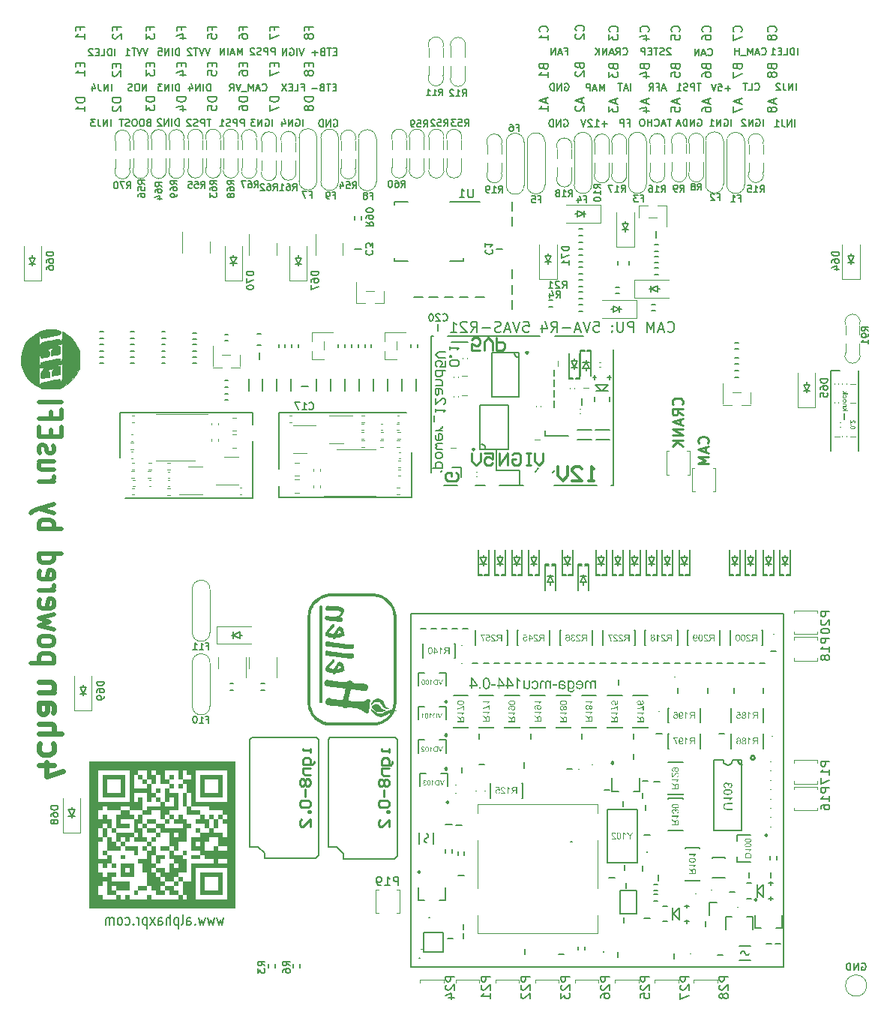
<source format=gbo>
G75*
G70*
%OFA0B0*%
%FSLAX25Y25*%
%IPPOS*%
%LPD*%
%AMOC8*
5,1,8,0,0,1.08239X$1,22.5*
%
%ADD10C,0.02362*%
%ADD121C,0.00394*%
%ADD122C,0.01000*%
%ADD200C,0.00300*%
%ADD58C,0.00787*%
%ADD61C,0.01181*%
%ADD62C,0.00800*%
%ADD65C,0.00472*%
%ADD70C,0.00984*%
%ADD71C,0.00669*%
%ADD72C,0.00591*%
%ADD73C,0.00500*%
%ADD74C,0.00390*%
%ADD78C,0.01969*%
%ADD79C,0.00512*%
%ADD80C,0.00010*%
X0000000Y0000000D02*
%LPD*%
G01*
D71*
X0331933Y0388581D02*
X0331933Y0391731D01*
X0328783Y0391581D02*
X0329083Y0391731D01*
X0329083Y0391731D02*
X0329533Y0391731D01*
X0329533Y0391731D02*
X0329983Y0391581D01*
X0329983Y0391581D02*
X0330283Y0391281D01*
X0330283Y0391281D02*
X0330433Y0390981D01*
X0330433Y0390981D02*
X0330583Y0390381D01*
X0330583Y0390381D02*
X0330583Y0389931D01*
X0330583Y0389931D02*
X0330433Y0389331D01*
X0330433Y0389331D02*
X0330283Y0389031D01*
X0330283Y0389031D02*
X0329983Y0388731D01*
X0329983Y0388731D02*
X0329533Y0388581D01*
X0329533Y0388581D02*
X0329233Y0388581D01*
X0329233Y0388581D02*
X0328783Y0388731D01*
X0328783Y0388731D02*
X0328633Y0388881D01*
X0328633Y0388881D02*
X0328633Y0389931D01*
X0328633Y0389931D02*
X0329233Y0389931D01*
X0327284Y0388581D02*
X0327284Y0391731D01*
X0327284Y0391731D02*
X0325484Y0388581D01*
X0325484Y0388581D02*
X0325484Y0391731D01*
X0324134Y0391431D02*
X0323984Y0391581D01*
X0323984Y0391581D02*
X0323684Y0391731D01*
X0323684Y0391731D02*
X0322934Y0391731D01*
X0322934Y0391731D02*
X0322634Y0391581D01*
X0322634Y0391581D02*
X0322484Y0391431D01*
X0322484Y0391431D02*
X0322334Y0391131D01*
X0322334Y0391131D02*
X0322334Y0390831D01*
X0322334Y0390831D02*
X0322484Y0390381D01*
X0322484Y0390381D02*
X0324284Y0388581D01*
X0324284Y0388581D02*
X0322334Y0388581D01*
D70*
X0307247Y0247750D02*
X0307472Y0247975D01*
X0307472Y0247975D02*
X0307697Y0248650D01*
X0307697Y0248650D02*
X0307697Y0249100D01*
X0307697Y0249100D02*
X0307472Y0249775D01*
X0307472Y0249775D02*
X0307022Y0250225D01*
X0307022Y0250225D02*
X0306573Y0250450D01*
X0306573Y0250450D02*
X0305673Y0250675D01*
X0305673Y0250675D02*
X0304998Y0250675D01*
X0304998Y0250675D02*
X0304098Y0250450D01*
X0304098Y0250450D02*
X0303648Y0250225D01*
X0303648Y0250225D02*
X0303198Y0249775D01*
X0303198Y0249775D02*
X0302973Y0249100D01*
X0302973Y0249100D02*
X0302973Y0248650D01*
X0302973Y0248650D02*
X0303198Y0247975D01*
X0303198Y0247975D02*
X0303423Y0247750D01*
X0306348Y0245951D02*
X0306348Y0243701D01*
X0307697Y0246400D02*
X0302973Y0244826D01*
X0302973Y0244826D02*
X0307697Y0243251D01*
X0307697Y0241676D02*
X0302973Y0241676D01*
X0302973Y0241676D02*
X0306348Y0240101D01*
X0306348Y0240101D02*
X0302973Y0238526D01*
X0302973Y0238526D02*
X0307697Y0238526D01*
D71*
X0269608Y0420446D02*
X0269758Y0420296D01*
X0269758Y0420296D02*
X0270208Y0420146D01*
X0270208Y0420146D02*
X0270508Y0420146D01*
X0270508Y0420146D02*
X0270958Y0420296D01*
X0270958Y0420296D02*
X0271258Y0420596D01*
X0271258Y0420596D02*
X0271408Y0420896D01*
X0271408Y0420896D02*
X0271558Y0421496D01*
X0271558Y0421496D02*
X0271558Y0421946D01*
X0271558Y0421946D02*
X0271408Y0422546D01*
X0271408Y0422546D02*
X0271258Y0422846D01*
X0271258Y0422846D02*
X0270958Y0423146D01*
X0270958Y0423146D02*
X0270508Y0423296D01*
X0270508Y0423296D02*
X0270208Y0423296D01*
X0270208Y0423296D02*
X0269758Y0423146D01*
X0269758Y0423146D02*
X0269608Y0422996D01*
X0266459Y0420146D02*
X0267509Y0421646D01*
X0268258Y0420146D02*
X0268258Y0423296D01*
X0268258Y0423296D02*
X0267059Y0423296D01*
X0267059Y0423296D02*
X0266759Y0423146D01*
X0266759Y0423146D02*
X0266609Y0422996D01*
X0266609Y0422996D02*
X0266459Y0422696D01*
X0266459Y0422696D02*
X0266459Y0422246D01*
X0266459Y0422246D02*
X0266609Y0421946D01*
X0266609Y0421946D02*
X0266759Y0421796D01*
X0266759Y0421796D02*
X0267059Y0421646D01*
X0267059Y0421646D02*
X0268258Y0421646D01*
X0265259Y0421046D02*
X0263759Y0421046D01*
X0265559Y0420146D02*
X0264509Y0423296D01*
X0264509Y0423296D02*
X0263459Y0420146D01*
X0262409Y0420146D02*
X0262409Y0423296D01*
X0262409Y0423296D02*
X0260609Y0420146D01*
X0260609Y0420146D02*
X0260609Y0423296D01*
X0259110Y0420146D02*
X0259110Y0423296D01*
X0257310Y0420146D02*
X0258660Y0421946D01*
X0257310Y0423296D02*
X0259110Y0421496D01*
D58*
X0289483Y0297485D02*
X0289708Y0297260D01*
X0289708Y0297260D02*
X0290382Y0297035D01*
X0290382Y0297035D02*
X0290832Y0297035D01*
X0290832Y0297035D02*
X0291507Y0297260D01*
X0291507Y0297260D02*
X0291957Y0297710D01*
X0291957Y0297710D02*
X0292182Y0298160D01*
X0292182Y0298160D02*
X0292407Y0299060D01*
X0292407Y0299060D02*
X0292407Y0299735D01*
X0292407Y0299735D02*
X0292182Y0300634D01*
X0292182Y0300634D02*
X0291957Y0301084D01*
X0291957Y0301084D02*
X0291507Y0301534D01*
X0291507Y0301534D02*
X0290832Y0301759D01*
X0290832Y0301759D02*
X0290382Y0301759D01*
X0290382Y0301759D02*
X0289708Y0301534D01*
X0289708Y0301534D02*
X0289483Y0301309D01*
X0287683Y0298385D02*
X0285433Y0298385D01*
X0288133Y0297035D02*
X0286558Y0301759D01*
X0286558Y0301759D02*
X0284983Y0297035D01*
X0283408Y0297035D02*
X0283408Y0301759D01*
X0283408Y0301759D02*
X0281834Y0298385D01*
X0281834Y0298385D02*
X0280259Y0301759D01*
X0280259Y0301759D02*
X0280259Y0297035D01*
X0274409Y0297035D02*
X0274409Y0301759D01*
X0274409Y0301759D02*
X0272610Y0301759D01*
X0272610Y0301759D02*
X0272160Y0301534D01*
X0272160Y0301534D02*
X0271935Y0301309D01*
X0271935Y0301309D02*
X0271710Y0300859D01*
X0271710Y0300859D02*
X0271710Y0300184D01*
X0271710Y0300184D02*
X0271935Y0299735D01*
X0271935Y0299735D02*
X0272160Y0299510D01*
X0272160Y0299510D02*
X0272610Y0299285D01*
X0272610Y0299285D02*
X0274409Y0299285D01*
X0269685Y0301759D02*
X0269685Y0297935D01*
X0269685Y0297935D02*
X0269460Y0297485D01*
X0269460Y0297485D02*
X0269235Y0297260D01*
X0269235Y0297260D02*
X0268785Y0297035D01*
X0268785Y0297035D02*
X0267885Y0297035D01*
X0267885Y0297035D02*
X0267435Y0297260D01*
X0267435Y0297260D02*
X0267210Y0297485D01*
X0267210Y0297485D02*
X0266985Y0297935D01*
X0266985Y0297935D02*
X0266985Y0301759D01*
X0264736Y0297485D02*
X0264511Y0297260D01*
X0264511Y0297260D02*
X0264736Y0297035D01*
X0264736Y0297035D02*
X0264961Y0297260D01*
X0264961Y0297260D02*
X0264736Y0297485D01*
X0264736Y0297485D02*
X0264736Y0297035D01*
X0264736Y0299960D02*
X0264511Y0299735D01*
X0264511Y0299735D02*
X0264736Y0299510D01*
X0264736Y0299510D02*
X0264961Y0299735D01*
X0264961Y0299735D02*
X0264736Y0299960D01*
X0264736Y0299960D02*
X0264736Y0299510D01*
X0256637Y0301759D02*
X0258886Y0301759D01*
X0258886Y0301759D02*
X0259111Y0299510D01*
X0259111Y0299510D02*
X0258886Y0299735D01*
X0258886Y0299735D02*
X0258436Y0299960D01*
X0258436Y0299960D02*
X0257312Y0299960D01*
X0257312Y0299960D02*
X0256862Y0299735D01*
X0256862Y0299735D02*
X0256637Y0299510D01*
X0256637Y0299510D02*
X0256412Y0299060D01*
X0256412Y0299060D02*
X0256412Y0297935D01*
X0256412Y0297935D02*
X0256637Y0297485D01*
X0256637Y0297485D02*
X0256862Y0297260D01*
X0256862Y0297260D02*
X0257312Y0297035D01*
X0257312Y0297035D02*
X0258436Y0297035D01*
X0258436Y0297035D02*
X0258886Y0297260D01*
X0258886Y0297260D02*
X0259111Y0297485D01*
X0255062Y0301759D02*
X0253487Y0297035D01*
X0253487Y0297035D02*
X0251912Y0301759D01*
X0250562Y0298385D02*
X0248313Y0298385D01*
X0251012Y0297035D02*
X0249438Y0301759D01*
X0249438Y0301759D02*
X0247863Y0297035D01*
X0246288Y0298835D02*
X0242688Y0298835D01*
X0237739Y0297035D02*
X0239314Y0299285D01*
X0240439Y0297035D02*
X0240439Y0301759D01*
X0240439Y0301759D02*
X0238639Y0301759D01*
X0238639Y0301759D02*
X0238189Y0301534D01*
X0238189Y0301534D02*
X0237964Y0301309D01*
X0237964Y0301309D02*
X0237739Y0300859D01*
X0237739Y0300859D02*
X0237739Y0300184D01*
X0237739Y0300184D02*
X0237964Y0299735D01*
X0237964Y0299735D02*
X0238189Y0299510D01*
X0238189Y0299510D02*
X0238639Y0299285D01*
X0238639Y0299285D02*
X0240439Y0299285D01*
X0233690Y0300184D02*
X0233690Y0297035D01*
X0234814Y0301984D02*
X0235939Y0298610D01*
X0235939Y0298610D02*
X0233015Y0298610D01*
X0225366Y0301759D02*
X0227615Y0301759D01*
X0227615Y0301759D02*
X0227840Y0299510D01*
X0227840Y0299510D02*
X0227615Y0299735D01*
X0227615Y0299735D02*
X0227165Y0299960D01*
X0227165Y0299960D02*
X0226040Y0299960D01*
X0226040Y0299960D02*
X0225591Y0299735D01*
X0225591Y0299735D02*
X0225366Y0299510D01*
X0225366Y0299510D02*
X0225141Y0299060D01*
X0225141Y0299060D02*
X0225141Y0297935D01*
X0225141Y0297935D02*
X0225366Y0297485D01*
X0225366Y0297485D02*
X0225591Y0297260D01*
X0225591Y0297260D02*
X0226040Y0297035D01*
X0226040Y0297035D02*
X0227165Y0297035D01*
X0227165Y0297035D02*
X0227615Y0297260D01*
X0227615Y0297260D02*
X0227840Y0297485D01*
X0223791Y0301759D02*
X0222216Y0297035D01*
X0222216Y0297035D02*
X0220641Y0301759D01*
X0219291Y0298385D02*
X0217042Y0298385D01*
X0219741Y0297035D02*
X0218166Y0301759D01*
X0218166Y0301759D02*
X0216592Y0297035D01*
X0215242Y0297260D02*
X0214567Y0297035D01*
X0214567Y0297035D02*
X0213442Y0297035D01*
X0213442Y0297035D02*
X0212992Y0297260D01*
X0212992Y0297260D02*
X0212767Y0297485D01*
X0212767Y0297485D02*
X0212542Y0297935D01*
X0212542Y0297935D02*
X0212542Y0298385D01*
X0212542Y0298385D02*
X0212767Y0298835D01*
X0212767Y0298835D02*
X0212992Y0299060D01*
X0212992Y0299060D02*
X0213442Y0299285D01*
X0213442Y0299285D02*
X0214342Y0299510D01*
X0214342Y0299510D02*
X0214792Y0299735D01*
X0214792Y0299735D02*
X0215017Y0299960D01*
X0215017Y0299960D02*
X0215242Y0300409D01*
X0215242Y0300409D02*
X0215242Y0300859D01*
X0215242Y0300859D02*
X0215017Y0301309D01*
X0215017Y0301309D02*
X0214792Y0301534D01*
X0214792Y0301534D02*
X0214342Y0301759D01*
X0214342Y0301759D02*
X0213217Y0301759D01*
X0213217Y0301759D02*
X0212542Y0301534D01*
X0210517Y0298835D02*
X0206918Y0298835D01*
X0201969Y0297035D02*
X0203543Y0299285D01*
X0204668Y0297035D02*
X0204668Y0301759D01*
X0204668Y0301759D02*
X0202868Y0301759D01*
X0202868Y0301759D02*
X0202418Y0301534D01*
X0202418Y0301534D02*
X0202193Y0301309D01*
X0202193Y0301309D02*
X0201969Y0300859D01*
X0201969Y0300859D02*
X0201969Y0300184D01*
X0201969Y0300184D02*
X0202193Y0299735D01*
X0202193Y0299735D02*
X0202418Y0299510D01*
X0202418Y0299510D02*
X0202868Y0299285D01*
X0202868Y0299285D02*
X0204668Y0299285D01*
X0200169Y0301309D02*
X0199944Y0301534D01*
X0199944Y0301534D02*
X0199494Y0301759D01*
X0199494Y0301759D02*
X0198369Y0301759D01*
X0198369Y0301759D02*
X0197919Y0301534D01*
X0197919Y0301534D02*
X0197694Y0301309D01*
X0197694Y0301309D02*
X0197469Y0300859D01*
X0197469Y0300859D02*
X0197469Y0300409D01*
X0197469Y0300409D02*
X0197694Y0299735D01*
X0197694Y0299735D02*
X0200394Y0297035D01*
X0200394Y0297035D02*
X0197469Y0297035D01*
X0192970Y0297035D02*
X0195669Y0297035D01*
X0194319Y0297035D02*
X0194319Y0301759D01*
X0194319Y0301759D02*
X0194769Y0301084D01*
X0194769Y0301084D02*
X0195219Y0300634D01*
X0195219Y0300634D02*
X0195669Y0300409D01*
D72*
X0114493Y0416703D02*
X0114493Y0415391D01*
X0116555Y0414828D02*
X0116555Y0416703D01*
X0116555Y0416703D02*
X0112618Y0416703D01*
X0112618Y0416703D02*
X0112618Y0414828D01*
X0112618Y0413516D02*
X0112618Y0410891D01*
X0112618Y0410891D02*
X0116555Y0412578D01*
D71*
X0100272Y0420196D02*
X0100272Y0423346D01*
X0100272Y0423346D02*
X0099222Y0421096D01*
X0099222Y0421096D02*
X0098172Y0423346D01*
X0098172Y0423346D02*
X0098172Y0420196D01*
X0096822Y0421096D02*
X0095322Y0421096D01*
X0097122Y0420196D02*
X0096072Y0423346D01*
X0096072Y0423346D02*
X0095022Y0420196D01*
X0093973Y0420196D02*
X0093973Y0423346D01*
X0092473Y0420196D02*
X0092473Y0423346D01*
X0092473Y0423346D02*
X0090673Y0420196D01*
X0090673Y0420196D02*
X0090673Y0423346D01*
D72*
X0028272Y0431439D02*
X0028272Y0432751D01*
X0030335Y0432751D02*
X0026398Y0432751D01*
X0026398Y0432751D02*
X0026398Y0430876D01*
X0030335Y0427314D02*
X0030335Y0429564D01*
X0030335Y0428439D02*
X0026398Y0428439D01*
X0026398Y0428439D02*
X0026960Y0428814D01*
X0026960Y0428814D02*
X0027335Y0429189D01*
X0027335Y0429189D02*
X0027522Y0429564D01*
D71*
X0142210Y0421649D02*
X0141160Y0421649D01*
X0140711Y0420000D02*
X0142210Y0420000D01*
X0142210Y0420000D02*
X0142210Y0423149D01*
X0142210Y0423149D02*
X0140711Y0423149D01*
X0139811Y0423149D02*
X0138011Y0423149D01*
X0138911Y0420000D02*
X0138911Y0423149D01*
X0135911Y0421649D02*
X0135461Y0421499D01*
X0135461Y0421499D02*
X0135311Y0421349D01*
X0135311Y0421349D02*
X0135161Y0421049D01*
X0135161Y0421049D02*
X0135161Y0420600D01*
X0135161Y0420600D02*
X0135311Y0420300D01*
X0135311Y0420300D02*
X0135461Y0420150D01*
X0135461Y0420150D02*
X0135761Y0420000D01*
X0135761Y0420000D02*
X0136961Y0420000D01*
X0136961Y0420000D02*
X0136961Y0423149D01*
X0136961Y0423149D02*
X0135911Y0423149D01*
X0135911Y0423149D02*
X0135611Y0422999D01*
X0135611Y0422999D02*
X0135461Y0422849D01*
X0135461Y0422849D02*
X0135311Y0422549D01*
X0135311Y0422549D02*
X0135311Y0422249D01*
X0135311Y0422249D02*
X0135461Y0421949D01*
X0135461Y0421949D02*
X0135611Y0421799D01*
X0135611Y0421799D02*
X0135911Y0421649D01*
X0135911Y0421649D02*
X0136961Y0421649D01*
X0133811Y0421199D02*
X0131412Y0421199D01*
X0132612Y0420000D02*
X0132612Y0422399D01*
X0347269Y0420283D02*
X0347269Y0423433D01*
X0345769Y0420283D02*
X0345769Y0423433D01*
X0345769Y0423433D02*
X0345019Y0423433D01*
X0345019Y0423433D02*
X0344569Y0423283D01*
X0344569Y0423283D02*
X0344269Y0422983D01*
X0344269Y0422983D02*
X0344119Y0422683D01*
X0344119Y0422683D02*
X0343969Y0422083D01*
X0343969Y0422083D02*
X0343969Y0421633D01*
X0343969Y0421633D02*
X0344119Y0421033D01*
X0344119Y0421033D02*
X0344269Y0420733D01*
X0344269Y0420733D02*
X0344569Y0420433D01*
X0344569Y0420433D02*
X0345019Y0420283D01*
X0345019Y0420283D02*
X0345769Y0420283D01*
X0341119Y0420283D02*
X0342619Y0420283D01*
X0342619Y0420283D02*
X0342619Y0423433D01*
X0340070Y0421933D02*
X0339020Y0421933D01*
X0338570Y0420283D02*
X0340070Y0420283D01*
X0340070Y0420283D02*
X0340070Y0423433D01*
X0340070Y0423433D02*
X0338570Y0423433D01*
X0335570Y0420283D02*
X0337370Y0420283D01*
X0336470Y0420283D02*
X0336470Y0423433D01*
X0336470Y0423433D02*
X0336770Y0422983D01*
X0336770Y0422983D02*
X0337070Y0422683D01*
X0337070Y0422683D02*
X0337370Y0422533D01*
D58*
X0092088Y0036791D02*
X0091339Y0033641D01*
X0091339Y0033641D02*
X0090589Y0035891D01*
X0090589Y0035891D02*
X0089839Y0033641D01*
X0089839Y0033641D02*
X0089089Y0036791D01*
X0087964Y0036791D02*
X0087214Y0033641D01*
X0087214Y0033641D02*
X0086464Y0035891D01*
X0086464Y0035891D02*
X0085714Y0033641D01*
X0085714Y0033641D02*
X0084964Y0036791D01*
X0083840Y0036791D02*
X0083090Y0033641D01*
X0083090Y0033641D02*
X0082340Y0035891D01*
X0082340Y0035891D02*
X0081590Y0033641D01*
X0081590Y0033641D02*
X0080840Y0036791D01*
X0079340Y0034091D02*
X0079153Y0033866D01*
X0079153Y0033866D02*
X0079340Y0033641D01*
X0079340Y0033641D02*
X0079528Y0033866D01*
X0079528Y0033866D02*
X0079340Y0034091D01*
X0079340Y0034091D02*
X0079340Y0033641D01*
X0075778Y0033641D02*
X0075778Y0036116D01*
X0075778Y0036116D02*
X0075966Y0036566D01*
X0075966Y0036566D02*
X0076340Y0036791D01*
X0076340Y0036791D02*
X0077090Y0036791D01*
X0077090Y0036791D02*
X0077465Y0036566D01*
X0075778Y0033866D02*
X0076153Y0033641D01*
X0076153Y0033641D02*
X0077090Y0033641D01*
X0077090Y0033641D02*
X0077465Y0033866D01*
X0077465Y0033866D02*
X0077653Y0034316D01*
X0077653Y0034316D02*
X0077653Y0034766D01*
X0077653Y0034766D02*
X0077465Y0035216D01*
X0077465Y0035216D02*
X0077090Y0035441D01*
X0077090Y0035441D02*
X0076153Y0035441D01*
X0076153Y0035441D02*
X0075778Y0035666D01*
X0073341Y0033641D02*
X0073716Y0033866D01*
X0073716Y0033866D02*
X0073903Y0034316D01*
X0073903Y0034316D02*
X0073903Y0038366D01*
X0071841Y0036791D02*
X0071841Y0032066D01*
X0071841Y0036566D02*
X0071466Y0036791D01*
X0071466Y0036791D02*
X0070716Y0036791D01*
X0070716Y0036791D02*
X0070341Y0036566D01*
X0070341Y0036566D02*
X0070154Y0036341D01*
X0070154Y0036341D02*
X0069966Y0035891D01*
X0069966Y0035891D02*
X0069966Y0034541D01*
X0069966Y0034541D02*
X0070154Y0034091D01*
X0070154Y0034091D02*
X0070341Y0033866D01*
X0070341Y0033866D02*
X0070716Y0033641D01*
X0070716Y0033641D02*
X0071466Y0033641D01*
X0071466Y0033641D02*
X0071841Y0033866D01*
X0068279Y0033641D02*
X0068279Y0038366D01*
X0066592Y0033641D02*
X0066592Y0036116D01*
X0066592Y0036116D02*
X0066779Y0036566D01*
X0066779Y0036566D02*
X0067154Y0036791D01*
X0067154Y0036791D02*
X0067717Y0036791D01*
X0067717Y0036791D02*
X0068091Y0036566D01*
X0068091Y0036566D02*
X0068279Y0036341D01*
X0063030Y0033641D02*
X0063030Y0036116D01*
X0063030Y0036116D02*
X0063217Y0036566D01*
X0063217Y0036566D02*
X0063592Y0036791D01*
X0063592Y0036791D02*
X0064342Y0036791D01*
X0064342Y0036791D02*
X0064717Y0036566D01*
X0063030Y0033866D02*
X0063405Y0033641D01*
X0063405Y0033641D02*
X0064342Y0033641D01*
X0064342Y0033641D02*
X0064717Y0033866D01*
X0064717Y0033866D02*
X0064904Y0034316D01*
X0064904Y0034316D02*
X0064904Y0034766D01*
X0064904Y0034766D02*
X0064717Y0035216D01*
X0064717Y0035216D02*
X0064342Y0035441D01*
X0064342Y0035441D02*
X0063405Y0035441D01*
X0063405Y0035441D02*
X0063030Y0035666D01*
X0061530Y0033641D02*
X0059468Y0036791D01*
X0061530Y0036791D02*
X0059468Y0033641D01*
X0057968Y0036791D02*
X0057968Y0032066D01*
X0057968Y0036566D02*
X0057593Y0036791D01*
X0057593Y0036791D02*
X0056843Y0036791D01*
X0056843Y0036791D02*
X0056468Y0036566D01*
X0056468Y0036566D02*
X0056280Y0036341D01*
X0056280Y0036341D02*
X0056093Y0035891D01*
X0056093Y0035891D02*
X0056093Y0034541D01*
X0056093Y0034541D02*
X0056280Y0034091D01*
X0056280Y0034091D02*
X0056468Y0033866D01*
X0056468Y0033866D02*
X0056843Y0033641D01*
X0056843Y0033641D02*
X0057593Y0033641D01*
X0057593Y0033641D02*
X0057968Y0033866D01*
X0054406Y0033641D02*
X0054406Y0036791D01*
X0054406Y0035891D02*
X0054218Y0036341D01*
X0054218Y0036341D02*
X0054031Y0036566D01*
X0054031Y0036566D02*
X0053656Y0036791D01*
X0053656Y0036791D02*
X0053281Y0036791D01*
X0051968Y0034091D02*
X0051781Y0033866D01*
X0051781Y0033866D02*
X0051968Y0033641D01*
X0051968Y0033641D02*
X0052156Y0033866D01*
X0052156Y0033866D02*
X0051968Y0034091D01*
X0051968Y0034091D02*
X0051968Y0033641D01*
X0048406Y0033866D02*
X0048781Y0033641D01*
X0048781Y0033641D02*
X0049531Y0033641D01*
X0049531Y0033641D02*
X0049906Y0033866D01*
X0049906Y0033866D02*
X0050094Y0034091D01*
X0050094Y0034091D02*
X0050281Y0034541D01*
X0050281Y0034541D02*
X0050281Y0035891D01*
X0050281Y0035891D02*
X0050094Y0036341D01*
X0050094Y0036341D02*
X0049906Y0036566D01*
X0049906Y0036566D02*
X0049531Y0036791D01*
X0049531Y0036791D02*
X0048781Y0036791D01*
X0048781Y0036791D02*
X0048406Y0036566D01*
X0046157Y0033641D02*
X0046532Y0033866D01*
X0046532Y0033866D02*
X0046719Y0034091D01*
X0046719Y0034091D02*
X0046907Y0034541D01*
X0046907Y0034541D02*
X0046907Y0035891D01*
X0046907Y0035891D02*
X0046719Y0036341D01*
X0046719Y0036341D02*
X0046532Y0036566D01*
X0046532Y0036566D02*
X0046157Y0036791D01*
X0046157Y0036791D02*
X0045594Y0036791D01*
X0045594Y0036791D02*
X0045219Y0036566D01*
X0045219Y0036566D02*
X0045032Y0036341D01*
X0045032Y0036341D02*
X0044844Y0035891D01*
X0044844Y0035891D02*
X0044844Y0034541D01*
X0044844Y0034541D02*
X0045032Y0034091D01*
X0045032Y0034091D02*
X0045219Y0033866D01*
X0045219Y0033866D02*
X0045594Y0033641D01*
X0045594Y0033641D02*
X0046157Y0033641D01*
X0043157Y0033641D02*
X0043157Y0036791D01*
X0043157Y0036341D02*
X0042970Y0036566D01*
X0042970Y0036566D02*
X0042595Y0036791D01*
X0042595Y0036791D02*
X0042032Y0036791D01*
X0042032Y0036791D02*
X0041657Y0036566D01*
X0041657Y0036566D02*
X0041470Y0036116D01*
X0041470Y0036116D02*
X0041470Y0033641D01*
X0041470Y0036116D02*
X0041282Y0036566D01*
X0041282Y0036566D02*
X0040907Y0036791D01*
X0040907Y0036791D02*
X0040345Y0036791D01*
X0040345Y0036791D02*
X0039970Y0036566D01*
X0039970Y0036566D02*
X0039783Y0036116D01*
X0039783Y0036116D02*
X0039783Y0033641D01*
D72*
X0100713Y0431439D02*
X0100713Y0432751D01*
X0102775Y0432751D02*
X0098838Y0432751D01*
X0098838Y0432751D02*
X0098838Y0430876D01*
X0098838Y0427689D02*
X0098838Y0428439D01*
X0098838Y0428439D02*
X0099026Y0428814D01*
X0099026Y0428814D02*
X0099213Y0429001D01*
X0099213Y0429001D02*
X0099776Y0429376D01*
X0099776Y0429376D02*
X0100526Y0429564D01*
X0100526Y0429564D02*
X0102026Y0429564D01*
X0102026Y0429564D02*
X0102401Y0429376D01*
X0102401Y0429376D02*
X0102588Y0429189D01*
X0102588Y0429189D02*
X0102775Y0428814D01*
X0102775Y0428814D02*
X0102775Y0428064D01*
X0102775Y0428064D02*
X0102588Y0427689D01*
X0102588Y0427689D02*
X0102401Y0427501D01*
X0102401Y0427501D02*
X0102026Y0427314D01*
X0102026Y0427314D02*
X0101088Y0427314D01*
X0101088Y0427314D02*
X0100713Y0427501D01*
X0100713Y0427501D02*
X0100526Y0427689D01*
X0100526Y0427689D02*
X0100338Y0428064D01*
X0100338Y0428064D02*
X0100338Y0428814D01*
X0100338Y0428814D02*
X0100526Y0429189D01*
X0100526Y0429189D02*
X0100713Y0429376D01*
X0100713Y0429376D02*
X0101088Y0429564D01*
X0131909Y0401536D02*
X0127972Y0401536D01*
X0127972Y0401536D02*
X0127972Y0400599D01*
X0127972Y0400599D02*
X0128160Y0400036D01*
X0128160Y0400036D02*
X0128535Y0399661D01*
X0128535Y0399661D02*
X0128910Y0399474D01*
X0128910Y0399474D02*
X0129660Y0399286D01*
X0129660Y0399286D02*
X0130222Y0399286D01*
X0130222Y0399286D02*
X0130972Y0399474D01*
X0130972Y0399474D02*
X0131347Y0399661D01*
X0131347Y0399661D02*
X0131722Y0400036D01*
X0131722Y0400036D02*
X0131909Y0400599D01*
X0131909Y0400599D02*
X0131909Y0401536D01*
X0129660Y0397037D02*
X0129472Y0397412D01*
X0129472Y0397412D02*
X0129285Y0397599D01*
X0129285Y0397599D02*
X0128910Y0397786D01*
X0128910Y0397786D02*
X0128722Y0397786D01*
X0128722Y0397786D02*
X0128347Y0397599D01*
X0128347Y0397599D02*
X0128160Y0397412D01*
X0128160Y0397412D02*
X0127972Y0397037D01*
X0127972Y0397037D02*
X0127972Y0396287D01*
X0127972Y0396287D02*
X0128160Y0395912D01*
X0128160Y0395912D02*
X0128347Y0395724D01*
X0128347Y0395724D02*
X0128722Y0395537D01*
X0128722Y0395537D02*
X0128910Y0395537D01*
X0128910Y0395537D02*
X0129285Y0395724D01*
X0129285Y0395724D02*
X0129472Y0395912D01*
X0129472Y0395912D02*
X0129660Y0396287D01*
X0129660Y0396287D02*
X0129660Y0397037D01*
X0129660Y0397037D02*
X0129847Y0397412D01*
X0129847Y0397412D02*
X0130035Y0397599D01*
X0130035Y0397599D02*
X0130410Y0397786D01*
X0130410Y0397786D02*
X0131159Y0397786D01*
X0131159Y0397786D02*
X0131534Y0397599D01*
X0131534Y0397599D02*
X0131722Y0397412D01*
X0131722Y0397412D02*
X0131909Y0397037D01*
X0131909Y0397037D02*
X0131909Y0396287D01*
X0131909Y0396287D02*
X0131722Y0395912D01*
X0131722Y0395912D02*
X0131534Y0395724D01*
X0131534Y0395724D02*
X0131159Y0395537D01*
X0131159Y0395537D02*
X0130410Y0395537D01*
X0130410Y0395537D02*
X0130035Y0395724D01*
X0130035Y0395724D02*
X0129847Y0395912D01*
X0129847Y0395912D02*
X0129660Y0396287D01*
D71*
X0058446Y0423149D02*
X0057396Y0420000D01*
X0057396Y0420000D02*
X0056346Y0423149D01*
X0055746Y0423149D02*
X0054696Y0420000D01*
X0054696Y0420000D02*
X0053646Y0423149D01*
X0053046Y0423149D02*
X0051247Y0423149D01*
X0052147Y0420000D02*
X0052147Y0423149D01*
X0048547Y0420000D02*
X0050347Y0420000D01*
X0049447Y0420000D02*
X0049447Y0423149D01*
X0049447Y0423149D02*
X0049747Y0422699D01*
X0049747Y0422699D02*
X0050047Y0422399D01*
X0050047Y0422399D02*
X0050347Y0422249D01*
X0072244Y0388700D02*
X0072244Y0391850D01*
X0072244Y0391850D02*
X0071494Y0391850D01*
X0071494Y0391850D02*
X0071044Y0391700D01*
X0071044Y0391700D02*
X0070744Y0391400D01*
X0070744Y0391400D02*
X0070594Y0391100D01*
X0070594Y0391100D02*
X0070444Y0390500D01*
X0070444Y0390500D02*
X0070444Y0390050D01*
X0070444Y0390050D02*
X0070594Y0389450D01*
X0070594Y0389450D02*
X0070744Y0389150D01*
X0070744Y0389150D02*
X0071044Y0388850D01*
X0071044Y0388850D02*
X0071494Y0388700D01*
X0071494Y0388700D02*
X0072244Y0388700D01*
X0069094Y0388700D02*
X0069094Y0391850D01*
X0067595Y0388700D02*
X0067595Y0391850D01*
X0067595Y0391850D02*
X0065795Y0388700D01*
X0065795Y0388700D02*
X0065795Y0391850D01*
X0064445Y0391550D02*
X0064295Y0391700D01*
X0064295Y0391700D02*
X0063995Y0391850D01*
X0063995Y0391850D02*
X0063245Y0391850D01*
X0063245Y0391850D02*
X0062945Y0391700D01*
X0062945Y0391700D02*
X0062795Y0391550D01*
X0062795Y0391550D02*
X0062645Y0391250D01*
X0062645Y0391250D02*
X0062645Y0390950D01*
X0062645Y0390950D02*
X0062795Y0390500D01*
X0062795Y0390500D02*
X0064595Y0388700D01*
X0064595Y0388700D02*
X0062645Y0388700D01*
D72*
X0028272Y0416703D02*
X0028272Y0415391D01*
X0030335Y0414828D02*
X0030335Y0416703D01*
X0030335Y0416703D02*
X0026398Y0416703D01*
X0026398Y0416703D02*
X0026398Y0414828D01*
X0030335Y0411079D02*
X0030335Y0413328D01*
X0030335Y0412203D02*
X0026398Y0412203D01*
X0026398Y0412203D02*
X0026960Y0412578D01*
X0026960Y0412578D02*
X0027335Y0412953D01*
X0027335Y0412953D02*
X0027522Y0413328D01*
X0046476Y0401142D02*
X0042539Y0401142D01*
X0042539Y0401142D02*
X0042539Y0400205D01*
X0042539Y0400205D02*
X0042727Y0399642D01*
X0042727Y0399642D02*
X0043102Y0399268D01*
X0043102Y0399268D02*
X0043477Y0399080D01*
X0043477Y0399080D02*
X0044227Y0398893D01*
X0044227Y0398893D02*
X0044789Y0398893D01*
X0044789Y0398893D02*
X0045539Y0399080D01*
X0045539Y0399080D02*
X0045914Y0399268D01*
X0045914Y0399268D02*
X0046289Y0399642D01*
X0046289Y0399642D02*
X0046476Y0400205D01*
X0046476Y0400205D02*
X0046476Y0401142D01*
X0042914Y0397393D02*
X0042727Y0397205D01*
X0042727Y0397205D02*
X0042539Y0396830D01*
X0042539Y0396830D02*
X0042539Y0395893D01*
X0042539Y0395893D02*
X0042727Y0395518D01*
X0042727Y0395518D02*
X0042914Y0395331D01*
X0042914Y0395331D02*
X0043289Y0395143D01*
X0043289Y0395143D02*
X0043664Y0395143D01*
X0043664Y0395143D02*
X0044227Y0395331D01*
X0044227Y0395331D02*
X0046476Y0397580D01*
X0046476Y0397580D02*
X0046476Y0395143D01*
D71*
X0043766Y0419803D02*
X0043766Y0422952D01*
X0042267Y0419803D02*
X0042267Y0422952D01*
X0042267Y0422952D02*
X0041517Y0422952D01*
X0041517Y0422952D02*
X0041067Y0422802D01*
X0041067Y0422802D02*
X0040767Y0422502D01*
X0040767Y0422502D02*
X0040617Y0422202D01*
X0040617Y0422202D02*
X0040467Y0421603D01*
X0040467Y0421603D02*
X0040467Y0421153D01*
X0040467Y0421153D02*
X0040617Y0420553D01*
X0040617Y0420553D02*
X0040767Y0420253D01*
X0040767Y0420253D02*
X0041067Y0419953D01*
X0041067Y0419953D02*
X0041517Y0419803D01*
X0041517Y0419803D02*
X0042267Y0419803D01*
X0037617Y0419803D02*
X0039117Y0419803D01*
X0039117Y0419803D02*
X0039117Y0422952D01*
X0036567Y0421453D02*
X0035517Y0421453D01*
X0035067Y0419803D02*
X0036567Y0419803D01*
X0036567Y0419803D02*
X0036567Y0422952D01*
X0036567Y0422952D02*
X0035067Y0422952D01*
X0033868Y0422652D02*
X0033718Y0422802D01*
X0033718Y0422802D02*
X0033418Y0422952D01*
X0033418Y0422952D02*
X0032668Y0422952D01*
X0032668Y0422952D02*
X0032368Y0422802D01*
X0032368Y0422802D02*
X0032218Y0422652D01*
X0032218Y0422652D02*
X0032068Y0422352D01*
X0032068Y0422352D02*
X0032068Y0422052D01*
X0032068Y0422052D02*
X0032218Y0421603D01*
X0032218Y0421603D02*
X0034018Y0419803D01*
X0034018Y0419803D02*
X0032068Y0419803D01*
D72*
X0114493Y0431439D02*
X0114493Y0432751D01*
X0116555Y0432751D02*
X0112618Y0432751D01*
X0112618Y0432751D02*
X0112618Y0430876D01*
X0112618Y0429751D02*
X0112618Y0427127D01*
X0112618Y0427127D02*
X0116555Y0428814D01*
D71*
X0127859Y0423149D02*
X0126809Y0420000D01*
X0126809Y0420000D02*
X0125759Y0423149D01*
X0124709Y0420000D02*
X0124709Y0423149D01*
X0121560Y0422999D02*
X0121860Y0423149D01*
X0121860Y0423149D02*
X0122310Y0423149D01*
X0122310Y0423149D02*
X0122760Y0422999D01*
X0122760Y0422999D02*
X0123060Y0422699D01*
X0123060Y0422699D02*
X0123210Y0422399D01*
X0123210Y0422399D02*
X0123360Y0421799D01*
X0123360Y0421799D02*
X0123360Y0421349D01*
X0123360Y0421349D02*
X0123210Y0420750D01*
X0123210Y0420750D02*
X0123060Y0420450D01*
X0123060Y0420450D02*
X0122760Y0420150D01*
X0122760Y0420150D02*
X0122310Y0420000D01*
X0122310Y0420000D02*
X0122010Y0420000D01*
X0122010Y0420000D02*
X0121560Y0420150D01*
X0121560Y0420150D02*
X0121410Y0420300D01*
X0121410Y0420300D02*
X0121410Y0421349D01*
X0121410Y0421349D02*
X0122010Y0421349D01*
X0120060Y0420000D02*
X0120060Y0423149D01*
X0120060Y0423149D02*
X0118260Y0420000D01*
X0118260Y0420000D02*
X0118260Y0423149D01*
D72*
X0073154Y0416703D02*
X0073154Y0415391D01*
X0075216Y0414828D02*
X0075216Y0416703D01*
X0075216Y0416703D02*
X0071279Y0416703D01*
X0071279Y0416703D02*
X0071279Y0414828D01*
X0072592Y0411454D02*
X0075216Y0411454D01*
X0071092Y0412391D02*
X0073904Y0413328D01*
X0073904Y0413328D02*
X0073904Y0410891D01*
X0100713Y0416703D02*
X0100713Y0415391D01*
X0102775Y0414828D02*
X0102775Y0416703D01*
X0102775Y0416703D02*
X0098838Y0416703D01*
X0098838Y0416703D02*
X0098838Y0414828D01*
X0098838Y0411454D02*
X0098838Y0412203D01*
X0098838Y0412203D02*
X0099026Y0412578D01*
X0099026Y0412578D02*
X0099213Y0412766D01*
X0099213Y0412766D02*
X0099776Y0413141D01*
X0099776Y0413141D02*
X0100526Y0413328D01*
X0100526Y0413328D02*
X0102026Y0413328D01*
X0102026Y0413328D02*
X0102401Y0413141D01*
X0102401Y0413141D02*
X0102588Y0412953D01*
X0102588Y0412953D02*
X0102775Y0412578D01*
X0102775Y0412578D02*
X0102775Y0411828D01*
X0102775Y0411828D02*
X0102588Y0411454D01*
X0102588Y0411454D02*
X0102401Y0411266D01*
X0102401Y0411266D02*
X0102026Y0411079D01*
X0102026Y0411079D02*
X0101088Y0411079D01*
X0101088Y0411079D02*
X0100713Y0411266D01*
X0100713Y0411266D02*
X0100526Y0411454D01*
X0100526Y0411454D02*
X0100338Y0411828D01*
X0100338Y0411828D02*
X0100338Y0412578D01*
X0100338Y0412578D02*
X0100526Y0412953D01*
X0100526Y0412953D02*
X0100713Y0413141D01*
X0100713Y0413141D02*
X0101088Y0413328D01*
D71*
X0142013Y0405901D02*
X0140964Y0405901D01*
X0140514Y0404252D02*
X0142013Y0404252D01*
X0142013Y0404252D02*
X0142013Y0407401D01*
X0142013Y0407401D02*
X0140514Y0407401D01*
X0139614Y0407401D02*
X0137814Y0407401D01*
X0138714Y0404252D02*
X0138714Y0407401D01*
X0135714Y0405901D02*
X0135264Y0405751D01*
X0135264Y0405751D02*
X0135114Y0405601D01*
X0135114Y0405601D02*
X0134964Y0405301D01*
X0134964Y0405301D02*
X0134964Y0404852D01*
X0134964Y0404852D02*
X0135114Y0404552D01*
X0135114Y0404552D02*
X0135264Y0404402D01*
X0135264Y0404402D02*
X0135564Y0404252D01*
X0135564Y0404252D02*
X0136764Y0404252D01*
X0136764Y0404252D02*
X0136764Y0407401D01*
X0136764Y0407401D02*
X0135714Y0407401D01*
X0135714Y0407401D02*
X0135414Y0407251D01*
X0135414Y0407251D02*
X0135264Y0407101D01*
X0135264Y0407101D02*
X0135114Y0406801D01*
X0135114Y0406801D02*
X0135114Y0406501D01*
X0135114Y0406501D02*
X0135264Y0406201D01*
X0135264Y0406201D02*
X0135414Y0406051D01*
X0135414Y0406051D02*
X0135714Y0405901D01*
X0135714Y0405901D02*
X0136764Y0405901D01*
X0133615Y0405451D02*
X0131215Y0405451D01*
D72*
X0116555Y0401536D02*
X0112618Y0401536D01*
X0112618Y0401536D02*
X0112618Y0400599D01*
X0112618Y0400599D02*
X0112805Y0400036D01*
X0112805Y0400036D02*
X0113180Y0399661D01*
X0113180Y0399661D02*
X0113555Y0399474D01*
X0113555Y0399474D02*
X0114305Y0399286D01*
X0114305Y0399286D02*
X0114868Y0399286D01*
X0114868Y0399286D02*
X0115618Y0399474D01*
X0115618Y0399474D02*
X0115993Y0399661D01*
X0115993Y0399661D02*
X0116368Y0400036D01*
X0116368Y0400036D02*
X0116555Y0400599D01*
X0116555Y0400599D02*
X0116555Y0401536D01*
X0112618Y0397974D02*
X0112618Y0395349D01*
X0112618Y0395349D02*
X0116555Y0397037D01*
D10*
X0016656Y0104462D02*
X0009831Y0104462D01*
X0020555Y0102025D02*
X0013244Y0099588D01*
X0013244Y0099588D02*
X0013244Y0105924D01*
X0010319Y0114211D02*
X0009831Y0113236D01*
X0009831Y0113236D02*
X0009831Y0111286D01*
X0009831Y0111286D02*
X0010319Y0110311D01*
X0010319Y0110311D02*
X0010806Y0109824D01*
X0010806Y0109824D02*
X0011781Y0109336D01*
X0011781Y0109336D02*
X0014706Y0109336D01*
X0014706Y0109336D02*
X0015681Y0109824D01*
X0015681Y0109824D02*
X0016168Y0110311D01*
X0016168Y0110311D02*
X0016656Y0111286D01*
X0016656Y0111286D02*
X0016656Y0113236D01*
X0016656Y0113236D02*
X0016168Y0114211D01*
X0009831Y0118598D02*
X0020068Y0118598D01*
X0009831Y0122985D02*
X0015193Y0122985D01*
X0015193Y0122985D02*
X0016168Y0122497D01*
X0016168Y0122497D02*
X0016656Y0121522D01*
X0016656Y0121522D02*
X0016656Y0120060D01*
X0016656Y0120060D02*
X0016168Y0119085D01*
X0016168Y0119085D02*
X0015681Y0118598D01*
X0009831Y0132246D02*
X0015193Y0132246D01*
X0015193Y0132246D02*
X0016168Y0131759D01*
X0016168Y0131759D02*
X0016656Y0130784D01*
X0016656Y0130784D02*
X0016656Y0128834D01*
X0016656Y0128834D02*
X0016168Y0127859D01*
X0010319Y0132246D02*
X0009831Y0131271D01*
X0009831Y0131271D02*
X0009831Y0128834D01*
X0009831Y0128834D02*
X0010319Y0127859D01*
X0010319Y0127859D02*
X0011294Y0127372D01*
X0011294Y0127372D02*
X0012269Y0127372D01*
X0012269Y0127372D02*
X0013244Y0127859D01*
X0013244Y0127859D02*
X0013731Y0128834D01*
X0013731Y0128834D02*
X0013731Y0131271D01*
X0013731Y0131271D02*
X0014218Y0132246D01*
X0016656Y0137120D02*
X0009831Y0137120D01*
X0015681Y0137120D02*
X0016168Y0137608D01*
X0016168Y0137608D02*
X0016656Y0138583D01*
X0016656Y0138583D02*
X0016656Y0140045D01*
X0016656Y0140045D02*
X0016168Y0141020D01*
X0016168Y0141020D02*
X0015193Y0141507D01*
X0015193Y0141507D02*
X0009831Y0141507D01*
D71*
X0126781Y0405901D02*
X0127831Y0405901D01*
X0127831Y0404252D02*
X0127831Y0407401D01*
X0127831Y0407401D02*
X0126331Y0407401D01*
X0123631Y0404252D02*
X0125131Y0404252D01*
X0125131Y0404252D02*
X0125131Y0407401D01*
X0122582Y0405901D02*
X0121532Y0405901D01*
X0121082Y0404252D02*
X0122582Y0404252D01*
X0122582Y0404252D02*
X0122582Y0407401D01*
X0122582Y0407401D02*
X0121082Y0407401D01*
X0120032Y0407401D02*
X0117932Y0404252D01*
X0117932Y0407401D02*
X0120032Y0404252D01*
X0109252Y0404552D02*
X0109402Y0404402D01*
X0109402Y0404402D02*
X0109852Y0404252D01*
X0109852Y0404252D02*
X0110152Y0404252D01*
X0110152Y0404252D02*
X0110602Y0404402D01*
X0110602Y0404402D02*
X0110902Y0404702D01*
X0110902Y0404702D02*
X0111052Y0405002D01*
X0111052Y0405002D02*
X0111202Y0405601D01*
X0111202Y0405601D02*
X0111202Y0406051D01*
X0111202Y0406051D02*
X0111052Y0406651D01*
X0111052Y0406651D02*
X0110902Y0406951D01*
X0110902Y0406951D02*
X0110602Y0407251D01*
X0110602Y0407251D02*
X0110152Y0407401D01*
X0110152Y0407401D02*
X0109852Y0407401D01*
X0109852Y0407401D02*
X0109402Y0407251D01*
X0109402Y0407251D02*
X0109252Y0407101D01*
X0108052Y0405151D02*
X0106552Y0405151D01*
X0108352Y0404252D02*
X0107302Y0407401D01*
X0107302Y0407401D02*
X0106252Y0404252D01*
X0105202Y0404252D02*
X0105202Y0407401D01*
X0105202Y0407401D02*
X0104153Y0405151D01*
X0104153Y0405151D02*
X0103103Y0407401D01*
X0103103Y0407401D02*
X0103103Y0404252D01*
X0102353Y0403952D02*
X0099953Y0403952D01*
X0099653Y0407401D02*
X0098603Y0404252D01*
X0098603Y0404252D02*
X0097553Y0407401D01*
X0094704Y0404252D02*
X0095754Y0405751D01*
X0096504Y0404252D02*
X0096504Y0407401D01*
X0096504Y0407401D02*
X0095304Y0407401D01*
X0095304Y0407401D02*
X0095004Y0407251D01*
X0095004Y0407251D02*
X0094854Y0407101D01*
X0094854Y0407101D02*
X0094704Y0406801D01*
X0094704Y0406801D02*
X0094704Y0406351D01*
X0094704Y0406351D02*
X0094854Y0406051D01*
X0094854Y0406051D02*
X0095004Y0405901D01*
X0095004Y0405901D02*
X0095304Y0405751D01*
X0095304Y0405751D02*
X0096504Y0405751D01*
X0058727Y0390153D02*
X0058277Y0390003D01*
X0058277Y0390003D02*
X0058127Y0389853D01*
X0058127Y0389853D02*
X0057977Y0389553D01*
X0057977Y0389553D02*
X0057977Y0389103D01*
X0057977Y0389103D02*
X0058127Y0388804D01*
X0058127Y0388804D02*
X0058277Y0388654D01*
X0058277Y0388654D02*
X0058577Y0388504D01*
X0058577Y0388504D02*
X0059777Y0388504D01*
X0059777Y0388504D02*
X0059777Y0391653D01*
X0059777Y0391653D02*
X0058727Y0391653D01*
X0058727Y0391653D02*
X0058427Y0391503D01*
X0058427Y0391503D02*
X0058277Y0391353D01*
X0058277Y0391353D02*
X0058127Y0391053D01*
X0058127Y0391053D02*
X0058127Y0390753D01*
X0058127Y0390753D02*
X0058277Y0390453D01*
X0058277Y0390453D02*
X0058427Y0390303D01*
X0058427Y0390303D02*
X0058727Y0390153D01*
X0058727Y0390153D02*
X0059777Y0390153D01*
X0056027Y0391653D02*
X0055427Y0391653D01*
X0055427Y0391653D02*
X0055127Y0391503D01*
X0055127Y0391503D02*
X0054828Y0391203D01*
X0054828Y0391203D02*
X0054678Y0390603D01*
X0054678Y0390603D02*
X0054678Y0389553D01*
X0054678Y0389553D02*
X0054828Y0388954D01*
X0054828Y0388954D02*
X0055127Y0388654D01*
X0055127Y0388654D02*
X0055427Y0388504D01*
X0055427Y0388504D02*
X0056027Y0388504D01*
X0056027Y0388504D02*
X0056327Y0388654D01*
X0056327Y0388654D02*
X0056627Y0388954D01*
X0056627Y0388954D02*
X0056777Y0389553D01*
X0056777Y0389553D02*
X0056777Y0390603D01*
X0056777Y0390603D02*
X0056627Y0391203D01*
X0056627Y0391203D02*
X0056327Y0391503D01*
X0056327Y0391503D02*
X0056027Y0391653D01*
X0052728Y0391653D02*
X0052128Y0391653D01*
X0052128Y0391653D02*
X0051828Y0391503D01*
X0051828Y0391503D02*
X0051528Y0391203D01*
X0051528Y0391203D02*
X0051378Y0390603D01*
X0051378Y0390603D02*
X0051378Y0389553D01*
X0051378Y0389553D02*
X0051528Y0388954D01*
X0051528Y0388954D02*
X0051828Y0388654D01*
X0051828Y0388654D02*
X0052128Y0388504D01*
X0052128Y0388504D02*
X0052728Y0388504D01*
X0052728Y0388504D02*
X0053028Y0388654D01*
X0053028Y0388654D02*
X0053328Y0388954D01*
X0053328Y0388954D02*
X0053478Y0389553D01*
X0053478Y0389553D02*
X0053478Y0390603D01*
X0053478Y0390603D02*
X0053328Y0391203D01*
X0053328Y0391203D02*
X0053028Y0391503D01*
X0053028Y0391503D02*
X0052728Y0391653D01*
X0050178Y0388654D02*
X0049728Y0388504D01*
X0049728Y0388504D02*
X0048978Y0388504D01*
X0048978Y0388504D02*
X0048678Y0388654D01*
X0048678Y0388654D02*
X0048528Y0388804D01*
X0048528Y0388804D02*
X0048378Y0389103D01*
X0048378Y0389103D02*
X0048378Y0389403D01*
X0048378Y0389403D02*
X0048528Y0389703D01*
X0048528Y0389703D02*
X0048678Y0389853D01*
X0048678Y0389853D02*
X0048978Y0390003D01*
X0048978Y0390003D02*
X0049578Y0390153D01*
X0049578Y0390153D02*
X0049878Y0390303D01*
X0049878Y0390303D02*
X0050028Y0390453D01*
X0050028Y0390453D02*
X0050178Y0390753D01*
X0050178Y0390753D02*
X0050178Y0391053D01*
X0050178Y0391053D02*
X0050028Y0391353D01*
X0050028Y0391353D02*
X0049878Y0391503D01*
X0049878Y0391503D02*
X0049578Y0391653D01*
X0049578Y0391653D02*
X0048828Y0391653D01*
X0048828Y0391653D02*
X0048378Y0391503D01*
X0047478Y0391653D02*
X0045679Y0391653D01*
X0046579Y0388504D02*
X0046579Y0391653D01*
X0140982Y0391306D02*
X0141282Y0391456D01*
X0141282Y0391456D02*
X0141732Y0391456D01*
X0141732Y0391456D02*
X0142182Y0391306D01*
X0142182Y0391306D02*
X0142482Y0391006D01*
X0142482Y0391006D02*
X0142632Y0390706D01*
X0142632Y0390706D02*
X0142782Y0390106D01*
X0142782Y0390106D02*
X0142782Y0389657D01*
X0142782Y0389657D02*
X0142632Y0389057D01*
X0142632Y0389057D02*
X0142482Y0388757D01*
X0142482Y0388757D02*
X0142182Y0388457D01*
X0142182Y0388457D02*
X0141732Y0388307D01*
X0141732Y0388307D02*
X0141432Y0388307D01*
X0141432Y0388307D02*
X0140982Y0388457D01*
X0140982Y0388457D02*
X0140832Y0388607D01*
X0140832Y0388607D02*
X0140832Y0389657D01*
X0140832Y0389657D02*
X0141432Y0389657D01*
X0139483Y0388307D02*
X0139483Y0391456D01*
X0139483Y0391456D02*
X0137683Y0388307D01*
X0137683Y0388307D02*
X0137683Y0391456D01*
X0136183Y0388307D02*
X0136183Y0391456D01*
X0136183Y0391456D02*
X0135433Y0391456D01*
X0135433Y0391456D02*
X0134983Y0391306D01*
X0134983Y0391306D02*
X0134683Y0391006D01*
X0134683Y0391006D02*
X0134533Y0390706D01*
X0134533Y0390706D02*
X0134383Y0390106D01*
X0134383Y0390106D02*
X0134383Y0389657D01*
X0134383Y0389657D02*
X0134533Y0389057D01*
X0134533Y0389057D02*
X0134683Y0388757D01*
X0134683Y0388757D02*
X0134983Y0388457D01*
X0134983Y0388457D02*
X0135433Y0388307D01*
X0135433Y0388307D02*
X0136183Y0388307D01*
D72*
X0044611Y0431439D02*
X0044611Y0432751D01*
X0046673Y0432751D02*
X0042736Y0432751D01*
X0042736Y0432751D02*
X0042736Y0430876D01*
X0043111Y0429564D02*
X0042924Y0429376D01*
X0042924Y0429376D02*
X0042736Y0429001D01*
X0042736Y0429001D02*
X0042736Y0428064D01*
X0042736Y0428064D02*
X0042924Y0427689D01*
X0042924Y0427689D02*
X0043111Y0427501D01*
X0043111Y0427501D02*
X0043486Y0427314D01*
X0043486Y0427314D02*
X0043861Y0427314D01*
X0043861Y0427314D02*
X0044423Y0427501D01*
X0044423Y0427501D02*
X0046673Y0429751D01*
X0046673Y0429751D02*
X0046673Y0427314D01*
D78*
X0016656Y0150094D02*
X0006419Y0150094D01*
X0016168Y0150094D02*
X0016656Y0150919D01*
X0016656Y0150919D02*
X0016656Y0152568D01*
X0016656Y0152568D02*
X0016168Y0153393D01*
X0016168Y0153393D02*
X0015681Y0153806D01*
X0015681Y0153806D02*
X0014706Y0154218D01*
X0014706Y0154218D02*
X0011781Y0154218D01*
X0011781Y0154218D02*
X0010806Y0153806D01*
X0010806Y0153806D02*
X0010319Y0153393D01*
X0010319Y0153393D02*
X0009831Y0152568D01*
X0009831Y0152568D02*
X0009831Y0150919D01*
X0009831Y0150919D02*
X0010319Y0150094D01*
X0009831Y0159168D02*
X0010319Y0158343D01*
X0010319Y0158343D02*
X0010806Y0157930D01*
X0010806Y0157930D02*
X0011781Y0157518D01*
X0011781Y0157518D02*
X0014706Y0157518D01*
X0014706Y0157518D02*
X0015681Y0157930D01*
X0015681Y0157930D02*
X0016168Y0158343D01*
X0016168Y0158343D02*
X0016656Y0159168D01*
X0016656Y0159168D02*
X0016656Y0160405D01*
X0016656Y0160405D02*
X0016168Y0161230D01*
X0016168Y0161230D02*
X0015681Y0161642D01*
X0015681Y0161642D02*
X0014706Y0162055D01*
X0014706Y0162055D02*
X0011781Y0162055D01*
X0011781Y0162055D02*
X0010806Y0161642D01*
X0010806Y0161642D02*
X0010319Y0161230D01*
X0010319Y0161230D02*
X0009831Y0160405D01*
X0009831Y0160405D02*
X0009831Y0159168D01*
X0016656Y0164942D02*
X0009831Y0166592D01*
X0009831Y0166592D02*
X0014706Y0168241D01*
X0014706Y0168241D02*
X0009831Y0169891D01*
X0009831Y0169891D02*
X0016656Y0171541D01*
X0010319Y0178140D02*
X0009831Y0177315D01*
X0009831Y0177315D02*
X0009831Y0175666D01*
X0009831Y0175666D02*
X0010319Y0174841D01*
X0010319Y0174841D02*
X0011294Y0174428D01*
X0011294Y0174428D02*
X0015193Y0174428D01*
X0015193Y0174428D02*
X0016168Y0174841D01*
X0016168Y0174841D02*
X0016656Y0175666D01*
X0016656Y0175666D02*
X0016656Y0177315D01*
X0016656Y0177315D02*
X0016168Y0178140D01*
X0016168Y0178140D02*
X0015193Y0178553D01*
X0015193Y0178553D02*
X0014218Y0178553D01*
X0014218Y0178553D02*
X0013244Y0174428D01*
X0009831Y0182265D02*
X0016656Y0182265D01*
X0014706Y0182265D02*
X0015681Y0182677D01*
X0015681Y0182677D02*
X0016168Y0183090D01*
X0016168Y0183090D02*
X0016656Y0183915D01*
X0016656Y0183915D02*
X0016656Y0184739D01*
X0010319Y0190926D02*
X0009831Y0190101D01*
X0009831Y0190101D02*
X0009831Y0188451D01*
X0009831Y0188451D02*
X0010319Y0187627D01*
X0010319Y0187627D02*
X0011294Y0187214D01*
X0011294Y0187214D02*
X0015193Y0187214D01*
X0015193Y0187214D02*
X0016168Y0187627D01*
X0016168Y0187627D02*
X0016656Y0188451D01*
X0016656Y0188451D02*
X0016656Y0190101D01*
X0016656Y0190101D02*
X0016168Y0190926D01*
X0016168Y0190926D02*
X0015193Y0191339D01*
X0015193Y0191339D02*
X0014218Y0191339D01*
X0014218Y0191339D02*
X0013244Y0187214D01*
X0009831Y0198763D02*
X0020068Y0198763D01*
X0010319Y0198763D02*
X0009831Y0197938D01*
X0009831Y0197938D02*
X0009831Y0196288D01*
X0009831Y0196288D02*
X0010319Y0195463D01*
X0010319Y0195463D02*
X0010806Y0195051D01*
X0010806Y0195051D02*
X0011781Y0194638D01*
X0011781Y0194638D02*
X0014706Y0194638D01*
X0014706Y0194638D02*
X0015681Y0195051D01*
X0015681Y0195051D02*
X0016168Y0195463D01*
X0016168Y0195463D02*
X0016656Y0196288D01*
X0016656Y0196288D02*
X0016656Y0197938D01*
X0016656Y0197938D02*
X0016168Y0198763D01*
X0009831Y0209486D02*
X0020068Y0209486D01*
X0016168Y0209486D02*
X0016656Y0210311D01*
X0016656Y0210311D02*
X0016656Y0211961D01*
X0016656Y0211961D02*
X0016168Y0212786D01*
X0016168Y0212786D02*
X0015681Y0213198D01*
X0015681Y0213198D02*
X0014706Y0213611D01*
X0014706Y0213611D02*
X0011781Y0213611D01*
X0011781Y0213611D02*
X0010806Y0213198D01*
X0010806Y0213198D02*
X0010319Y0212786D01*
X0010319Y0212786D02*
X0009831Y0211961D01*
X0009831Y0211961D02*
X0009831Y0210311D01*
X0009831Y0210311D02*
X0010319Y0209486D01*
X0016656Y0216498D02*
X0009831Y0218560D01*
X0016656Y0220622D02*
X0009831Y0218560D01*
X0009831Y0218560D02*
X0007394Y0217735D01*
X0007394Y0217735D02*
X0006907Y0217323D01*
X0006907Y0217323D02*
X0006419Y0216498D01*
X0009831Y0230521D02*
X0016656Y0230521D01*
X0014706Y0230521D02*
X0015681Y0230934D01*
X0015681Y0230934D02*
X0016168Y0231346D01*
X0016168Y0231346D02*
X0016656Y0232171D01*
X0016656Y0232171D02*
X0016656Y0232996D01*
X0016656Y0239595D02*
X0009831Y0239595D01*
X0016656Y0235883D02*
X0011294Y0235883D01*
X0011294Y0235883D02*
X0010319Y0236295D01*
X0010319Y0236295D02*
X0009831Y0237120D01*
X0009831Y0237120D02*
X0009831Y0238358D01*
X0009831Y0238358D02*
X0010319Y0239183D01*
X0010319Y0239183D02*
X0010806Y0239595D01*
X0010319Y0243307D02*
X0009831Y0244132D01*
X0009831Y0244132D02*
X0009831Y0245782D01*
X0009831Y0245782D02*
X0010319Y0246607D01*
X0010319Y0246607D02*
X0011294Y0247019D01*
X0011294Y0247019D02*
X0011781Y0247019D01*
X0011781Y0247019D02*
X0012756Y0246607D01*
X0012756Y0246607D02*
X0013244Y0245782D01*
X0013244Y0245782D02*
X0013244Y0244544D01*
X0013244Y0244544D02*
X0013731Y0243720D01*
X0013731Y0243720D02*
X0014706Y0243307D01*
X0014706Y0243307D02*
X0015193Y0243307D01*
X0015193Y0243307D02*
X0016168Y0243720D01*
X0016168Y0243720D02*
X0016656Y0244544D01*
X0016656Y0244544D02*
X0016656Y0245782D01*
X0016656Y0245782D02*
X0016168Y0246607D01*
X0015193Y0250731D02*
X0015193Y0253618D01*
X0009831Y0254856D02*
X0009831Y0250731D01*
X0009831Y0250731D02*
X0020068Y0250731D01*
X0020068Y0250731D02*
X0020068Y0254856D01*
X0015193Y0261455D02*
X0015193Y0258568D01*
X0009831Y0258568D02*
X0020068Y0258568D01*
X0020068Y0258568D02*
X0020068Y0262692D01*
X0009831Y0265992D02*
X0020068Y0265992D01*
D72*
X0088996Y0401536D02*
X0085059Y0401536D01*
X0085059Y0401536D02*
X0085059Y0400599D01*
X0085059Y0400599D02*
X0085246Y0400036D01*
X0085246Y0400036D02*
X0085621Y0399661D01*
X0085621Y0399661D02*
X0085996Y0399474D01*
X0085996Y0399474D02*
X0086746Y0399286D01*
X0086746Y0399286D02*
X0087309Y0399286D01*
X0087309Y0399286D02*
X0088059Y0399474D01*
X0088059Y0399474D02*
X0088434Y0399661D01*
X0088434Y0399661D02*
X0088808Y0400036D01*
X0088808Y0400036D02*
X0088996Y0400599D01*
X0088996Y0400599D02*
X0088996Y0401536D01*
X0085059Y0395724D02*
X0085059Y0397599D01*
X0085059Y0397599D02*
X0086934Y0397786D01*
X0086934Y0397786D02*
X0086746Y0397599D01*
X0086746Y0397599D02*
X0086559Y0397224D01*
X0086559Y0397224D02*
X0086559Y0396287D01*
X0086559Y0396287D02*
X0086746Y0395912D01*
X0086746Y0395912D02*
X0086934Y0395724D01*
X0086934Y0395724D02*
X0087309Y0395537D01*
X0087309Y0395537D02*
X0088246Y0395537D01*
X0088246Y0395537D02*
X0088621Y0395724D01*
X0088621Y0395724D02*
X0088808Y0395912D01*
X0088808Y0395912D02*
X0088996Y0396287D01*
X0088996Y0396287D02*
X0088996Y0397224D01*
X0088996Y0397224D02*
X0088808Y0397599D01*
X0088808Y0397599D02*
X0088621Y0397786D01*
D71*
X0042145Y0404252D02*
X0042145Y0407401D01*
X0040645Y0404252D02*
X0040645Y0407401D01*
X0040645Y0407401D02*
X0038845Y0404252D01*
X0038845Y0404252D02*
X0038845Y0407401D01*
X0036445Y0407401D02*
X0036445Y0405151D01*
X0036445Y0405151D02*
X0036595Y0404702D01*
X0036595Y0404702D02*
X0036895Y0404402D01*
X0036895Y0404402D02*
X0037345Y0404252D01*
X0037345Y0404252D02*
X0037645Y0404252D01*
X0033596Y0406351D02*
X0033596Y0404252D01*
X0034346Y0407551D02*
X0035096Y0405301D01*
X0035096Y0405301D02*
X0033146Y0405301D01*
X0304290Y0407598D02*
X0302490Y0407598D01*
X0303390Y0404448D02*
X0303390Y0407598D01*
X0301440Y0404448D02*
X0301440Y0407598D01*
X0301440Y0407598D02*
X0300240Y0407598D01*
X0300240Y0407598D02*
X0299941Y0407448D01*
X0299941Y0407448D02*
X0299791Y0407298D01*
X0299791Y0407298D02*
X0299641Y0406998D01*
X0299641Y0406998D02*
X0299641Y0406548D01*
X0299641Y0406548D02*
X0299791Y0406248D01*
X0299791Y0406248D02*
X0299941Y0406098D01*
X0299941Y0406098D02*
X0300240Y0405948D01*
X0300240Y0405948D02*
X0301440Y0405948D01*
X0298441Y0404598D02*
X0297991Y0404448D01*
X0297991Y0404448D02*
X0297241Y0404448D01*
X0297241Y0404448D02*
X0296941Y0404598D01*
X0296941Y0404598D02*
X0296791Y0404748D01*
X0296791Y0404748D02*
X0296641Y0405048D01*
X0296641Y0405048D02*
X0296641Y0405348D01*
X0296641Y0405348D02*
X0296791Y0405648D01*
X0296791Y0405648D02*
X0296941Y0405798D01*
X0296941Y0405798D02*
X0297241Y0405948D01*
X0297241Y0405948D02*
X0297841Y0406098D01*
X0297841Y0406098D02*
X0298141Y0406248D01*
X0298141Y0406248D02*
X0298291Y0406398D01*
X0298291Y0406398D02*
X0298441Y0406698D01*
X0298441Y0406698D02*
X0298441Y0406998D01*
X0298441Y0406998D02*
X0298291Y0407298D01*
X0298291Y0407298D02*
X0298141Y0407448D01*
X0298141Y0407448D02*
X0297841Y0407598D01*
X0297841Y0407598D02*
X0297091Y0407598D01*
X0297091Y0407598D02*
X0296641Y0407448D01*
X0293641Y0404448D02*
X0295441Y0404448D01*
X0294541Y0404448D02*
X0294541Y0407598D01*
X0294541Y0407598D02*
X0294841Y0407148D01*
X0294841Y0407148D02*
X0295141Y0406848D01*
X0295141Y0406848D02*
X0295441Y0406698D01*
X0345981Y0388307D02*
X0345981Y0391456D01*
X0344481Y0388307D02*
X0344481Y0391456D01*
X0344481Y0391456D02*
X0342682Y0388307D01*
X0342682Y0388307D02*
X0342682Y0391456D01*
X0340282Y0391456D02*
X0340282Y0389207D01*
X0340282Y0389207D02*
X0340432Y0388757D01*
X0340432Y0388757D02*
X0340732Y0388457D01*
X0340732Y0388457D02*
X0341182Y0388307D01*
X0341182Y0388307D02*
X0341482Y0388307D01*
X0337132Y0388307D02*
X0338932Y0388307D01*
X0338032Y0388307D02*
X0338032Y0391456D01*
X0338032Y0391456D02*
X0338332Y0391006D01*
X0338332Y0391006D02*
X0338632Y0390706D01*
X0338632Y0390706D02*
X0338932Y0390556D01*
X0041948Y0388504D02*
X0041948Y0391653D01*
X0040448Y0388504D02*
X0040448Y0391653D01*
X0040448Y0391653D02*
X0038648Y0388504D01*
X0038648Y0388504D02*
X0038648Y0391653D01*
X0036249Y0391653D02*
X0036249Y0389403D01*
X0036249Y0389403D02*
X0036399Y0388954D01*
X0036399Y0388954D02*
X0036699Y0388654D01*
X0036699Y0388654D02*
X0037148Y0388504D01*
X0037148Y0388504D02*
X0037448Y0388504D01*
X0035049Y0391653D02*
X0033099Y0391653D01*
X0033099Y0391653D02*
X0034149Y0390453D01*
X0034149Y0390453D02*
X0033699Y0390453D01*
X0033699Y0390453D02*
X0033399Y0390303D01*
X0033399Y0390303D02*
X0033249Y0390153D01*
X0033249Y0390153D02*
X0033099Y0389853D01*
X0033099Y0389853D02*
X0033099Y0389103D01*
X0033099Y0389103D02*
X0033249Y0388804D01*
X0033249Y0388804D02*
X0033399Y0388654D01*
X0033399Y0388654D02*
X0033699Y0388504D01*
X0033699Y0388504D02*
X0034599Y0388504D01*
X0034599Y0388504D02*
X0034899Y0388654D01*
X0034899Y0388654D02*
X0035049Y0388804D01*
D72*
X0030335Y0401142D02*
X0026398Y0401142D01*
X0026398Y0401142D02*
X0026398Y0400205D01*
X0026398Y0400205D02*
X0026585Y0399642D01*
X0026585Y0399642D02*
X0026960Y0399268D01*
X0026960Y0399268D02*
X0027335Y0399080D01*
X0027335Y0399080D02*
X0028085Y0398893D01*
X0028085Y0398893D02*
X0028647Y0398893D01*
X0028647Y0398893D02*
X0029397Y0399080D01*
X0029397Y0399080D02*
X0029772Y0399268D01*
X0029772Y0399268D02*
X0030147Y0399642D01*
X0030147Y0399642D02*
X0030335Y0400205D01*
X0030335Y0400205D02*
X0030335Y0401142D01*
X0030335Y0395143D02*
X0030335Y0397393D01*
X0030335Y0396268D02*
X0026398Y0396268D01*
X0026398Y0396268D02*
X0026960Y0396643D01*
X0026960Y0396643D02*
X0027335Y0397018D01*
X0027335Y0397018D02*
X0027522Y0397393D01*
D71*
X0307393Y0420171D02*
X0307543Y0420021D01*
X0307543Y0420021D02*
X0307993Y0419871D01*
X0307993Y0419871D02*
X0308293Y0419871D01*
X0308293Y0419871D02*
X0308743Y0420021D01*
X0308743Y0420021D02*
X0309042Y0420321D01*
X0309042Y0420321D02*
X0309192Y0420621D01*
X0309192Y0420621D02*
X0309342Y0421221D01*
X0309342Y0421221D02*
X0309342Y0421671D01*
X0309342Y0421671D02*
X0309192Y0422271D01*
X0309192Y0422271D02*
X0309042Y0422571D01*
X0309042Y0422571D02*
X0308743Y0422871D01*
X0308743Y0422871D02*
X0308293Y0423021D01*
X0308293Y0423021D02*
X0307993Y0423021D01*
X0307993Y0423021D02*
X0307543Y0422871D01*
X0307543Y0422871D02*
X0307393Y0422721D01*
X0306193Y0420771D02*
X0304693Y0420771D01*
X0306493Y0419871D02*
X0305443Y0423021D01*
X0305443Y0423021D02*
X0304393Y0419871D01*
X0303343Y0419871D02*
X0303343Y0423021D01*
X0303343Y0423021D02*
X0301543Y0419871D01*
X0301543Y0419871D02*
X0301543Y0423021D01*
D72*
X0059375Y0416703D02*
X0059375Y0415391D01*
X0061437Y0414828D02*
X0061437Y0416703D01*
X0061437Y0416703D02*
X0057500Y0416703D01*
X0057500Y0416703D02*
X0057500Y0414828D01*
X0057500Y0413516D02*
X0057500Y0411079D01*
X0057500Y0411079D02*
X0059000Y0412391D01*
X0059000Y0412391D02*
X0059000Y0411828D01*
X0059000Y0411828D02*
X0059187Y0411454D01*
X0059187Y0411454D02*
X0059375Y0411266D01*
X0059375Y0411266D02*
X0059750Y0411079D01*
X0059750Y0411079D02*
X0060687Y0411079D01*
X0060687Y0411079D02*
X0061062Y0411266D01*
X0061062Y0411266D02*
X0061249Y0411454D01*
X0061249Y0411454D02*
X0061437Y0411828D01*
X0061437Y0411828D02*
X0061437Y0412953D01*
X0061437Y0412953D02*
X0061249Y0413328D01*
X0061249Y0413328D02*
X0061062Y0413516D01*
D70*
X0295830Y0264848D02*
X0296055Y0265073D01*
X0296055Y0265073D02*
X0296280Y0265748D01*
X0296280Y0265748D02*
X0296280Y0266198D01*
X0296280Y0266198D02*
X0296055Y0266873D01*
X0296055Y0266873D02*
X0295605Y0267323D01*
X0295605Y0267323D02*
X0295155Y0267548D01*
X0295155Y0267548D02*
X0294255Y0267773D01*
X0294255Y0267773D02*
X0293580Y0267773D01*
X0293580Y0267773D02*
X0292681Y0267548D01*
X0292681Y0267548D02*
X0292231Y0267323D01*
X0292231Y0267323D02*
X0291781Y0266873D01*
X0291781Y0266873D02*
X0291556Y0266198D01*
X0291556Y0266198D02*
X0291556Y0265748D01*
X0291556Y0265748D02*
X0291781Y0265073D01*
X0291781Y0265073D02*
X0292006Y0264848D01*
X0296280Y0260124D02*
X0294030Y0261699D01*
X0296280Y0262823D02*
X0291556Y0262823D01*
X0291556Y0262823D02*
X0291556Y0261024D01*
X0291556Y0261024D02*
X0291781Y0260574D01*
X0291781Y0260574D02*
X0292006Y0260349D01*
X0292006Y0260349D02*
X0292456Y0260124D01*
X0292456Y0260124D02*
X0293130Y0260124D01*
X0293130Y0260124D02*
X0293580Y0260349D01*
X0293580Y0260349D02*
X0293805Y0260574D01*
X0293805Y0260574D02*
X0294030Y0261024D01*
X0294030Y0261024D02*
X0294030Y0262823D01*
X0294930Y0258324D02*
X0294930Y0256074D01*
X0296280Y0258774D02*
X0291556Y0257199D01*
X0291556Y0257199D02*
X0296280Y0255624D01*
X0296280Y0254049D02*
X0291556Y0254049D01*
X0291556Y0254049D02*
X0296280Y0251350D01*
X0296280Y0251350D02*
X0291556Y0251350D01*
X0296280Y0249100D02*
X0291556Y0249100D01*
X0296280Y0246400D02*
X0293580Y0248425D01*
X0291556Y0246400D02*
X0294255Y0249100D01*
D71*
X0271603Y0390094D02*
X0272653Y0390094D01*
X0272653Y0388444D02*
X0272653Y0391594D01*
X0272653Y0391594D02*
X0271153Y0391594D01*
X0269953Y0388444D02*
X0269953Y0391594D01*
X0269953Y0391594D02*
X0268753Y0391594D01*
X0268753Y0391594D02*
X0268453Y0391444D01*
X0268453Y0391444D02*
X0268303Y0391294D01*
X0268303Y0391294D02*
X0268153Y0390994D01*
X0268153Y0390994D02*
X0268153Y0390544D01*
X0268153Y0390544D02*
X0268303Y0390244D01*
X0268303Y0390244D02*
X0268453Y0390094D01*
X0268453Y0390094D02*
X0268753Y0389944D01*
X0268753Y0389944D02*
X0269953Y0389944D01*
X0127362Y0388504D02*
X0127362Y0391653D01*
X0124213Y0391503D02*
X0124513Y0391653D01*
X0124513Y0391653D02*
X0124963Y0391653D01*
X0124963Y0391653D02*
X0125412Y0391503D01*
X0125412Y0391503D02*
X0125712Y0391203D01*
X0125712Y0391203D02*
X0125862Y0390903D01*
X0125862Y0390903D02*
X0126012Y0390303D01*
X0126012Y0390303D02*
X0126012Y0389853D01*
X0126012Y0389853D02*
X0125862Y0389253D01*
X0125862Y0389253D02*
X0125712Y0388954D01*
X0125712Y0388954D02*
X0125412Y0388654D01*
X0125412Y0388654D02*
X0124963Y0388504D01*
X0124963Y0388504D02*
X0124663Y0388504D01*
X0124663Y0388504D02*
X0124213Y0388654D01*
X0124213Y0388654D02*
X0124063Y0388804D01*
X0124063Y0388804D02*
X0124063Y0389853D01*
X0124063Y0389853D02*
X0124663Y0389853D01*
X0122713Y0388504D02*
X0122713Y0391653D01*
X0122713Y0391653D02*
X0120913Y0388504D01*
X0120913Y0388504D02*
X0120913Y0391653D01*
X0118063Y0390603D02*
X0118063Y0388504D01*
X0118813Y0391803D02*
X0119563Y0389553D01*
X0119563Y0389553D02*
X0117613Y0389553D01*
X0317785Y0388581D02*
X0317785Y0391731D01*
X0314635Y0391581D02*
X0314935Y0391731D01*
X0314935Y0391731D02*
X0315385Y0391731D01*
X0315385Y0391731D02*
X0315835Y0391581D01*
X0315835Y0391581D02*
X0316135Y0391281D01*
X0316135Y0391281D02*
X0316285Y0390981D01*
X0316285Y0390981D02*
X0316435Y0390381D01*
X0316435Y0390381D02*
X0316435Y0389931D01*
X0316435Y0389931D02*
X0316285Y0389331D01*
X0316285Y0389331D02*
X0316135Y0389031D01*
X0316135Y0389031D02*
X0315835Y0388731D01*
X0315835Y0388731D02*
X0315385Y0388581D01*
X0315385Y0388581D02*
X0315085Y0388581D01*
X0315085Y0388581D02*
X0314635Y0388731D01*
X0314635Y0388731D02*
X0314485Y0388881D01*
X0314485Y0388881D02*
X0314485Y0389931D01*
X0314485Y0389931D02*
X0315085Y0389931D01*
X0313135Y0388581D02*
X0313135Y0391731D01*
X0313135Y0391731D02*
X0311335Y0388581D01*
X0311335Y0388581D02*
X0311335Y0391731D01*
X0308186Y0388581D02*
X0309986Y0388581D01*
X0309086Y0388581D02*
X0309086Y0391731D01*
X0309086Y0391731D02*
X0309386Y0391281D01*
X0309386Y0391281D02*
X0309686Y0390981D01*
X0309686Y0390981D02*
X0309986Y0390831D01*
D72*
X0086934Y0416703D02*
X0086934Y0415391D01*
X0088996Y0414828D02*
X0088996Y0416703D01*
X0088996Y0416703D02*
X0085059Y0416703D01*
X0085059Y0416703D02*
X0085059Y0414828D01*
X0085059Y0411266D02*
X0085059Y0413141D01*
X0085059Y0413141D02*
X0086934Y0413328D01*
X0086934Y0413328D02*
X0086746Y0413141D01*
X0086746Y0413141D02*
X0086559Y0412766D01*
X0086559Y0412766D02*
X0086559Y0411828D01*
X0086559Y0411828D02*
X0086746Y0411454D01*
X0086746Y0411454D02*
X0086934Y0411266D01*
X0086934Y0411266D02*
X0087309Y0411079D01*
X0087309Y0411079D02*
X0088246Y0411079D01*
X0088246Y0411079D02*
X0088621Y0411266D01*
X0088621Y0411266D02*
X0088808Y0411454D01*
X0088808Y0411454D02*
X0088996Y0411828D01*
X0088996Y0411828D02*
X0088996Y0412766D01*
X0088996Y0412766D02*
X0088808Y0413141D01*
X0088808Y0413141D02*
X0088621Y0413328D01*
X0073154Y0431439D02*
X0073154Y0432751D01*
X0075216Y0432751D02*
X0071279Y0432751D01*
X0071279Y0432751D02*
X0071279Y0430876D01*
X0072592Y0427689D02*
X0075216Y0427689D01*
X0071092Y0428626D02*
X0073904Y0429564D01*
X0073904Y0429564D02*
X0073904Y0427127D01*
D71*
X0328278Y0404792D02*
X0328428Y0404642D01*
X0328428Y0404642D02*
X0328878Y0404492D01*
X0328878Y0404492D02*
X0329178Y0404492D01*
X0329178Y0404492D02*
X0329628Y0404642D01*
X0329628Y0404642D02*
X0329928Y0404942D01*
X0329928Y0404942D02*
X0330078Y0405242D01*
X0330078Y0405242D02*
X0330228Y0405842D01*
X0330228Y0405842D02*
X0330228Y0406292D01*
X0330228Y0406292D02*
X0330078Y0406892D01*
X0330078Y0406892D02*
X0329928Y0407192D01*
X0329928Y0407192D02*
X0329628Y0407492D01*
X0329628Y0407492D02*
X0329178Y0407642D01*
X0329178Y0407642D02*
X0328878Y0407642D01*
X0328878Y0407642D02*
X0328428Y0407492D01*
X0328428Y0407492D02*
X0328278Y0407342D01*
X0325428Y0404492D02*
X0326928Y0404492D01*
X0326928Y0404492D02*
X0326928Y0407642D01*
X0324828Y0407642D02*
X0323029Y0407642D01*
X0323928Y0404492D02*
X0323928Y0407642D01*
D72*
X0102775Y0401536D02*
X0098838Y0401536D01*
X0098838Y0401536D02*
X0098838Y0400599D01*
X0098838Y0400599D02*
X0099026Y0400036D01*
X0099026Y0400036D02*
X0099401Y0399661D01*
X0099401Y0399661D02*
X0099776Y0399474D01*
X0099776Y0399474D02*
X0100526Y0399286D01*
X0100526Y0399286D02*
X0101088Y0399286D01*
X0101088Y0399286D02*
X0101838Y0399474D01*
X0101838Y0399474D02*
X0102213Y0399661D01*
X0102213Y0399661D02*
X0102588Y0400036D01*
X0102588Y0400036D02*
X0102775Y0400599D01*
X0102775Y0400599D02*
X0102775Y0401536D01*
X0098838Y0395912D02*
X0098838Y0396662D01*
X0098838Y0396662D02*
X0099026Y0397037D01*
X0099026Y0397037D02*
X0099213Y0397224D01*
X0099213Y0397224D02*
X0099776Y0397599D01*
X0099776Y0397599D02*
X0100526Y0397786D01*
X0100526Y0397786D02*
X0102026Y0397786D01*
X0102026Y0397786D02*
X0102401Y0397599D01*
X0102401Y0397599D02*
X0102588Y0397412D01*
X0102588Y0397412D02*
X0102775Y0397037D01*
X0102775Y0397037D02*
X0102775Y0396287D01*
X0102775Y0396287D02*
X0102588Y0395912D01*
X0102588Y0395912D02*
X0102401Y0395724D01*
X0102401Y0395724D02*
X0102026Y0395537D01*
X0102026Y0395537D02*
X0101088Y0395537D01*
X0101088Y0395537D02*
X0100713Y0395724D01*
X0100713Y0395724D02*
X0100526Y0395912D01*
X0100526Y0395912D02*
X0100338Y0396287D01*
X0100338Y0396287D02*
X0100338Y0397037D01*
X0100338Y0397037D02*
X0100526Y0397412D01*
X0100526Y0397412D02*
X0100713Y0397599D01*
X0100713Y0397599D02*
X0101088Y0397786D01*
D71*
X0243345Y0391306D02*
X0243645Y0391456D01*
X0243645Y0391456D02*
X0244094Y0391456D01*
X0244094Y0391456D02*
X0244544Y0391306D01*
X0244544Y0391306D02*
X0244844Y0391006D01*
X0244844Y0391006D02*
X0244994Y0390706D01*
X0244994Y0390706D02*
X0245144Y0390106D01*
X0245144Y0390106D02*
X0245144Y0389657D01*
X0245144Y0389657D02*
X0244994Y0389057D01*
X0244994Y0389057D02*
X0244844Y0388757D01*
X0244844Y0388757D02*
X0244544Y0388457D01*
X0244544Y0388457D02*
X0244094Y0388307D01*
X0244094Y0388307D02*
X0243795Y0388307D01*
X0243795Y0388307D02*
X0243345Y0388457D01*
X0243345Y0388457D02*
X0243195Y0388607D01*
X0243195Y0388607D02*
X0243195Y0389657D01*
X0243195Y0389657D02*
X0243795Y0389657D01*
X0241845Y0388307D02*
X0241845Y0391456D01*
X0241845Y0391456D02*
X0240045Y0388307D01*
X0240045Y0388307D02*
X0240045Y0391456D01*
X0238545Y0388307D02*
X0238545Y0391456D01*
X0238545Y0391456D02*
X0237795Y0391456D01*
X0237795Y0391456D02*
X0237345Y0391306D01*
X0237345Y0391306D02*
X0237045Y0391006D01*
X0237045Y0391006D02*
X0236895Y0390706D01*
X0236895Y0390706D02*
X0236745Y0390106D01*
X0236745Y0390106D02*
X0236745Y0389657D01*
X0236745Y0389657D02*
X0236895Y0389057D01*
X0236895Y0389057D02*
X0237045Y0388757D01*
X0237045Y0388757D02*
X0237345Y0388457D01*
X0237345Y0388457D02*
X0237795Y0388307D01*
X0237795Y0388307D02*
X0238545Y0388307D01*
X0086380Y0391653D02*
X0084580Y0391653D01*
X0085480Y0388504D02*
X0085480Y0391653D01*
X0083530Y0388504D02*
X0083530Y0391653D01*
X0083530Y0391653D02*
X0082330Y0391653D01*
X0082330Y0391653D02*
X0082030Y0391503D01*
X0082030Y0391503D02*
X0081880Y0391353D01*
X0081880Y0391353D02*
X0081730Y0391053D01*
X0081730Y0391053D02*
X0081730Y0390603D01*
X0081730Y0390603D02*
X0081880Y0390303D01*
X0081880Y0390303D02*
X0082030Y0390153D01*
X0082030Y0390153D02*
X0082330Y0390003D01*
X0082330Y0390003D02*
X0083530Y0390003D01*
X0080531Y0388654D02*
X0080081Y0388504D01*
X0080081Y0388504D02*
X0079331Y0388504D01*
X0079331Y0388504D02*
X0079031Y0388654D01*
X0079031Y0388654D02*
X0078881Y0388804D01*
X0078881Y0388804D02*
X0078731Y0389103D01*
X0078731Y0389103D02*
X0078731Y0389403D01*
X0078731Y0389403D02*
X0078881Y0389703D01*
X0078881Y0389703D02*
X0079031Y0389853D01*
X0079031Y0389853D02*
X0079331Y0390003D01*
X0079331Y0390003D02*
X0079931Y0390153D01*
X0079931Y0390153D02*
X0080231Y0390303D01*
X0080231Y0390303D02*
X0080381Y0390453D01*
X0080381Y0390453D02*
X0080531Y0390753D01*
X0080531Y0390753D02*
X0080531Y0391053D01*
X0080531Y0391053D02*
X0080381Y0391353D01*
X0080381Y0391353D02*
X0080231Y0391503D01*
X0080231Y0391503D02*
X0079931Y0391653D01*
X0079931Y0391653D02*
X0079181Y0391653D01*
X0079181Y0391653D02*
X0078731Y0391503D01*
X0077531Y0391353D02*
X0077381Y0391503D01*
X0077381Y0391503D02*
X0077081Y0391653D01*
X0077081Y0391653D02*
X0076331Y0391653D01*
X0076331Y0391653D02*
X0076031Y0391503D01*
X0076031Y0391503D02*
X0075881Y0391353D01*
X0075881Y0391353D02*
X0075731Y0391053D01*
X0075731Y0391053D02*
X0075731Y0390753D01*
X0075731Y0390753D02*
X0075881Y0390303D01*
X0075881Y0390303D02*
X0077681Y0388504D01*
X0077681Y0388504D02*
X0075731Y0388504D01*
X0243738Y0407448D02*
X0244038Y0407598D01*
X0244038Y0407598D02*
X0244488Y0407598D01*
X0244488Y0407598D02*
X0244938Y0407448D01*
X0244938Y0407448D02*
X0245238Y0407148D01*
X0245238Y0407148D02*
X0245388Y0406848D01*
X0245388Y0406848D02*
X0245538Y0406248D01*
X0245538Y0406248D02*
X0245538Y0405798D01*
X0245538Y0405798D02*
X0245388Y0405198D01*
X0245388Y0405198D02*
X0245238Y0404898D01*
X0245238Y0404898D02*
X0244938Y0404598D01*
X0244938Y0404598D02*
X0244488Y0404448D01*
X0244488Y0404448D02*
X0244188Y0404448D01*
X0244188Y0404448D02*
X0243738Y0404598D01*
X0243738Y0404598D02*
X0243588Y0404748D01*
X0243588Y0404748D02*
X0243588Y0405798D01*
X0243588Y0405798D02*
X0244188Y0405798D01*
X0242238Y0404448D02*
X0242238Y0407598D01*
X0242238Y0407598D02*
X0240439Y0404448D01*
X0240439Y0404448D02*
X0240439Y0407598D01*
X0238939Y0404448D02*
X0238939Y0407598D01*
X0238939Y0407598D02*
X0238189Y0407598D01*
X0238189Y0407598D02*
X0237739Y0407448D01*
X0237739Y0407448D02*
X0237439Y0407148D01*
X0237439Y0407148D02*
X0237289Y0406848D01*
X0237289Y0406848D02*
X0237139Y0406248D01*
X0237139Y0406248D02*
X0237139Y0405798D01*
X0237139Y0405798D02*
X0237289Y0405198D01*
X0237289Y0405198D02*
X0237439Y0404898D01*
X0237439Y0404898D02*
X0237739Y0404598D01*
X0237739Y0404598D02*
X0238189Y0404448D01*
X0238189Y0404448D02*
X0238939Y0404448D01*
X0101265Y0388504D02*
X0101265Y0391653D01*
X0101265Y0391653D02*
X0100066Y0391653D01*
X0100066Y0391653D02*
X0099766Y0391503D01*
X0099766Y0391503D02*
X0099616Y0391353D01*
X0099616Y0391353D02*
X0099466Y0391053D01*
X0099466Y0391053D02*
X0099466Y0390603D01*
X0099466Y0390603D02*
X0099616Y0390303D01*
X0099616Y0390303D02*
X0099766Y0390153D01*
X0099766Y0390153D02*
X0100066Y0390003D01*
X0100066Y0390003D02*
X0101265Y0390003D01*
X0098116Y0388504D02*
X0098116Y0391653D01*
X0098116Y0391653D02*
X0096916Y0391653D01*
X0096916Y0391653D02*
X0096616Y0391503D01*
X0096616Y0391503D02*
X0096466Y0391353D01*
X0096466Y0391353D02*
X0096316Y0391053D01*
X0096316Y0391053D02*
X0096316Y0390603D01*
X0096316Y0390603D02*
X0096466Y0390303D01*
X0096466Y0390303D02*
X0096616Y0390153D01*
X0096616Y0390153D02*
X0096916Y0390003D01*
X0096916Y0390003D02*
X0098116Y0390003D01*
X0095116Y0388654D02*
X0094666Y0388504D01*
X0094666Y0388504D02*
X0093916Y0388504D01*
X0093916Y0388504D02*
X0093616Y0388654D01*
X0093616Y0388654D02*
X0093466Y0388804D01*
X0093466Y0388804D02*
X0093316Y0389103D01*
X0093316Y0389103D02*
X0093316Y0389403D01*
X0093316Y0389403D02*
X0093466Y0389703D01*
X0093466Y0389703D02*
X0093616Y0389853D01*
X0093616Y0389853D02*
X0093916Y0390003D01*
X0093916Y0390003D02*
X0094516Y0390153D01*
X0094516Y0390153D02*
X0094816Y0390303D01*
X0094816Y0390303D02*
X0094966Y0390453D01*
X0094966Y0390453D02*
X0095116Y0390753D01*
X0095116Y0390753D02*
X0095116Y0391053D01*
X0095116Y0391053D02*
X0094966Y0391353D01*
X0094966Y0391353D02*
X0094816Y0391503D01*
X0094816Y0391503D02*
X0094516Y0391653D01*
X0094516Y0391653D02*
X0093766Y0391653D01*
X0093766Y0391653D02*
X0093316Y0391503D01*
X0090317Y0388504D02*
X0092117Y0388504D01*
X0091217Y0388504D02*
X0091217Y0391653D01*
X0091217Y0391653D02*
X0091517Y0391203D01*
X0091517Y0391203D02*
X0091817Y0390903D01*
X0091817Y0390903D02*
X0092117Y0390753D01*
X0346512Y0404492D02*
X0346512Y0407642D01*
X0345012Y0404492D02*
X0345012Y0407642D01*
X0345012Y0407642D02*
X0343213Y0404492D01*
X0343213Y0404492D02*
X0343213Y0407642D01*
X0340813Y0407642D02*
X0340813Y0405392D01*
X0340813Y0405392D02*
X0340963Y0404942D01*
X0340963Y0404942D02*
X0341263Y0404642D01*
X0341263Y0404642D02*
X0341713Y0404492D01*
X0341713Y0404492D02*
X0342013Y0404492D01*
X0339463Y0407342D02*
X0339313Y0407492D01*
X0339313Y0407492D02*
X0339013Y0407642D01*
X0339013Y0407642D02*
X0338263Y0407642D01*
X0338263Y0407642D02*
X0337963Y0407492D01*
X0337963Y0407492D02*
X0337813Y0407342D01*
X0337813Y0407342D02*
X0337663Y0407042D01*
X0337663Y0407042D02*
X0337663Y0406742D01*
X0337663Y0406742D02*
X0337813Y0406292D01*
X0337813Y0406292D02*
X0339613Y0404492D01*
X0339613Y0404492D02*
X0337663Y0404492D01*
X0086220Y0404252D02*
X0086220Y0407401D01*
X0086220Y0407401D02*
X0085471Y0407401D01*
X0085471Y0407401D02*
X0085021Y0407251D01*
X0085021Y0407251D02*
X0084721Y0406951D01*
X0084721Y0406951D02*
X0084571Y0406651D01*
X0084571Y0406651D02*
X0084421Y0406051D01*
X0084421Y0406051D02*
X0084421Y0405601D01*
X0084421Y0405601D02*
X0084571Y0405002D01*
X0084571Y0405002D02*
X0084721Y0404702D01*
X0084721Y0404702D02*
X0085021Y0404402D01*
X0085021Y0404402D02*
X0085471Y0404252D01*
X0085471Y0404252D02*
X0086220Y0404252D01*
X0083071Y0404252D02*
X0083071Y0407401D01*
X0081571Y0404252D02*
X0081571Y0407401D01*
X0081571Y0407401D02*
X0079771Y0404252D01*
X0079771Y0404252D02*
X0079771Y0407401D01*
X0076922Y0406351D02*
X0076922Y0404252D01*
X0077672Y0407551D02*
X0078421Y0405301D01*
X0078421Y0405301D02*
X0076472Y0405301D01*
X0288557Y0405255D02*
X0287057Y0405255D01*
X0288857Y0404355D02*
X0287807Y0407505D01*
X0287807Y0407505D02*
X0286757Y0404355D01*
X0284658Y0406005D02*
X0285707Y0406005D01*
X0285707Y0404355D02*
X0285707Y0407505D01*
X0285707Y0407505D02*
X0284208Y0407505D01*
X0281208Y0404355D02*
X0282258Y0405855D01*
X0283008Y0404355D02*
X0283008Y0407505D01*
X0283008Y0407505D02*
X0281808Y0407505D01*
X0281808Y0407505D02*
X0281508Y0407355D01*
X0281508Y0407355D02*
X0281358Y0407205D01*
X0281358Y0407205D02*
X0281208Y0406905D01*
X0281208Y0406905D02*
X0281208Y0406455D01*
X0281208Y0406455D02*
X0281358Y0406155D01*
X0281358Y0406155D02*
X0281508Y0406005D01*
X0281508Y0406005D02*
X0281808Y0405855D01*
X0281808Y0405855D02*
X0283008Y0405855D01*
X0290813Y0422996D02*
X0290663Y0423146D01*
X0290663Y0423146D02*
X0290363Y0423296D01*
X0290363Y0423296D02*
X0289613Y0423296D01*
X0289613Y0423296D02*
X0289313Y0423146D01*
X0289313Y0423146D02*
X0289163Y0422996D01*
X0289163Y0422996D02*
X0289014Y0422696D01*
X0289014Y0422696D02*
X0289014Y0422396D01*
X0289014Y0422396D02*
X0289163Y0421946D01*
X0289163Y0421946D02*
X0290963Y0420146D01*
X0290963Y0420146D02*
X0289014Y0420146D01*
X0287814Y0420296D02*
X0287364Y0420146D01*
X0287364Y0420146D02*
X0286614Y0420146D01*
X0286614Y0420146D02*
X0286314Y0420296D01*
X0286314Y0420296D02*
X0286164Y0420446D01*
X0286164Y0420446D02*
X0286014Y0420746D01*
X0286014Y0420746D02*
X0286014Y0421046D01*
X0286014Y0421046D02*
X0286164Y0421346D01*
X0286164Y0421346D02*
X0286314Y0421496D01*
X0286314Y0421496D02*
X0286614Y0421646D01*
X0286614Y0421646D02*
X0287214Y0421796D01*
X0287214Y0421796D02*
X0287514Y0421946D01*
X0287514Y0421946D02*
X0287664Y0422096D01*
X0287664Y0422096D02*
X0287814Y0422396D01*
X0287814Y0422396D02*
X0287814Y0422696D01*
X0287814Y0422696D02*
X0287664Y0422996D01*
X0287664Y0422996D02*
X0287514Y0423146D01*
X0287514Y0423146D02*
X0287214Y0423296D01*
X0287214Y0423296D02*
X0286464Y0423296D01*
X0286464Y0423296D02*
X0286014Y0423146D01*
X0285114Y0423296D02*
X0283314Y0423296D01*
X0284214Y0420146D02*
X0284214Y0423296D01*
X0282264Y0421796D02*
X0281214Y0421796D01*
X0280765Y0420146D02*
X0282264Y0420146D01*
X0282264Y0420146D02*
X0282264Y0423296D01*
X0282264Y0423296D02*
X0280765Y0423296D01*
X0279415Y0420146D02*
X0279415Y0423296D01*
X0279415Y0423296D02*
X0278215Y0423296D01*
X0278215Y0423296D02*
X0277915Y0423146D01*
X0277915Y0423146D02*
X0277765Y0422996D01*
X0277765Y0422996D02*
X0277615Y0422696D01*
X0277615Y0422696D02*
X0277615Y0422246D01*
X0277615Y0422246D02*
X0277765Y0421946D01*
X0277765Y0421946D02*
X0277915Y0421796D01*
X0277915Y0421796D02*
X0278215Y0421646D01*
X0278215Y0421646D02*
X0279415Y0421646D01*
X0331271Y0420446D02*
X0331421Y0420296D01*
X0331421Y0420296D02*
X0331871Y0420146D01*
X0331871Y0420146D02*
X0332171Y0420146D01*
X0332171Y0420146D02*
X0332621Y0420296D01*
X0332621Y0420296D02*
X0332921Y0420596D01*
X0332921Y0420596D02*
X0333071Y0420896D01*
X0333071Y0420896D02*
X0333221Y0421496D01*
X0333221Y0421496D02*
X0333221Y0421946D01*
X0333221Y0421946D02*
X0333071Y0422546D01*
X0333071Y0422546D02*
X0332921Y0422846D01*
X0332921Y0422846D02*
X0332621Y0423146D01*
X0332621Y0423146D02*
X0332171Y0423296D01*
X0332171Y0423296D02*
X0331871Y0423296D01*
X0331871Y0423296D02*
X0331421Y0423146D01*
X0331421Y0423146D02*
X0331271Y0422996D01*
X0330072Y0421046D02*
X0328572Y0421046D01*
X0330372Y0420146D02*
X0329322Y0423296D01*
X0329322Y0423296D02*
X0328272Y0420146D01*
X0327222Y0420146D02*
X0327222Y0423296D01*
X0327222Y0423296D02*
X0326172Y0421046D01*
X0326172Y0421046D02*
X0325122Y0423296D01*
X0325122Y0423296D02*
X0325122Y0420146D01*
X0324372Y0419846D02*
X0321973Y0419846D01*
X0321223Y0420146D02*
X0321223Y0423296D01*
X0321223Y0421796D02*
X0319423Y0421796D01*
X0319423Y0420146D02*
X0319423Y0423296D01*
X0243907Y0421796D02*
X0244957Y0421796D01*
X0244957Y0420146D02*
X0244957Y0423296D01*
X0244957Y0423296D02*
X0243457Y0423296D01*
X0242407Y0421046D02*
X0240907Y0421046D01*
X0242707Y0420146D02*
X0241657Y0423296D01*
X0241657Y0423296D02*
X0240607Y0420146D01*
X0239557Y0420146D02*
X0239557Y0423296D01*
X0239557Y0423296D02*
X0237757Y0420146D01*
X0237757Y0420146D02*
X0237757Y0423296D01*
D72*
X0059375Y0431439D02*
X0059375Y0432751D01*
X0061437Y0432751D02*
X0057500Y0432751D01*
X0057500Y0432751D02*
X0057500Y0430876D01*
X0057500Y0429751D02*
X0057500Y0427314D01*
X0057500Y0427314D02*
X0059000Y0428626D01*
X0059000Y0428626D02*
X0059000Y0428064D01*
X0059000Y0428064D02*
X0059187Y0427689D01*
X0059187Y0427689D02*
X0059375Y0427501D01*
X0059375Y0427501D02*
X0059750Y0427314D01*
X0059750Y0427314D02*
X0060687Y0427314D01*
X0060687Y0427314D02*
X0061062Y0427501D01*
X0061062Y0427501D02*
X0061249Y0427689D01*
X0061249Y0427689D02*
X0061437Y0428064D01*
X0061437Y0428064D02*
X0061437Y0429189D01*
X0061437Y0429189D02*
X0061249Y0429564D01*
X0061249Y0429564D02*
X0061062Y0429751D01*
X0129847Y0416703D02*
X0129847Y0415391D01*
X0131909Y0414828D02*
X0131909Y0416703D01*
X0131909Y0416703D02*
X0127972Y0416703D01*
X0127972Y0416703D02*
X0127972Y0414828D01*
X0129660Y0412578D02*
X0129472Y0412953D01*
X0129472Y0412953D02*
X0129285Y0413141D01*
X0129285Y0413141D02*
X0128910Y0413328D01*
X0128910Y0413328D02*
X0128722Y0413328D01*
X0128722Y0413328D02*
X0128347Y0413141D01*
X0128347Y0413141D02*
X0128160Y0412953D01*
X0128160Y0412953D02*
X0127972Y0412578D01*
X0127972Y0412578D02*
X0127972Y0411828D01*
X0127972Y0411828D02*
X0128160Y0411454D01*
X0128160Y0411454D02*
X0128347Y0411266D01*
X0128347Y0411266D02*
X0128722Y0411079D01*
X0128722Y0411079D02*
X0128910Y0411079D01*
X0128910Y0411079D02*
X0129285Y0411266D01*
X0129285Y0411266D02*
X0129472Y0411454D01*
X0129472Y0411454D02*
X0129660Y0411828D01*
X0129660Y0411828D02*
X0129660Y0412578D01*
X0129660Y0412578D02*
X0129847Y0412953D01*
X0129847Y0412953D02*
X0130035Y0413141D01*
X0130035Y0413141D02*
X0130410Y0413328D01*
X0130410Y0413328D02*
X0131159Y0413328D01*
X0131159Y0413328D02*
X0131534Y0413141D01*
X0131534Y0413141D02*
X0131722Y0412953D01*
X0131722Y0412953D02*
X0131909Y0412578D01*
X0131909Y0412578D02*
X0131909Y0411828D01*
X0131909Y0411828D02*
X0131722Y0411454D01*
X0131722Y0411454D02*
X0131534Y0411266D01*
X0131534Y0411266D02*
X0131159Y0411079D01*
X0131159Y0411079D02*
X0130410Y0411079D01*
X0130410Y0411079D02*
X0130035Y0411266D01*
X0130035Y0411266D02*
X0129847Y0411454D01*
X0129847Y0411454D02*
X0129660Y0411828D01*
D71*
X0113780Y0388504D02*
X0113780Y0391653D01*
X0110630Y0391503D02*
X0110930Y0391653D01*
X0110930Y0391653D02*
X0111380Y0391653D01*
X0111380Y0391653D02*
X0111830Y0391503D01*
X0111830Y0391503D02*
X0112130Y0391203D01*
X0112130Y0391203D02*
X0112280Y0390903D01*
X0112280Y0390903D02*
X0112430Y0390303D01*
X0112430Y0390303D02*
X0112430Y0389853D01*
X0112430Y0389853D02*
X0112280Y0389253D01*
X0112280Y0389253D02*
X0112130Y0388954D01*
X0112130Y0388954D02*
X0111830Y0388654D01*
X0111830Y0388654D02*
X0111380Y0388504D01*
X0111380Y0388504D02*
X0111080Y0388504D01*
X0111080Y0388504D02*
X0110630Y0388654D01*
X0110630Y0388654D02*
X0110480Y0388804D01*
X0110480Y0388804D02*
X0110480Y0389853D01*
X0110480Y0389853D02*
X0111080Y0389853D01*
X0109130Y0388504D02*
X0109130Y0391653D01*
X0109130Y0391653D02*
X0107330Y0388504D01*
X0107330Y0388504D02*
X0107330Y0391653D01*
X0106130Y0391653D02*
X0104181Y0391653D01*
X0104181Y0391653D02*
X0105231Y0390453D01*
X0105231Y0390453D02*
X0104781Y0390453D01*
X0104781Y0390453D02*
X0104481Y0390303D01*
X0104481Y0390303D02*
X0104331Y0390153D01*
X0104331Y0390153D02*
X0104181Y0389853D01*
X0104181Y0389853D02*
X0104181Y0389103D01*
X0104181Y0389103D02*
X0104331Y0388804D01*
X0104331Y0388804D02*
X0104481Y0388654D01*
X0104481Y0388654D02*
X0104781Y0388504D01*
X0104781Y0388504D02*
X0105681Y0388504D01*
X0105681Y0388504D02*
X0105981Y0388654D01*
X0105981Y0388654D02*
X0106130Y0388804D01*
D72*
X0129847Y0431439D02*
X0129847Y0432751D01*
X0131909Y0432751D02*
X0127972Y0432751D01*
X0127972Y0432751D02*
X0127972Y0430876D01*
X0129660Y0428814D02*
X0129472Y0429189D01*
X0129472Y0429189D02*
X0129285Y0429376D01*
X0129285Y0429376D02*
X0128910Y0429564D01*
X0128910Y0429564D02*
X0128722Y0429564D01*
X0128722Y0429564D02*
X0128347Y0429376D01*
X0128347Y0429376D02*
X0128160Y0429189D01*
X0128160Y0429189D02*
X0127972Y0428814D01*
X0127972Y0428814D02*
X0127972Y0428064D01*
X0127972Y0428064D02*
X0128160Y0427689D01*
X0128160Y0427689D02*
X0128347Y0427501D01*
X0128347Y0427501D02*
X0128722Y0427314D01*
X0128722Y0427314D02*
X0128910Y0427314D01*
X0128910Y0427314D02*
X0129285Y0427501D01*
X0129285Y0427501D02*
X0129472Y0427689D01*
X0129472Y0427689D02*
X0129660Y0428064D01*
X0129660Y0428064D02*
X0129660Y0428814D01*
X0129660Y0428814D02*
X0129847Y0429189D01*
X0129847Y0429189D02*
X0130035Y0429376D01*
X0130035Y0429376D02*
X0130410Y0429564D01*
X0130410Y0429564D02*
X0131159Y0429564D01*
X0131159Y0429564D02*
X0131534Y0429376D01*
X0131534Y0429376D02*
X0131722Y0429189D01*
X0131722Y0429189D02*
X0131909Y0428814D01*
X0131909Y0428814D02*
X0131909Y0428064D01*
X0131909Y0428064D02*
X0131722Y0427689D01*
X0131722Y0427689D02*
X0131534Y0427501D01*
X0131534Y0427501D02*
X0131159Y0427314D01*
X0131159Y0427314D02*
X0130410Y0427314D01*
X0130410Y0427314D02*
X0130035Y0427501D01*
X0130035Y0427501D02*
X0129847Y0427689D01*
X0129847Y0427689D02*
X0129660Y0428064D01*
D71*
X0114848Y0420196D02*
X0114848Y0423346D01*
X0114848Y0423346D02*
X0113648Y0423346D01*
X0113648Y0423346D02*
X0113348Y0423196D01*
X0113348Y0423196D02*
X0113198Y0423046D01*
X0113198Y0423046D02*
X0113048Y0422746D01*
X0113048Y0422746D02*
X0113048Y0422296D01*
X0113048Y0422296D02*
X0113198Y0421996D01*
X0113198Y0421996D02*
X0113348Y0421846D01*
X0113348Y0421846D02*
X0113648Y0421696D01*
X0113648Y0421696D02*
X0114848Y0421696D01*
X0111699Y0420196D02*
X0111699Y0423346D01*
X0111699Y0423346D02*
X0110499Y0423346D01*
X0110499Y0423346D02*
X0110199Y0423196D01*
X0110199Y0423196D02*
X0110049Y0423046D01*
X0110049Y0423046D02*
X0109899Y0422746D01*
X0109899Y0422746D02*
X0109899Y0422296D01*
X0109899Y0422296D02*
X0110049Y0421996D01*
X0110049Y0421996D02*
X0110199Y0421846D01*
X0110199Y0421846D02*
X0110499Y0421696D01*
X0110499Y0421696D02*
X0111699Y0421696D01*
X0108699Y0420346D02*
X0108249Y0420196D01*
X0108249Y0420196D02*
X0107499Y0420196D01*
X0107499Y0420196D02*
X0107199Y0420346D01*
X0107199Y0420346D02*
X0107049Y0420496D01*
X0107049Y0420496D02*
X0106899Y0420796D01*
X0106899Y0420796D02*
X0106899Y0421096D01*
X0106899Y0421096D02*
X0107049Y0421396D01*
X0107049Y0421396D02*
X0107199Y0421546D01*
X0107199Y0421546D02*
X0107499Y0421696D01*
X0107499Y0421696D02*
X0108099Y0421846D01*
X0108099Y0421846D02*
X0108399Y0421996D01*
X0108399Y0421996D02*
X0108549Y0422146D01*
X0108549Y0422146D02*
X0108699Y0422446D01*
X0108699Y0422446D02*
X0108699Y0422746D01*
X0108699Y0422746D02*
X0108549Y0423046D01*
X0108549Y0423046D02*
X0108399Y0423196D01*
X0108399Y0423196D02*
X0108099Y0423346D01*
X0108099Y0423346D02*
X0107349Y0423346D01*
X0107349Y0423346D02*
X0106899Y0423196D01*
X0105699Y0423046D02*
X0105549Y0423196D01*
X0105549Y0423196D02*
X0105249Y0423346D01*
X0105249Y0423346D02*
X0104499Y0423346D01*
X0104499Y0423346D02*
X0104199Y0423196D01*
X0104199Y0423196D02*
X0104049Y0423046D01*
X0104049Y0423046D02*
X0103900Y0422746D01*
X0103900Y0422746D02*
X0103900Y0422446D01*
X0103900Y0422446D02*
X0104049Y0421996D01*
X0104049Y0421996D02*
X0105849Y0420196D01*
X0105849Y0420196D02*
X0103900Y0420196D01*
X0375688Y0016542D02*
X0375996Y0016695D01*
X0375996Y0016695D02*
X0376457Y0016695D01*
X0376457Y0016695D02*
X0376918Y0016542D01*
X0376918Y0016542D02*
X0377225Y0016234D01*
X0377225Y0016234D02*
X0377379Y0015927D01*
X0377379Y0015927D02*
X0377533Y0015312D01*
X0377533Y0015312D02*
X0377533Y0014851D01*
X0377533Y0014851D02*
X0377379Y0014236D01*
X0377379Y0014236D02*
X0377225Y0013928D01*
X0377225Y0013928D02*
X0376918Y0013621D01*
X0376918Y0013621D02*
X0376457Y0013467D01*
X0376457Y0013467D02*
X0376149Y0013467D01*
X0376149Y0013467D02*
X0375688Y0013621D01*
X0375688Y0013621D02*
X0375534Y0013775D01*
X0375534Y0013775D02*
X0375534Y0014851D01*
X0375534Y0014851D02*
X0376149Y0014851D01*
X0374151Y0013467D02*
X0374151Y0016695D01*
X0374151Y0016695D02*
X0372306Y0013467D01*
X0372306Y0013467D02*
X0372306Y0016695D01*
X0370769Y0013467D02*
X0370769Y0016695D01*
X0370769Y0016695D02*
X0370000Y0016695D01*
X0370000Y0016695D02*
X0369539Y0016542D01*
X0369539Y0016542D02*
X0369231Y0016234D01*
X0369231Y0016234D02*
X0369078Y0015927D01*
X0369078Y0015927D02*
X0368924Y0015312D01*
X0368924Y0015312D02*
X0368924Y0014851D01*
X0368924Y0014851D02*
X0369078Y0014236D01*
X0369078Y0014236D02*
X0369231Y0013928D01*
X0369231Y0013928D02*
X0369539Y0013621D01*
X0369539Y0013621D02*
X0370000Y0013467D01*
X0370000Y0013467D02*
X0370769Y0013467D01*
X0072441Y0404252D02*
X0072441Y0407401D01*
X0072441Y0407401D02*
X0071691Y0407401D01*
X0071691Y0407401D02*
X0071241Y0407251D01*
X0071241Y0407251D02*
X0070941Y0406951D01*
X0070941Y0406951D02*
X0070791Y0406651D01*
X0070791Y0406651D02*
X0070641Y0406051D01*
X0070641Y0406051D02*
X0070641Y0405601D01*
X0070641Y0405601D02*
X0070791Y0405002D01*
X0070791Y0405002D02*
X0070941Y0404702D01*
X0070941Y0404702D02*
X0071241Y0404402D01*
X0071241Y0404402D02*
X0071691Y0404252D01*
X0071691Y0404252D02*
X0072441Y0404252D01*
X0069291Y0404252D02*
X0069291Y0407401D01*
X0067792Y0404252D02*
X0067792Y0407401D01*
X0067792Y0407401D02*
X0065992Y0404252D01*
X0065992Y0404252D02*
X0065992Y0407401D01*
X0064792Y0407401D02*
X0062842Y0407401D01*
X0062842Y0407401D02*
X0063892Y0406201D01*
X0063892Y0406201D02*
X0063442Y0406201D01*
X0063442Y0406201D02*
X0063142Y0406051D01*
X0063142Y0406051D02*
X0062992Y0405901D01*
X0062992Y0405901D02*
X0062842Y0405601D01*
X0062842Y0405601D02*
X0062842Y0404852D01*
X0062842Y0404852D02*
X0062992Y0404552D01*
X0062992Y0404552D02*
X0063142Y0404402D01*
X0063142Y0404402D02*
X0063442Y0404252D01*
X0063442Y0404252D02*
X0064342Y0404252D01*
X0064342Y0404252D02*
X0064642Y0404402D01*
X0064642Y0404402D02*
X0064792Y0404552D01*
D72*
X0044414Y0416309D02*
X0044414Y0414997D01*
X0046476Y0414434D02*
X0046476Y0416309D01*
X0046476Y0416309D02*
X0042539Y0416309D01*
X0042539Y0416309D02*
X0042539Y0414434D01*
X0042914Y0412935D02*
X0042727Y0412747D01*
X0042727Y0412747D02*
X0042539Y0412372D01*
X0042539Y0412372D02*
X0042539Y0411435D01*
X0042539Y0411435D02*
X0042727Y0411060D01*
X0042727Y0411060D02*
X0042914Y0410872D01*
X0042914Y0410872D02*
X0043289Y0410685D01*
X0043289Y0410685D02*
X0043664Y0410685D01*
X0043664Y0410685D02*
X0044227Y0410872D01*
X0044227Y0410872D02*
X0046476Y0413122D01*
X0046476Y0413122D02*
X0046476Y0410685D01*
X0061437Y0401536D02*
X0057500Y0401536D01*
X0057500Y0401536D02*
X0057500Y0400599D01*
X0057500Y0400599D02*
X0057687Y0400036D01*
X0057687Y0400036D02*
X0058062Y0399661D01*
X0058062Y0399661D02*
X0058437Y0399474D01*
X0058437Y0399474D02*
X0059187Y0399286D01*
X0059187Y0399286D02*
X0059750Y0399286D01*
X0059750Y0399286D02*
X0060499Y0399474D01*
X0060499Y0399474D02*
X0060874Y0399661D01*
X0060874Y0399661D02*
X0061249Y0400036D01*
X0061249Y0400036D02*
X0061437Y0400599D01*
X0061437Y0400599D02*
X0061437Y0401536D01*
X0057500Y0397974D02*
X0057500Y0395537D01*
X0057500Y0395537D02*
X0059000Y0396849D01*
X0059000Y0396849D02*
X0059000Y0396287D01*
X0059000Y0396287D02*
X0059187Y0395912D01*
X0059187Y0395912D02*
X0059375Y0395724D01*
X0059375Y0395724D02*
X0059750Y0395537D01*
X0059750Y0395537D02*
X0060687Y0395537D01*
X0060687Y0395537D02*
X0061062Y0395724D01*
X0061062Y0395724D02*
X0061249Y0395912D01*
X0061249Y0395912D02*
X0061437Y0396287D01*
X0061437Y0396287D02*
X0061437Y0397412D01*
X0061437Y0397412D02*
X0061249Y0397786D01*
X0061249Y0397786D02*
X0061062Y0397974D01*
D71*
X0302936Y0391581D02*
X0303236Y0391731D01*
X0303236Y0391731D02*
X0303686Y0391731D01*
X0303686Y0391731D02*
X0304136Y0391581D01*
X0304136Y0391581D02*
X0304436Y0391281D01*
X0304436Y0391281D02*
X0304586Y0390981D01*
X0304586Y0390981D02*
X0304736Y0390381D01*
X0304736Y0390381D02*
X0304736Y0389931D01*
X0304736Y0389931D02*
X0304586Y0389331D01*
X0304586Y0389331D02*
X0304436Y0389031D01*
X0304436Y0389031D02*
X0304136Y0388731D01*
X0304136Y0388731D02*
X0303686Y0388581D01*
X0303686Y0388581D02*
X0303386Y0388581D01*
X0303386Y0388581D02*
X0302936Y0388731D01*
X0302936Y0388731D02*
X0302786Y0388881D01*
X0302786Y0388881D02*
X0302786Y0389931D01*
X0302786Y0389931D02*
X0303386Y0389931D01*
X0301436Y0388581D02*
X0301436Y0391731D01*
X0301436Y0391731D02*
X0299637Y0388581D01*
X0299637Y0388581D02*
X0299637Y0391731D01*
X0298137Y0388581D02*
X0298137Y0391731D01*
X0298137Y0391731D02*
X0297387Y0391731D01*
X0297387Y0391731D02*
X0296937Y0391581D01*
X0296937Y0391581D02*
X0296637Y0391281D01*
X0296637Y0391281D02*
X0296487Y0390981D01*
X0296487Y0390981D02*
X0296337Y0390381D01*
X0296337Y0390381D02*
X0296337Y0389931D01*
X0296337Y0389931D02*
X0296487Y0389331D01*
X0296487Y0389331D02*
X0296637Y0389031D01*
X0296637Y0389031D02*
X0296937Y0388731D01*
X0296937Y0388731D02*
X0297387Y0388581D01*
X0297387Y0388581D02*
X0298137Y0388581D01*
X0295137Y0389481D02*
X0293637Y0389481D01*
X0295437Y0388581D02*
X0294387Y0391731D01*
X0294387Y0391731D02*
X0293337Y0388581D01*
X0317366Y0405418D02*
X0314966Y0405418D01*
X0316166Y0404218D02*
X0316166Y0406617D01*
X0311967Y0407367D02*
X0313467Y0407367D01*
X0313467Y0407367D02*
X0313617Y0405867D01*
X0313617Y0405867D02*
X0313467Y0406017D01*
X0313467Y0406017D02*
X0313167Y0406167D01*
X0313167Y0406167D02*
X0312417Y0406167D01*
X0312417Y0406167D02*
X0312117Y0406017D01*
X0312117Y0406017D02*
X0311967Y0405867D01*
X0311967Y0405867D02*
X0311817Y0405568D01*
X0311817Y0405568D02*
X0311817Y0404818D01*
X0311817Y0404818D02*
X0311967Y0404518D01*
X0311967Y0404518D02*
X0312117Y0404368D01*
X0312117Y0404368D02*
X0312417Y0404218D01*
X0312417Y0404218D02*
X0313167Y0404218D01*
X0313167Y0404218D02*
X0313467Y0404368D01*
X0313467Y0404368D02*
X0313617Y0404518D01*
X0310917Y0407367D02*
X0309867Y0404218D01*
X0309867Y0404218D02*
X0308817Y0407367D01*
X0057790Y0404252D02*
X0057790Y0407401D01*
X0057790Y0407401D02*
X0055990Y0404252D01*
X0055990Y0404252D02*
X0055990Y0407401D01*
X0053890Y0407401D02*
X0053290Y0407401D01*
X0053290Y0407401D02*
X0052990Y0407251D01*
X0052990Y0407251D02*
X0052690Y0406951D01*
X0052690Y0406951D02*
X0052540Y0406351D01*
X0052540Y0406351D02*
X0052540Y0405301D01*
X0052540Y0405301D02*
X0052690Y0404702D01*
X0052690Y0404702D02*
X0052990Y0404402D01*
X0052990Y0404402D02*
X0053290Y0404252D01*
X0053290Y0404252D02*
X0053890Y0404252D01*
X0053890Y0404252D02*
X0054190Y0404402D01*
X0054190Y0404402D02*
X0054490Y0404702D01*
X0054490Y0404702D02*
X0054640Y0405301D01*
X0054640Y0405301D02*
X0054640Y0406351D01*
X0054640Y0406351D02*
X0054490Y0406951D01*
X0054490Y0406951D02*
X0054190Y0407251D01*
X0054190Y0407251D02*
X0053890Y0407401D01*
X0051340Y0404402D02*
X0050891Y0404252D01*
X0050891Y0404252D02*
X0050141Y0404252D01*
X0050141Y0404252D02*
X0049841Y0404402D01*
X0049841Y0404402D02*
X0049691Y0404552D01*
X0049691Y0404552D02*
X0049541Y0404852D01*
X0049541Y0404852D02*
X0049541Y0405151D01*
X0049541Y0405151D02*
X0049691Y0405451D01*
X0049691Y0405451D02*
X0049841Y0405601D01*
X0049841Y0405601D02*
X0050141Y0405751D01*
X0050141Y0405751D02*
X0050741Y0405901D01*
X0050741Y0405901D02*
X0051040Y0406051D01*
X0051040Y0406051D02*
X0051190Y0406201D01*
X0051190Y0406201D02*
X0051340Y0406501D01*
X0051340Y0406501D02*
X0051340Y0406801D01*
X0051340Y0406801D02*
X0051190Y0407101D01*
X0051190Y0407101D02*
X0051040Y0407251D01*
X0051040Y0407251D02*
X0050741Y0407401D01*
X0050741Y0407401D02*
X0049991Y0407401D01*
X0049991Y0407401D02*
X0049541Y0407251D01*
X0261247Y0404218D02*
X0261247Y0407367D01*
X0261247Y0407367D02*
X0260197Y0405118D01*
X0260197Y0405118D02*
X0259147Y0407367D01*
X0259147Y0407367D02*
X0259147Y0404218D01*
X0257798Y0405118D02*
X0256298Y0405118D01*
X0258098Y0404218D02*
X0257048Y0407367D01*
X0257048Y0407367D02*
X0255998Y0404218D01*
X0254948Y0404218D02*
X0254948Y0407367D01*
X0254948Y0407367D02*
X0253748Y0407367D01*
X0253748Y0407367D02*
X0253448Y0407217D01*
X0253448Y0407217D02*
X0253298Y0407067D01*
X0253298Y0407067D02*
X0253148Y0406767D01*
X0253148Y0406767D02*
X0253148Y0406317D01*
X0253148Y0406317D02*
X0253298Y0406017D01*
X0253298Y0406017D02*
X0253448Y0405867D01*
X0253448Y0405867D02*
X0253748Y0405717D01*
X0253748Y0405717D02*
X0254948Y0405717D01*
X0086005Y0423149D02*
X0084955Y0420000D01*
X0084955Y0420000D02*
X0083905Y0423149D01*
X0083305Y0423149D02*
X0082255Y0420000D01*
X0082255Y0420000D02*
X0081205Y0423149D01*
X0080606Y0423149D02*
X0078806Y0423149D01*
X0079706Y0420000D02*
X0079706Y0423149D01*
X0077906Y0422849D02*
X0077756Y0422999D01*
X0077756Y0422999D02*
X0077456Y0423149D01*
X0077456Y0423149D02*
X0076706Y0423149D01*
X0076706Y0423149D02*
X0076406Y0422999D01*
X0076406Y0422999D02*
X0076256Y0422849D01*
X0076256Y0422849D02*
X0076106Y0422549D01*
X0076106Y0422549D02*
X0076106Y0422249D01*
X0076106Y0422249D02*
X0076256Y0421799D01*
X0076256Y0421799D02*
X0078056Y0420000D01*
X0078056Y0420000D02*
X0076106Y0420000D01*
X0273009Y0404355D02*
X0273009Y0407505D01*
X0271659Y0405255D02*
X0270160Y0405255D01*
X0271959Y0404355D02*
X0270909Y0407505D01*
X0270909Y0407505D02*
X0269860Y0404355D01*
X0269260Y0407505D02*
X0267460Y0407505D01*
X0268360Y0404355D02*
X0268360Y0407505D01*
X0072441Y0420000D02*
X0072441Y0423149D01*
X0072441Y0423149D02*
X0071691Y0423149D01*
X0071691Y0423149D02*
X0071241Y0422999D01*
X0071241Y0422999D02*
X0070941Y0422699D01*
X0070941Y0422699D02*
X0070791Y0422399D01*
X0070791Y0422399D02*
X0070641Y0421799D01*
X0070641Y0421799D02*
X0070641Y0421349D01*
X0070641Y0421349D02*
X0070791Y0420750D01*
X0070791Y0420750D02*
X0070941Y0420450D01*
X0070941Y0420450D02*
X0071241Y0420150D01*
X0071241Y0420150D02*
X0071691Y0420000D01*
X0071691Y0420000D02*
X0072441Y0420000D01*
X0069291Y0420000D02*
X0069291Y0423149D01*
X0067792Y0420000D02*
X0067792Y0423149D01*
X0067792Y0423149D02*
X0065992Y0420000D01*
X0065992Y0420000D02*
X0065992Y0423149D01*
X0062992Y0423149D02*
X0064492Y0423149D01*
X0064492Y0423149D02*
X0064642Y0421649D01*
X0064642Y0421649D02*
X0064492Y0421799D01*
X0064492Y0421799D02*
X0064192Y0421949D01*
X0064192Y0421949D02*
X0063442Y0421949D01*
X0063442Y0421949D02*
X0063142Y0421799D01*
X0063142Y0421799D02*
X0062992Y0421649D01*
X0062992Y0421649D02*
X0062842Y0421349D01*
X0062842Y0421349D02*
X0062842Y0420600D01*
X0062842Y0420600D02*
X0062992Y0420300D01*
X0062992Y0420300D02*
X0063142Y0420150D01*
X0063142Y0420150D02*
X0063442Y0420000D01*
X0063442Y0420000D02*
X0064192Y0420000D01*
X0064192Y0420000D02*
X0064492Y0420150D01*
X0064492Y0420150D02*
X0064642Y0420300D01*
D72*
X0086934Y0431439D02*
X0086934Y0432751D01*
X0088996Y0432751D02*
X0085059Y0432751D01*
X0085059Y0432751D02*
X0085059Y0430876D01*
X0085059Y0427501D02*
X0085059Y0429376D01*
X0085059Y0429376D02*
X0086934Y0429564D01*
X0086934Y0429564D02*
X0086746Y0429376D01*
X0086746Y0429376D02*
X0086559Y0429001D01*
X0086559Y0429001D02*
X0086559Y0428064D01*
X0086559Y0428064D02*
X0086746Y0427689D01*
X0086746Y0427689D02*
X0086934Y0427501D01*
X0086934Y0427501D02*
X0087309Y0427314D01*
X0087309Y0427314D02*
X0088246Y0427314D01*
X0088246Y0427314D02*
X0088621Y0427501D01*
X0088621Y0427501D02*
X0088808Y0427689D01*
X0088808Y0427689D02*
X0088996Y0428064D01*
X0088996Y0428064D02*
X0088996Y0429001D01*
X0088996Y0429001D02*
X0088808Y0429376D01*
X0088808Y0429376D02*
X0088621Y0429564D01*
X0075216Y0401536D02*
X0071279Y0401536D01*
X0071279Y0401536D02*
X0071279Y0400599D01*
X0071279Y0400599D02*
X0071467Y0400036D01*
X0071467Y0400036D02*
X0071842Y0399661D01*
X0071842Y0399661D02*
X0072217Y0399474D01*
X0072217Y0399474D02*
X0072967Y0399286D01*
X0072967Y0399286D02*
X0073529Y0399286D01*
X0073529Y0399286D02*
X0074279Y0399474D01*
X0074279Y0399474D02*
X0074654Y0399661D01*
X0074654Y0399661D02*
X0075029Y0400036D01*
X0075029Y0400036D02*
X0075216Y0400599D01*
X0075216Y0400599D02*
X0075216Y0401536D01*
X0072592Y0395912D02*
X0075216Y0395912D01*
X0071092Y0396849D02*
X0073904Y0397786D01*
X0073904Y0397786D02*
X0073904Y0395349D01*
D71*
X0262566Y0389644D02*
X0260166Y0389644D01*
X0261366Y0388444D02*
X0261366Y0390844D01*
X0257016Y0388444D02*
X0258816Y0388444D01*
X0257916Y0388444D02*
X0257916Y0391594D01*
X0257916Y0391594D02*
X0258216Y0391144D01*
X0258216Y0391144D02*
X0258516Y0390844D01*
X0258516Y0390844D02*
X0258816Y0390694D01*
X0255816Y0391294D02*
X0255666Y0391444D01*
X0255666Y0391444D02*
X0255367Y0391594D01*
X0255367Y0391594D02*
X0254617Y0391594D01*
X0254617Y0391594D02*
X0254317Y0391444D01*
X0254317Y0391444D02*
X0254167Y0391294D01*
X0254167Y0391294D02*
X0254017Y0390994D01*
X0254017Y0390994D02*
X0254017Y0390694D01*
X0254017Y0390694D02*
X0254167Y0390244D01*
X0254167Y0390244D02*
X0255966Y0388444D01*
X0255966Y0388444D02*
X0254017Y0388444D01*
X0253117Y0391594D02*
X0252067Y0388444D01*
X0252067Y0388444D02*
X0251017Y0391594D01*
X0291063Y0391731D02*
X0289264Y0391731D01*
X0290164Y0388581D02*
X0290164Y0391731D01*
X0288364Y0389481D02*
X0286864Y0389481D01*
X0288664Y0388581D02*
X0287614Y0391731D01*
X0287614Y0391731D02*
X0286564Y0388581D01*
X0283714Y0388881D02*
X0283864Y0388731D01*
X0283864Y0388731D02*
X0284314Y0388581D01*
X0284314Y0388581D02*
X0284614Y0388581D01*
X0284614Y0388581D02*
X0285064Y0388731D01*
X0285064Y0388731D02*
X0285364Y0389031D01*
X0285364Y0389031D02*
X0285514Y0389331D01*
X0285514Y0389331D02*
X0285664Y0389931D01*
X0285664Y0389931D02*
X0285664Y0390381D01*
X0285664Y0390381D02*
X0285514Y0390981D01*
X0285514Y0390981D02*
X0285364Y0391281D01*
X0285364Y0391281D02*
X0285064Y0391581D01*
X0285064Y0391581D02*
X0284614Y0391731D01*
X0284614Y0391731D02*
X0284314Y0391731D01*
X0284314Y0391731D02*
X0283864Y0391581D01*
X0283864Y0391581D02*
X0283714Y0391431D01*
X0282365Y0388581D02*
X0282365Y0391731D01*
X0282365Y0390231D02*
X0280565Y0390231D01*
X0280565Y0388581D02*
X0280565Y0391731D01*
X0278465Y0391731D02*
X0277865Y0391731D01*
X0277865Y0391731D02*
X0277565Y0391581D01*
X0277565Y0391581D02*
X0277265Y0391281D01*
X0277265Y0391281D02*
X0277115Y0390681D01*
X0277115Y0390681D02*
X0277115Y0389631D01*
X0277115Y0389631D02*
X0277265Y0389031D01*
X0277265Y0389031D02*
X0277565Y0388731D01*
X0277565Y0388731D02*
X0277865Y0388581D01*
X0277865Y0388581D02*
X0278465Y0388581D01*
X0278465Y0388581D02*
X0278765Y0388731D01*
X0278765Y0388731D02*
X0279065Y0389031D01*
X0279065Y0389031D02*
X0279215Y0389631D01*
X0279215Y0389631D02*
X0279215Y0390681D01*
X0279215Y0390681D02*
X0279065Y0391281D01*
X0279065Y0391281D02*
X0278765Y0391581D01*
X0278765Y0391581D02*
X0278465Y0391731D01*
D79*
X0302780Y0360141D02*
X0303764Y0361547D01*
X0304467Y0360141D02*
X0304467Y0363094D01*
X0304467Y0363094D02*
X0303342Y0363094D01*
X0303342Y0363094D02*
X0303061Y0362953D01*
X0303061Y0362953D02*
X0302920Y0362812D01*
X0302920Y0362812D02*
X0302780Y0362531D01*
X0302780Y0362531D02*
X0302780Y0362109D01*
X0302780Y0362109D02*
X0302920Y0361828D01*
X0302920Y0361828D02*
X0303061Y0361687D01*
X0303061Y0361687D02*
X0303342Y0361547D01*
X0303342Y0361547D02*
X0304467Y0361547D01*
X0301092Y0361828D02*
X0301374Y0361969D01*
X0301374Y0361969D02*
X0301514Y0362109D01*
X0301514Y0362109D02*
X0301655Y0362390D01*
X0301655Y0362390D02*
X0301655Y0362531D01*
X0301655Y0362531D02*
X0301514Y0362812D01*
X0301514Y0362812D02*
X0301374Y0362953D01*
X0301374Y0362953D02*
X0301092Y0363094D01*
X0301092Y0363094D02*
X0300530Y0363094D01*
X0300530Y0363094D02*
X0300249Y0362953D01*
X0300249Y0362953D02*
X0300108Y0362812D01*
X0300108Y0362812D02*
X0299968Y0362531D01*
X0299968Y0362531D02*
X0299968Y0362390D01*
X0299968Y0362390D02*
X0300108Y0362109D01*
X0300108Y0362109D02*
X0300249Y0361969D01*
X0300249Y0361969D02*
X0300530Y0361828D01*
X0300530Y0361828D02*
X0301092Y0361828D01*
X0301092Y0361828D02*
X0301374Y0361687D01*
X0301374Y0361687D02*
X0301514Y0361547D01*
X0301514Y0361547D02*
X0301655Y0361266D01*
X0301655Y0361266D02*
X0301655Y0360703D01*
X0301655Y0360703D02*
X0301514Y0360422D01*
X0301514Y0360422D02*
X0301374Y0360281D01*
X0301374Y0360281D02*
X0301092Y0360141D01*
X0301092Y0360141D02*
X0300530Y0360141D01*
X0300530Y0360141D02*
X0300249Y0360281D01*
X0300249Y0360281D02*
X0300108Y0360422D01*
X0300108Y0360422D02*
X0299968Y0360703D01*
X0299968Y0360703D02*
X0299968Y0361266D01*
X0299968Y0361266D02*
X0300108Y0361547D01*
X0300108Y0361547D02*
X0300249Y0361687D01*
X0300249Y0361687D02*
X0300530Y0361828D01*
D72*
X0361467Y0161080D02*
X0357530Y0161080D01*
X0357530Y0161080D02*
X0357530Y0159580D01*
X0357530Y0159580D02*
X0357717Y0159205D01*
X0357717Y0159205D02*
X0357905Y0159018D01*
X0357905Y0159018D02*
X0358280Y0158830D01*
X0358280Y0158830D02*
X0358842Y0158830D01*
X0358842Y0158830D02*
X0359217Y0159018D01*
X0359217Y0159018D02*
X0359405Y0159205D01*
X0359405Y0159205D02*
X0359592Y0159580D01*
X0359592Y0159580D02*
X0359592Y0161080D01*
X0361467Y0155081D02*
X0361467Y0157330D01*
X0361467Y0156205D02*
X0357530Y0156205D01*
X0357530Y0156205D02*
X0358092Y0156580D01*
X0358092Y0156580D02*
X0358467Y0156955D01*
X0358467Y0156955D02*
X0358655Y0157330D01*
X0359217Y0152831D02*
X0359030Y0153206D01*
X0359030Y0153206D02*
X0358842Y0153393D01*
X0358842Y0153393D02*
X0358467Y0153581D01*
X0358467Y0153581D02*
X0358280Y0153581D01*
X0358280Y0153581D02*
X0357905Y0153393D01*
X0357905Y0153393D02*
X0357717Y0153206D01*
X0357717Y0153206D02*
X0357530Y0152831D01*
X0357530Y0152831D02*
X0357530Y0152081D01*
X0357530Y0152081D02*
X0357717Y0151706D01*
X0357717Y0151706D02*
X0357905Y0151519D01*
X0357905Y0151519D02*
X0358280Y0151331D01*
X0358280Y0151331D02*
X0358467Y0151331D01*
X0358467Y0151331D02*
X0358842Y0151519D01*
X0358842Y0151519D02*
X0359030Y0151706D01*
X0359030Y0151706D02*
X0359217Y0152081D01*
X0359217Y0152081D02*
X0359217Y0152831D01*
X0359217Y0152831D02*
X0359405Y0153206D01*
X0359405Y0153206D02*
X0359592Y0153393D01*
X0359592Y0153393D02*
X0359967Y0153581D01*
X0359967Y0153581D02*
X0360717Y0153581D01*
X0360717Y0153581D02*
X0361092Y0153393D01*
X0361092Y0153393D02*
X0361280Y0153206D01*
X0361280Y0153206D02*
X0361467Y0152831D01*
X0361467Y0152831D02*
X0361467Y0152081D01*
X0361467Y0152081D02*
X0361280Y0151706D01*
X0361280Y0151706D02*
X0361092Y0151519D01*
X0361092Y0151519D02*
X0360717Y0151331D01*
X0360717Y0151331D02*
X0359967Y0151331D01*
X0359967Y0151331D02*
X0359592Y0151519D01*
X0359592Y0151519D02*
X0359405Y0151706D01*
X0359405Y0151706D02*
X0359217Y0152081D01*
D73*
X0084476Y0124987D02*
X0085476Y0124987D01*
X0085476Y0123415D02*
X0085476Y0126415D01*
X0085476Y0126415D02*
X0084047Y0126415D01*
X0081333Y0123415D02*
X0083047Y0123415D01*
X0082190Y0123415D02*
X0082190Y0126415D01*
X0082190Y0126415D02*
X0082476Y0125987D01*
X0082476Y0125987D02*
X0082762Y0125701D01*
X0082762Y0125701D02*
X0083047Y0125558D01*
X0079476Y0126415D02*
X0079190Y0126415D01*
X0079190Y0126415D02*
X0078904Y0126272D01*
X0078904Y0126272D02*
X0078762Y0126130D01*
X0078762Y0126130D02*
X0078619Y0125844D01*
X0078619Y0125844D02*
X0078476Y0125272D01*
X0078476Y0125272D02*
X0078476Y0124558D01*
X0078476Y0124558D02*
X0078619Y0123987D01*
X0078619Y0123987D02*
X0078762Y0123701D01*
X0078762Y0123701D02*
X0078904Y0123558D01*
X0078904Y0123558D02*
X0079190Y0123415D01*
X0079190Y0123415D02*
X0079476Y0123415D01*
X0079476Y0123415D02*
X0079762Y0123558D01*
X0079762Y0123558D02*
X0079904Y0123701D01*
X0079904Y0123701D02*
X0080047Y0123987D01*
X0080047Y0123987D02*
X0080190Y0124558D01*
X0080190Y0124558D02*
X0080190Y0125272D01*
X0080190Y0125272D02*
X0080047Y0125844D01*
X0080047Y0125844D02*
X0079904Y0126130D01*
X0079904Y0126130D02*
X0079762Y0126272D01*
X0079762Y0126272D02*
X0079476Y0126415D01*
D72*
X0245916Y0010686D02*
X0241979Y0010686D01*
X0241979Y0010686D02*
X0241979Y0009186D01*
X0241979Y0009186D02*
X0242166Y0008811D01*
X0242166Y0008811D02*
X0242354Y0008624D01*
X0242354Y0008624D02*
X0242729Y0008436D01*
X0242729Y0008436D02*
X0243291Y0008436D01*
X0243291Y0008436D02*
X0243666Y0008624D01*
X0243666Y0008624D02*
X0243854Y0008811D01*
X0243854Y0008811D02*
X0244041Y0009186D01*
X0244041Y0009186D02*
X0244041Y0010686D01*
X0242354Y0006937D02*
X0242166Y0006749D01*
X0242166Y0006749D02*
X0241979Y0006374D01*
X0241979Y0006374D02*
X0241979Y0005437D01*
X0241979Y0005437D02*
X0242166Y0005062D01*
X0242166Y0005062D02*
X0242354Y0004874D01*
X0242354Y0004874D02*
X0242729Y0004687D01*
X0242729Y0004687D02*
X0243104Y0004687D01*
X0243104Y0004687D02*
X0243666Y0004874D01*
X0243666Y0004874D02*
X0245916Y0007124D01*
X0245916Y0007124D02*
X0245916Y0004687D01*
X0241979Y0003375D02*
X0241979Y0000937D01*
X0241979Y0000937D02*
X0243479Y0002250D01*
X0243479Y0002250D02*
X0243479Y0001687D01*
X0243479Y0001687D02*
X0243666Y0001312D01*
X0243666Y0001312D02*
X0243854Y0001125D01*
X0243854Y0001125D02*
X0244229Y0000937D01*
X0244229Y0000937D02*
X0245166Y0000937D01*
X0245166Y0000937D02*
X0245541Y0001125D01*
X0245541Y0001125D02*
X0245728Y0001312D01*
X0245728Y0001312D02*
X0245916Y0001687D01*
X0245916Y0001687D02*
X0245916Y0002812D01*
X0245916Y0002812D02*
X0245728Y0003187D01*
X0245728Y0003187D02*
X0245541Y0003375D01*
D73*
X0180866Y0388179D02*
X0181866Y0389608D01*
X0182580Y0388179D02*
X0182580Y0391179D01*
X0182580Y0391179D02*
X0181437Y0391179D01*
X0181437Y0391179D02*
X0181151Y0391036D01*
X0181151Y0391036D02*
X0181008Y0390893D01*
X0181008Y0390893D02*
X0180866Y0390608D01*
X0180866Y0390608D02*
X0180866Y0390179D01*
X0180866Y0390179D02*
X0181008Y0389893D01*
X0181008Y0389893D02*
X0181151Y0389751D01*
X0181151Y0389751D02*
X0181437Y0389608D01*
X0181437Y0389608D02*
X0182580Y0389608D01*
X0178151Y0391179D02*
X0179580Y0391179D01*
X0179580Y0391179D02*
X0179723Y0389751D01*
X0179723Y0389751D02*
X0179580Y0389893D01*
X0179580Y0389893D02*
X0179294Y0390036D01*
X0179294Y0390036D02*
X0178580Y0390036D01*
X0178580Y0390036D02*
X0178294Y0389893D01*
X0178294Y0389893D02*
X0178151Y0389751D01*
X0178151Y0389751D02*
X0178008Y0389465D01*
X0178008Y0389465D02*
X0178008Y0388751D01*
X0178008Y0388751D02*
X0178151Y0388465D01*
X0178151Y0388465D02*
X0178294Y0388322D01*
X0178294Y0388322D02*
X0178580Y0388179D01*
X0178580Y0388179D02*
X0179294Y0388179D01*
X0179294Y0388179D02*
X0179580Y0388322D01*
X0179580Y0388322D02*
X0179723Y0388465D01*
X0176580Y0388179D02*
X0176008Y0388179D01*
X0176008Y0388179D02*
X0175723Y0388322D01*
X0175723Y0388322D02*
X0175580Y0388465D01*
X0175580Y0388465D02*
X0175294Y0388893D01*
X0175294Y0388893D02*
X0175151Y0389465D01*
X0175151Y0389465D02*
X0175151Y0390608D01*
X0175151Y0390608D02*
X0175294Y0390893D01*
X0175294Y0390893D02*
X0175437Y0391036D01*
X0175437Y0391036D02*
X0175723Y0391179D01*
X0175723Y0391179D02*
X0176294Y0391179D01*
X0176294Y0391179D02*
X0176580Y0391036D01*
X0176580Y0391036D02*
X0176723Y0390893D01*
X0176723Y0390893D02*
X0176866Y0390608D01*
X0176866Y0390608D02*
X0176866Y0389893D01*
X0176866Y0389893D02*
X0176723Y0389608D01*
X0176723Y0389608D02*
X0176580Y0389465D01*
X0176580Y0389465D02*
X0176294Y0389322D01*
X0176294Y0389322D02*
X0175723Y0389322D01*
X0175723Y0389322D02*
X0175437Y0389465D01*
X0175437Y0389465D02*
X0175294Y0389608D01*
X0175294Y0389608D02*
X0175151Y0389893D01*
X0294988Y0359439D02*
X0295988Y0360867D01*
X0296702Y0359439D02*
X0296702Y0362439D01*
X0296702Y0362439D02*
X0295560Y0362439D01*
X0295560Y0362439D02*
X0295274Y0362296D01*
X0295274Y0362296D02*
X0295131Y0362153D01*
X0295131Y0362153D02*
X0294988Y0361867D01*
X0294988Y0361867D02*
X0294988Y0361439D01*
X0294988Y0361439D02*
X0295131Y0361153D01*
X0295131Y0361153D02*
X0295274Y0361010D01*
X0295274Y0361010D02*
X0295560Y0360867D01*
X0295560Y0360867D02*
X0296702Y0360867D01*
X0293560Y0359439D02*
X0292988Y0359439D01*
X0292988Y0359439D02*
X0292702Y0359582D01*
X0292702Y0359582D02*
X0292560Y0359725D01*
X0292560Y0359725D02*
X0292274Y0360153D01*
X0292274Y0360153D02*
X0292131Y0360725D01*
X0292131Y0360725D02*
X0292131Y0361867D01*
X0292131Y0361867D02*
X0292274Y0362153D01*
X0292274Y0362153D02*
X0292417Y0362296D01*
X0292417Y0362296D02*
X0292702Y0362439D01*
X0292702Y0362439D02*
X0293274Y0362439D01*
X0293274Y0362439D02*
X0293560Y0362296D01*
X0293560Y0362296D02*
X0293702Y0362153D01*
X0293702Y0362153D02*
X0293845Y0361867D01*
X0293845Y0361867D02*
X0293845Y0361153D01*
X0293845Y0361153D02*
X0293702Y0360867D01*
X0293702Y0360867D02*
X0293560Y0360725D01*
X0293560Y0360725D02*
X0293274Y0360582D01*
X0293274Y0360582D02*
X0292702Y0360582D01*
X0292702Y0360582D02*
X0292417Y0360725D01*
X0292417Y0360725D02*
X0292274Y0360867D01*
X0292274Y0360867D02*
X0292131Y0361153D01*
X0096742Y0362677D02*
X0095314Y0363677D01*
X0096742Y0364391D02*
X0093742Y0364391D01*
X0093742Y0364391D02*
X0093742Y0363248D01*
X0093742Y0363248D02*
X0093885Y0362962D01*
X0093885Y0362962D02*
X0094028Y0362819D01*
X0094028Y0362819D02*
X0094314Y0362677D01*
X0094314Y0362677D02*
X0094742Y0362677D01*
X0094742Y0362677D02*
X0095028Y0362819D01*
X0095028Y0362819D02*
X0095171Y0362962D01*
X0095171Y0362962D02*
X0095314Y0363248D01*
X0095314Y0363248D02*
X0095314Y0364391D01*
X0093742Y0360105D02*
X0093742Y0360677D01*
X0093742Y0360677D02*
X0093885Y0360962D01*
X0093885Y0360962D02*
X0094028Y0361105D01*
X0094028Y0361105D02*
X0094456Y0361391D01*
X0094456Y0361391D02*
X0095028Y0361534D01*
X0095028Y0361534D02*
X0096171Y0361534D01*
X0096171Y0361534D02*
X0096456Y0361391D01*
X0096456Y0361391D02*
X0096599Y0361248D01*
X0096599Y0361248D02*
X0096742Y0360962D01*
X0096742Y0360962D02*
X0096742Y0360391D01*
X0096742Y0360391D02*
X0096599Y0360105D01*
X0096599Y0360105D02*
X0096456Y0359962D01*
X0096456Y0359962D02*
X0096171Y0359819D01*
X0096171Y0359819D02*
X0095456Y0359819D01*
X0095456Y0359819D02*
X0095171Y0359962D01*
X0095171Y0359962D02*
X0095028Y0360105D01*
X0095028Y0360105D02*
X0094885Y0360391D01*
X0094885Y0360391D02*
X0094885Y0360962D01*
X0094885Y0360962D02*
X0095028Y0361248D01*
X0095028Y0361248D02*
X0095171Y0361391D01*
X0095171Y0361391D02*
X0095456Y0361534D01*
X0095028Y0358105D02*
X0094885Y0358391D01*
X0094885Y0358391D02*
X0094742Y0358534D01*
X0094742Y0358534D02*
X0094456Y0358677D01*
X0094456Y0358677D02*
X0094314Y0358677D01*
X0094314Y0358677D02*
X0094028Y0358534D01*
X0094028Y0358534D02*
X0093885Y0358391D01*
X0093885Y0358391D02*
X0093742Y0358105D01*
X0093742Y0358105D02*
X0093742Y0357534D01*
X0093742Y0357534D02*
X0093885Y0357248D01*
X0093885Y0357248D02*
X0094028Y0357105D01*
X0094028Y0357105D02*
X0094314Y0356962D01*
X0094314Y0356962D02*
X0094456Y0356962D01*
X0094456Y0356962D02*
X0094742Y0357105D01*
X0094742Y0357105D02*
X0094885Y0357248D01*
X0094885Y0357248D02*
X0095028Y0357534D01*
X0095028Y0357534D02*
X0095028Y0358105D01*
X0095028Y0358105D02*
X0095171Y0358391D01*
X0095171Y0358391D02*
X0095314Y0358534D01*
X0095314Y0358534D02*
X0095599Y0358677D01*
X0095599Y0358677D02*
X0096171Y0358677D01*
X0096171Y0358677D02*
X0096456Y0358534D01*
X0096456Y0358534D02*
X0096599Y0358391D01*
X0096599Y0358391D02*
X0096742Y0358105D01*
X0096742Y0358105D02*
X0096742Y0357534D01*
X0096742Y0357534D02*
X0096599Y0357248D01*
X0096599Y0357248D02*
X0096456Y0357105D01*
X0096456Y0357105D02*
X0096171Y0356962D01*
X0096171Y0356962D02*
X0095599Y0356962D01*
X0095599Y0356962D02*
X0095314Y0357105D01*
X0095314Y0357105D02*
X0095171Y0357248D01*
X0095171Y0357248D02*
X0095028Y0357534D01*
X0252378Y0356089D02*
X0253378Y0356089D01*
X0253378Y0354518D02*
X0253378Y0357518D01*
X0253378Y0357518D02*
X0251949Y0357518D01*
X0249521Y0356518D02*
X0249521Y0354518D01*
X0250235Y0357661D02*
X0250949Y0355518D01*
X0250949Y0355518D02*
X0249092Y0355518D01*
X0378632Y0297637D02*
X0377203Y0298637D01*
X0378632Y0299352D02*
X0375632Y0299352D01*
X0375632Y0299352D02*
X0375632Y0298209D01*
X0375632Y0298209D02*
X0375775Y0297923D01*
X0375775Y0297923D02*
X0375918Y0297780D01*
X0375918Y0297780D02*
X0376203Y0297637D01*
X0376203Y0297637D02*
X0376632Y0297637D01*
X0376632Y0297637D02*
X0376918Y0297780D01*
X0376918Y0297780D02*
X0377061Y0297923D01*
X0377061Y0297923D02*
X0377203Y0298209D01*
X0377203Y0298209D02*
X0377203Y0299352D01*
X0378632Y0296209D02*
X0378632Y0295637D01*
X0378632Y0295637D02*
X0378489Y0295352D01*
X0378489Y0295352D02*
X0378346Y0295209D01*
X0378346Y0295209D02*
X0377918Y0294923D01*
X0377918Y0294923D02*
X0377346Y0294780D01*
X0377346Y0294780D02*
X0376203Y0294780D01*
X0376203Y0294780D02*
X0375918Y0294923D01*
X0375918Y0294923D02*
X0375775Y0295066D01*
X0375775Y0295066D02*
X0375632Y0295352D01*
X0375632Y0295352D02*
X0375632Y0295923D01*
X0375632Y0295923D02*
X0375775Y0296209D01*
X0375775Y0296209D02*
X0375918Y0296352D01*
X0375918Y0296352D02*
X0376203Y0296494D01*
X0376203Y0296494D02*
X0376918Y0296494D01*
X0376918Y0296494D02*
X0377203Y0296352D01*
X0377203Y0296352D02*
X0377346Y0296209D01*
X0377346Y0296209D02*
X0377489Y0295923D01*
X0377489Y0295923D02*
X0377489Y0295352D01*
X0377489Y0295352D02*
X0377346Y0295066D01*
X0377346Y0295066D02*
X0377203Y0294923D01*
X0377203Y0294923D02*
X0376918Y0294780D01*
X0378632Y0291923D02*
X0378632Y0293637D01*
X0378632Y0292780D02*
X0375632Y0292780D01*
X0375632Y0292780D02*
X0376061Y0293066D01*
X0376061Y0293066D02*
X0376346Y0293352D01*
X0376346Y0293352D02*
X0376489Y0293637D01*
D72*
X0169741Y0051131D02*
X0169741Y0055068D01*
X0169741Y0055068D02*
X0168241Y0055068D01*
X0168241Y0055068D02*
X0167867Y0054881D01*
X0167867Y0054881D02*
X0167679Y0054693D01*
X0167679Y0054693D02*
X0167492Y0054319D01*
X0167492Y0054319D02*
X0167492Y0053756D01*
X0167492Y0053756D02*
X0167679Y0053381D01*
X0167679Y0053381D02*
X0167867Y0053194D01*
X0167867Y0053194D02*
X0168241Y0053006D01*
X0168241Y0053006D02*
X0169741Y0053006D01*
X0163742Y0051131D02*
X0165992Y0051131D01*
X0164867Y0051131D02*
X0164867Y0055068D01*
X0164867Y0055068D02*
X0165242Y0054506D01*
X0165242Y0054506D02*
X0165617Y0054131D01*
X0165617Y0054131D02*
X0165992Y0053944D01*
X0161867Y0051131D02*
X0161117Y0051131D01*
X0161117Y0051131D02*
X0160742Y0051319D01*
X0160742Y0051319D02*
X0160555Y0051506D01*
X0160555Y0051506D02*
X0160180Y0052069D01*
X0160180Y0052069D02*
X0159992Y0052819D01*
X0159992Y0052819D02*
X0159992Y0054319D01*
X0159992Y0054319D02*
X0160180Y0054693D01*
X0160180Y0054693D02*
X0160367Y0054881D01*
X0160367Y0054881D02*
X0160742Y0055068D01*
X0160742Y0055068D02*
X0161492Y0055068D01*
X0161492Y0055068D02*
X0161867Y0054881D01*
X0161867Y0054881D02*
X0162055Y0054693D01*
X0162055Y0054693D02*
X0162242Y0054319D01*
X0162242Y0054319D02*
X0162242Y0053381D01*
X0162242Y0053381D02*
X0162055Y0053006D01*
X0162055Y0053006D02*
X0161867Y0052819D01*
X0161867Y0052819D02*
X0161492Y0052631D01*
X0161492Y0052631D02*
X0160742Y0052631D01*
X0160742Y0052631D02*
X0160367Y0052819D01*
X0160367Y0052819D02*
X0160180Y0053006D01*
X0160180Y0053006D02*
X0159992Y0053381D01*
D79*
X0187788Y0402146D02*
X0188772Y0403552D01*
X0189475Y0402146D02*
X0189475Y0405099D01*
X0189475Y0405099D02*
X0188350Y0405099D01*
X0188350Y0405099D02*
X0188069Y0404958D01*
X0188069Y0404958D02*
X0187929Y0404817D01*
X0187929Y0404817D02*
X0187788Y0404536D01*
X0187788Y0404536D02*
X0187788Y0404114D01*
X0187788Y0404114D02*
X0187929Y0403833D01*
X0187929Y0403833D02*
X0188069Y0403692D01*
X0188069Y0403692D02*
X0188350Y0403552D01*
X0188350Y0403552D02*
X0189475Y0403552D01*
X0184976Y0402146D02*
X0186663Y0402146D01*
X0185819Y0402146D02*
X0185819Y0405099D01*
X0185819Y0405099D02*
X0186101Y0404677D01*
X0186101Y0404677D02*
X0186382Y0404396D01*
X0186382Y0404396D02*
X0186663Y0404255D01*
X0182164Y0402146D02*
X0183851Y0402146D01*
X0183007Y0402146D02*
X0183007Y0405099D01*
X0183007Y0405099D02*
X0183289Y0404677D01*
X0183289Y0404677D02*
X0183570Y0404396D01*
X0183570Y0404396D02*
X0183851Y0404255D01*
D72*
X0263632Y0010686D02*
X0259695Y0010686D01*
X0259695Y0010686D02*
X0259695Y0009186D01*
X0259695Y0009186D02*
X0259883Y0008811D01*
X0259883Y0008811D02*
X0260070Y0008624D01*
X0260070Y0008624D02*
X0260445Y0008436D01*
X0260445Y0008436D02*
X0261008Y0008436D01*
X0261008Y0008436D02*
X0261383Y0008624D01*
X0261383Y0008624D02*
X0261570Y0008811D01*
X0261570Y0008811D02*
X0261758Y0009186D01*
X0261758Y0009186D02*
X0261758Y0010686D01*
X0260070Y0006937D02*
X0259883Y0006749D01*
X0259883Y0006749D02*
X0259695Y0006374D01*
X0259695Y0006374D02*
X0259695Y0005437D01*
X0259695Y0005437D02*
X0259883Y0005062D01*
X0259883Y0005062D02*
X0260070Y0004874D01*
X0260070Y0004874D02*
X0260445Y0004687D01*
X0260445Y0004687D02*
X0260820Y0004687D01*
X0260820Y0004687D02*
X0261383Y0004874D01*
X0261383Y0004874D02*
X0263632Y0007124D01*
X0263632Y0007124D02*
X0263632Y0004687D01*
X0259695Y0001312D02*
X0259695Y0002062D01*
X0259695Y0002062D02*
X0259883Y0002437D01*
X0259883Y0002437D02*
X0260070Y0002625D01*
X0260070Y0002625D02*
X0260633Y0003000D01*
X0260633Y0003000D02*
X0261383Y0003187D01*
X0261383Y0003187D02*
X0262882Y0003187D01*
X0262882Y0003187D02*
X0263257Y0003000D01*
X0263257Y0003000D02*
X0263445Y0002812D01*
X0263445Y0002812D02*
X0263632Y0002437D01*
X0263632Y0002437D02*
X0263632Y0001687D01*
X0263632Y0001687D02*
X0263445Y0001312D01*
X0263445Y0001312D02*
X0263257Y0001125D01*
X0263257Y0001125D02*
X0262882Y0000937D01*
X0262882Y0000937D02*
X0261945Y0000937D01*
X0261945Y0000937D02*
X0261570Y0001125D01*
X0261570Y0001125D02*
X0261383Y0001312D01*
X0261383Y0001312D02*
X0261195Y0001687D01*
X0261195Y0001687D02*
X0261195Y0002437D01*
X0261195Y0002437D02*
X0261383Y0002812D01*
X0261383Y0002812D02*
X0261570Y0003000D01*
X0261570Y0003000D02*
X0261945Y0003187D01*
D73*
X0171023Y0361407D02*
X0172023Y0362836D01*
X0172737Y0361407D02*
X0172737Y0364407D01*
X0172737Y0364407D02*
X0171594Y0364407D01*
X0171594Y0364407D02*
X0171309Y0364265D01*
X0171309Y0364265D02*
X0171166Y0364122D01*
X0171166Y0364122D02*
X0171023Y0363836D01*
X0171023Y0363836D02*
X0171023Y0363407D01*
X0171023Y0363407D02*
X0171166Y0363122D01*
X0171166Y0363122D02*
X0171309Y0362979D01*
X0171309Y0362979D02*
X0171594Y0362836D01*
X0171594Y0362836D02*
X0172737Y0362836D01*
X0168452Y0364407D02*
X0169023Y0364407D01*
X0169023Y0364407D02*
X0169309Y0364265D01*
X0169309Y0364265D02*
X0169452Y0364122D01*
X0169452Y0364122D02*
X0169737Y0363693D01*
X0169737Y0363693D02*
X0169880Y0363122D01*
X0169880Y0363122D02*
X0169880Y0361979D01*
X0169880Y0361979D02*
X0169737Y0361693D01*
X0169737Y0361693D02*
X0169594Y0361550D01*
X0169594Y0361550D02*
X0169309Y0361407D01*
X0169309Y0361407D02*
X0168737Y0361407D01*
X0168737Y0361407D02*
X0168452Y0361550D01*
X0168452Y0361550D02*
X0168309Y0361693D01*
X0168309Y0361693D02*
X0168166Y0361979D01*
X0168166Y0361979D02*
X0168166Y0362693D01*
X0168166Y0362693D02*
X0168309Y0362979D01*
X0168309Y0362979D02*
X0168452Y0363122D01*
X0168452Y0363122D02*
X0168737Y0363265D01*
X0168737Y0363265D02*
X0169309Y0363265D01*
X0169309Y0363265D02*
X0169594Y0363122D01*
X0169594Y0363122D02*
X0169737Y0362979D01*
X0169737Y0362979D02*
X0169880Y0362693D01*
X0166309Y0364407D02*
X0166023Y0364407D01*
X0166023Y0364407D02*
X0165737Y0364265D01*
X0165737Y0364265D02*
X0165594Y0364122D01*
X0165594Y0364122D02*
X0165452Y0363836D01*
X0165452Y0363836D02*
X0165309Y0363265D01*
X0165309Y0363265D02*
X0165309Y0362550D01*
X0165309Y0362550D02*
X0165452Y0361979D01*
X0165452Y0361979D02*
X0165594Y0361693D01*
X0165594Y0361693D02*
X0165737Y0361550D01*
X0165737Y0361550D02*
X0166023Y0361407D01*
X0166023Y0361407D02*
X0166309Y0361407D01*
X0166309Y0361407D02*
X0166594Y0361550D01*
X0166594Y0361550D02*
X0166737Y0361693D01*
X0166737Y0361693D02*
X0166880Y0361979D01*
X0166880Y0361979D02*
X0167023Y0362550D01*
X0167023Y0362550D02*
X0167023Y0363265D01*
X0167023Y0363265D02*
X0166880Y0363836D01*
X0166880Y0363836D02*
X0166737Y0364122D01*
X0166737Y0364122D02*
X0166594Y0364265D01*
X0166594Y0364265D02*
X0166309Y0364407D01*
D72*
X0361467Y0094544D02*
X0357530Y0094544D01*
X0357530Y0094544D02*
X0357530Y0093045D01*
X0357530Y0093045D02*
X0357717Y0092670D01*
X0357717Y0092670D02*
X0357905Y0092482D01*
X0357905Y0092482D02*
X0358280Y0092295D01*
X0358280Y0092295D02*
X0358842Y0092295D01*
X0358842Y0092295D02*
X0359217Y0092482D01*
X0359217Y0092482D02*
X0359405Y0092670D01*
X0359405Y0092670D02*
X0359592Y0093045D01*
X0359592Y0093045D02*
X0359592Y0094544D01*
X0361467Y0088545D02*
X0361467Y0090795D01*
X0361467Y0089670D02*
X0357530Y0089670D01*
X0357530Y0089670D02*
X0358092Y0090045D01*
X0358092Y0090045D02*
X0358467Y0090420D01*
X0358467Y0090420D02*
X0358655Y0090795D01*
X0357530Y0085171D02*
X0357530Y0085921D01*
X0357530Y0085921D02*
X0357717Y0086295D01*
X0357717Y0086295D02*
X0357905Y0086483D01*
X0357905Y0086483D02*
X0358467Y0086858D01*
X0358467Y0086858D02*
X0359217Y0087045D01*
X0359217Y0087045D02*
X0360717Y0087045D01*
X0360717Y0087045D02*
X0361092Y0086858D01*
X0361092Y0086858D02*
X0361280Y0086670D01*
X0361280Y0086670D02*
X0361467Y0086295D01*
X0361467Y0086295D02*
X0361467Y0085546D01*
X0361467Y0085546D02*
X0361280Y0085171D01*
X0361280Y0085171D02*
X0361092Y0084983D01*
X0361092Y0084983D02*
X0360717Y0084796D01*
X0360717Y0084796D02*
X0359780Y0084796D01*
X0359780Y0084796D02*
X0359405Y0084983D01*
X0359405Y0084983D02*
X0359217Y0085171D01*
X0359217Y0085171D02*
X0359030Y0085546D01*
X0359030Y0085546D02*
X0359030Y0086295D01*
X0359030Y0086295D02*
X0359217Y0086670D01*
X0359217Y0086670D02*
X0359405Y0086858D01*
X0359405Y0086858D02*
X0359780Y0087045D01*
X0210483Y0010686D02*
X0206546Y0010686D01*
X0206546Y0010686D02*
X0206546Y0009186D01*
X0206546Y0009186D02*
X0206733Y0008811D01*
X0206733Y0008811D02*
X0206921Y0008624D01*
X0206921Y0008624D02*
X0207296Y0008436D01*
X0207296Y0008436D02*
X0207858Y0008436D01*
X0207858Y0008436D02*
X0208233Y0008624D01*
X0208233Y0008624D02*
X0208421Y0008811D01*
X0208421Y0008811D02*
X0208608Y0009186D01*
X0208608Y0009186D02*
X0208608Y0010686D01*
X0206921Y0006937D02*
X0206733Y0006749D01*
X0206733Y0006749D02*
X0206546Y0006374D01*
X0206546Y0006374D02*
X0206546Y0005437D01*
X0206546Y0005437D02*
X0206733Y0005062D01*
X0206733Y0005062D02*
X0206921Y0004874D01*
X0206921Y0004874D02*
X0207296Y0004687D01*
X0207296Y0004687D02*
X0207671Y0004687D01*
X0207671Y0004687D02*
X0208233Y0004874D01*
X0208233Y0004874D02*
X0210483Y0007124D01*
X0210483Y0007124D02*
X0210483Y0004687D01*
X0210483Y0000937D02*
X0210483Y0003187D01*
X0210483Y0002062D02*
X0206546Y0002062D01*
X0206546Y0002062D02*
X0207108Y0002437D01*
X0207108Y0002437D02*
X0207483Y0002812D01*
X0207483Y0002812D02*
X0207671Y0003187D01*
D79*
X0268827Y0359421D02*
X0269812Y0360827D01*
X0270515Y0359421D02*
X0270515Y0362374D01*
X0270515Y0362374D02*
X0269390Y0362374D01*
X0269390Y0362374D02*
X0269109Y0362234D01*
X0269109Y0362234D02*
X0268968Y0362093D01*
X0268968Y0362093D02*
X0268827Y0361812D01*
X0268827Y0361812D02*
X0268827Y0361390D01*
X0268827Y0361390D02*
X0268968Y0361109D01*
X0268968Y0361109D02*
X0269109Y0360968D01*
X0269109Y0360968D02*
X0269390Y0360827D01*
X0269390Y0360827D02*
X0270515Y0360827D01*
X0266015Y0359421D02*
X0267702Y0359421D01*
X0266859Y0359421D02*
X0266859Y0362374D01*
X0266859Y0362374D02*
X0267140Y0361952D01*
X0267140Y0361952D02*
X0267421Y0361671D01*
X0267421Y0361671D02*
X0267702Y0361531D01*
X0265031Y0362374D02*
X0263062Y0362374D01*
X0263062Y0362374D02*
X0264328Y0359421D01*
D73*
X0088986Y0362716D02*
X0087558Y0363716D01*
X0088986Y0364430D02*
X0085986Y0364430D01*
X0085986Y0364430D02*
X0085986Y0363287D01*
X0085986Y0363287D02*
X0086129Y0363002D01*
X0086129Y0363002D02*
X0086272Y0362859D01*
X0086272Y0362859D02*
X0086558Y0362716D01*
X0086558Y0362716D02*
X0086986Y0362716D01*
X0086986Y0362716D02*
X0087272Y0362859D01*
X0087272Y0362859D02*
X0087415Y0363002D01*
X0087415Y0363002D02*
X0087558Y0363287D01*
X0087558Y0363287D02*
X0087558Y0364430D01*
X0085986Y0360145D02*
X0085986Y0360716D01*
X0085986Y0360716D02*
X0086129Y0361002D01*
X0086129Y0361002D02*
X0086272Y0361145D01*
X0086272Y0361145D02*
X0086701Y0361430D01*
X0086701Y0361430D02*
X0087272Y0361573D01*
X0087272Y0361573D02*
X0088415Y0361573D01*
X0088415Y0361573D02*
X0088701Y0361430D01*
X0088701Y0361430D02*
X0088843Y0361287D01*
X0088843Y0361287D02*
X0088986Y0361002D01*
X0088986Y0361002D02*
X0088986Y0360430D01*
X0088986Y0360430D02*
X0088843Y0360145D01*
X0088843Y0360145D02*
X0088701Y0360002D01*
X0088701Y0360002D02*
X0088415Y0359859D01*
X0088415Y0359859D02*
X0087701Y0359859D01*
X0087701Y0359859D02*
X0087415Y0360002D01*
X0087415Y0360002D02*
X0087272Y0360145D01*
X0087272Y0360145D02*
X0087129Y0360430D01*
X0087129Y0360430D02*
X0087129Y0361002D01*
X0087129Y0361002D02*
X0087272Y0361287D01*
X0087272Y0361287D02*
X0087415Y0361430D01*
X0087415Y0361430D02*
X0087701Y0361573D01*
X0085986Y0358859D02*
X0085986Y0357002D01*
X0085986Y0357002D02*
X0087129Y0358002D01*
X0087129Y0358002D02*
X0087129Y0357573D01*
X0087129Y0357573D02*
X0087272Y0357287D01*
X0087272Y0357287D02*
X0087415Y0357145D01*
X0087415Y0357145D02*
X0087701Y0357002D01*
X0087701Y0357002D02*
X0088415Y0357002D01*
X0088415Y0357002D02*
X0088701Y0357145D01*
X0088701Y0357145D02*
X0088843Y0357287D01*
X0088843Y0357287D02*
X0088986Y0357573D01*
X0088986Y0357573D02*
X0088986Y0358430D01*
X0088986Y0358430D02*
X0088843Y0358716D01*
X0088843Y0358716D02*
X0088701Y0358859D01*
D72*
X0194735Y0010686D02*
X0190798Y0010686D01*
X0190798Y0010686D02*
X0190798Y0009186D01*
X0190798Y0009186D02*
X0190985Y0008811D01*
X0190985Y0008811D02*
X0191173Y0008624D01*
X0191173Y0008624D02*
X0191548Y0008436D01*
X0191548Y0008436D02*
X0192110Y0008436D01*
X0192110Y0008436D02*
X0192485Y0008624D01*
X0192485Y0008624D02*
X0192672Y0008811D01*
X0192672Y0008811D02*
X0192860Y0009186D01*
X0192860Y0009186D02*
X0192860Y0010686D01*
X0191173Y0006937D02*
X0190985Y0006749D01*
X0190985Y0006749D02*
X0190798Y0006374D01*
X0190798Y0006374D02*
X0190798Y0005437D01*
X0190798Y0005437D02*
X0190985Y0005062D01*
X0190985Y0005062D02*
X0191173Y0004874D01*
X0191173Y0004874D02*
X0191548Y0004687D01*
X0191548Y0004687D02*
X0191923Y0004687D01*
X0191923Y0004687D02*
X0192485Y0004874D01*
X0192485Y0004874D02*
X0194735Y0007124D01*
X0194735Y0007124D02*
X0194735Y0004687D01*
X0192110Y0001312D02*
X0194735Y0001312D01*
X0190610Y0002250D02*
X0193422Y0003187D01*
X0193422Y0003187D02*
X0193422Y0000750D01*
X0316388Y0010686D02*
X0312451Y0010686D01*
X0312451Y0010686D02*
X0312451Y0009186D01*
X0312451Y0009186D02*
X0312639Y0008811D01*
X0312639Y0008811D02*
X0312826Y0008624D01*
X0312826Y0008624D02*
X0313201Y0008436D01*
X0313201Y0008436D02*
X0313764Y0008436D01*
X0313764Y0008436D02*
X0314139Y0008624D01*
X0314139Y0008624D02*
X0314326Y0008811D01*
X0314326Y0008811D02*
X0314513Y0009186D01*
X0314513Y0009186D02*
X0314513Y0010686D01*
X0312826Y0006937D02*
X0312639Y0006749D01*
X0312639Y0006749D02*
X0312451Y0006374D01*
X0312451Y0006374D02*
X0312451Y0005437D01*
X0312451Y0005437D02*
X0312639Y0005062D01*
X0312639Y0005062D02*
X0312826Y0004874D01*
X0312826Y0004874D02*
X0313201Y0004687D01*
X0313201Y0004687D02*
X0313576Y0004687D01*
X0313576Y0004687D02*
X0314139Y0004874D01*
X0314139Y0004874D02*
X0316388Y0007124D01*
X0316388Y0007124D02*
X0316388Y0004687D01*
X0314139Y0002437D02*
X0313951Y0002812D01*
X0313951Y0002812D02*
X0313764Y0003000D01*
X0313764Y0003000D02*
X0313389Y0003187D01*
X0313389Y0003187D02*
X0313201Y0003187D01*
X0313201Y0003187D02*
X0312826Y0003000D01*
X0312826Y0003000D02*
X0312639Y0002812D01*
X0312639Y0002812D02*
X0312451Y0002437D01*
X0312451Y0002437D02*
X0312451Y0001687D01*
X0312451Y0001687D02*
X0312639Y0001312D01*
X0312639Y0001312D02*
X0312826Y0001125D01*
X0312826Y0001125D02*
X0313201Y0000937D01*
X0313201Y0000937D02*
X0313389Y0000937D01*
X0313389Y0000937D02*
X0313764Y0001125D01*
X0313764Y0001125D02*
X0313951Y0001312D01*
X0313951Y0001312D02*
X0314139Y0001687D01*
X0314139Y0001687D02*
X0314139Y0002437D01*
X0314139Y0002437D02*
X0314326Y0002812D01*
X0314326Y0002812D02*
X0314513Y0003000D01*
X0314513Y0003000D02*
X0314888Y0003187D01*
X0314888Y0003187D02*
X0315638Y0003187D01*
X0315638Y0003187D02*
X0316013Y0003000D01*
X0316013Y0003000D02*
X0316201Y0002812D01*
X0316201Y0002812D02*
X0316388Y0002437D01*
X0316388Y0002437D02*
X0316388Y0001687D01*
X0316388Y0001687D02*
X0316201Y0001312D01*
X0316201Y0001312D02*
X0316013Y0001125D01*
X0316013Y0001125D02*
X0315638Y0000937D01*
X0315638Y0000937D02*
X0314888Y0000937D01*
X0314888Y0000937D02*
X0314513Y0001125D01*
X0314513Y0001125D02*
X0314326Y0001312D01*
X0314326Y0001312D02*
X0314139Y0001687D01*
D79*
X0286741Y0359232D02*
X0287725Y0360638D01*
X0288428Y0359232D02*
X0288428Y0362185D01*
X0288428Y0362185D02*
X0287303Y0362185D01*
X0287303Y0362185D02*
X0287022Y0362045D01*
X0287022Y0362045D02*
X0286881Y0361904D01*
X0286881Y0361904D02*
X0286741Y0361623D01*
X0286741Y0361623D02*
X0286741Y0361201D01*
X0286741Y0361201D02*
X0286881Y0360920D01*
X0286881Y0360920D02*
X0287022Y0360779D01*
X0287022Y0360779D02*
X0287303Y0360638D01*
X0287303Y0360638D02*
X0288428Y0360638D01*
X0283929Y0359232D02*
X0285616Y0359232D01*
X0284772Y0359232D02*
X0284772Y0362185D01*
X0284772Y0362185D02*
X0285053Y0361763D01*
X0285053Y0361763D02*
X0285335Y0361482D01*
X0285335Y0361482D02*
X0285616Y0361342D01*
X0281398Y0362185D02*
X0281960Y0362185D01*
X0281960Y0362185D02*
X0282241Y0362045D01*
X0282241Y0362045D02*
X0282382Y0361904D01*
X0282382Y0361904D02*
X0282663Y0361482D01*
X0282663Y0361482D02*
X0282804Y0360920D01*
X0282804Y0360920D02*
X0282804Y0359795D01*
X0282804Y0359795D02*
X0282663Y0359514D01*
X0282663Y0359514D02*
X0282522Y0359373D01*
X0282522Y0359373D02*
X0282241Y0359232D01*
X0282241Y0359232D02*
X0281679Y0359232D01*
X0281679Y0359232D02*
X0281398Y0359373D01*
X0281398Y0359373D02*
X0281257Y0359514D01*
X0281257Y0359514D02*
X0281116Y0359795D01*
X0281116Y0359795D02*
X0281116Y0360498D01*
X0281116Y0360498D02*
X0281257Y0360779D01*
X0281257Y0360779D02*
X0281398Y0360920D01*
X0281398Y0360920D02*
X0281679Y0361060D01*
X0281679Y0361060D02*
X0282241Y0361060D01*
X0282241Y0361060D02*
X0282522Y0360920D01*
X0282522Y0360920D02*
X0282663Y0360779D01*
X0282663Y0360779D02*
X0282804Y0360498D01*
D73*
X0048976Y0360817D02*
X0049976Y0362245D01*
X0050690Y0360817D02*
X0050690Y0363817D01*
X0050690Y0363817D02*
X0049547Y0363817D01*
X0049547Y0363817D02*
X0049262Y0363674D01*
X0049262Y0363674D02*
X0049119Y0363531D01*
X0049119Y0363531D02*
X0048976Y0363245D01*
X0048976Y0363245D02*
X0048976Y0362817D01*
X0048976Y0362817D02*
X0049119Y0362531D01*
X0049119Y0362531D02*
X0049262Y0362388D01*
X0049262Y0362388D02*
X0049547Y0362245D01*
X0049547Y0362245D02*
X0050690Y0362245D01*
X0047976Y0363817D02*
X0045976Y0363817D01*
X0045976Y0363817D02*
X0047262Y0360817D01*
X0044262Y0363817D02*
X0043976Y0363817D01*
X0043976Y0363817D02*
X0043690Y0363674D01*
X0043690Y0363674D02*
X0043547Y0363531D01*
X0043547Y0363531D02*
X0043404Y0363245D01*
X0043404Y0363245D02*
X0043262Y0362674D01*
X0043262Y0362674D02*
X0043262Y0361960D01*
X0043262Y0361960D02*
X0043404Y0361388D01*
X0043404Y0361388D02*
X0043547Y0361103D01*
X0043547Y0361103D02*
X0043690Y0360960D01*
X0043690Y0360960D02*
X0043976Y0360817D01*
X0043976Y0360817D02*
X0044262Y0360817D01*
X0044262Y0360817D02*
X0044547Y0360960D01*
X0044547Y0360960D02*
X0044690Y0361103D01*
X0044690Y0361103D02*
X0044833Y0361388D01*
X0044833Y0361388D02*
X0044976Y0361960D01*
X0044976Y0361960D02*
X0044976Y0362674D01*
X0044976Y0362674D02*
X0044833Y0363245D01*
X0044833Y0363245D02*
X0044690Y0363531D01*
X0044690Y0363531D02*
X0044547Y0363674D01*
X0044547Y0363674D02*
X0044262Y0363817D01*
D72*
X0299065Y0010686D02*
X0295128Y0010686D01*
X0295128Y0010686D02*
X0295128Y0009186D01*
X0295128Y0009186D02*
X0295316Y0008811D01*
X0295316Y0008811D02*
X0295503Y0008624D01*
X0295503Y0008624D02*
X0295878Y0008436D01*
X0295878Y0008436D02*
X0296441Y0008436D01*
X0296441Y0008436D02*
X0296816Y0008624D01*
X0296816Y0008624D02*
X0297003Y0008811D01*
X0297003Y0008811D02*
X0297191Y0009186D01*
X0297191Y0009186D02*
X0297191Y0010686D01*
X0295503Y0006937D02*
X0295316Y0006749D01*
X0295316Y0006749D02*
X0295128Y0006374D01*
X0295128Y0006374D02*
X0295128Y0005437D01*
X0295128Y0005437D02*
X0295316Y0005062D01*
X0295316Y0005062D02*
X0295503Y0004874D01*
X0295503Y0004874D02*
X0295878Y0004687D01*
X0295878Y0004687D02*
X0296253Y0004687D01*
X0296253Y0004687D02*
X0296816Y0004874D01*
X0296816Y0004874D02*
X0299065Y0007124D01*
X0299065Y0007124D02*
X0299065Y0004687D01*
X0295128Y0003375D02*
X0295128Y0000750D01*
X0295128Y0000750D02*
X0299065Y0002437D01*
D73*
X0259656Y0360984D02*
X0258227Y0361984D01*
X0259656Y0362698D02*
X0256656Y0362698D01*
X0256656Y0362698D02*
X0256656Y0361555D01*
X0256656Y0361555D02*
X0256798Y0361269D01*
X0256798Y0361269D02*
X0256941Y0361127D01*
X0256941Y0361127D02*
X0257227Y0360984D01*
X0257227Y0360984D02*
X0257656Y0360984D01*
X0257656Y0360984D02*
X0257941Y0361127D01*
X0257941Y0361127D02*
X0258084Y0361269D01*
X0258084Y0361269D02*
X0258227Y0361555D01*
X0258227Y0361555D02*
X0258227Y0362698D01*
X0259656Y0358127D02*
X0259656Y0359841D01*
X0259656Y0358984D02*
X0256656Y0358984D01*
X0256656Y0358984D02*
X0257084Y0359269D01*
X0257084Y0359269D02*
X0257370Y0359555D01*
X0257370Y0359555D02*
X0257513Y0359841D01*
X0256656Y0356269D02*
X0256656Y0355984D01*
X0256656Y0355984D02*
X0256798Y0355698D01*
X0256798Y0355698D02*
X0256941Y0355555D01*
X0256941Y0355555D02*
X0257227Y0355412D01*
X0257227Y0355412D02*
X0257798Y0355269D01*
X0257798Y0355269D02*
X0258513Y0355269D01*
X0258513Y0355269D02*
X0259084Y0355412D01*
X0259084Y0355412D02*
X0259370Y0355555D01*
X0259370Y0355555D02*
X0259513Y0355698D01*
X0259513Y0355698D02*
X0259656Y0355984D01*
X0259656Y0355984D02*
X0259656Y0356269D01*
X0259656Y0356269D02*
X0259513Y0356555D01*
X0259513Y0356555D02*
X0259370Y0356698D01*
X0259370Y0356698D02*
X0259084Y0356841D01*
X0259084Y0356841D02*
X0258513Y0356984D01*
X0258513Y0356984D02*
X0257798Y0356984D01*
X0257798Y0356984D02*
X0257227Y0356841D01*
X0257227Y0356841D02*
X0256941Y0356698D01*
X0256941Y0356698D02*
X0256798Y0356555D01*
X0256798Y0356555D02*
X0256656Y0356269D01*
X0114133Y0360029D02*
X0115133Y0361458D01*
X0115848Y0360029D02*
X0115848Y0363029D01*
X0115848Y0363029D02*
X0114705Y0363029D01*
X0114705Y0363029D02*
X0114419Y0362887D01*
X0114419Y0362887D02*
X0114276Y0362744D01*
X0114276Y0362744D02*
X0114133Y0362458D01*
X0114133Y0362458D02*
X0114133Y0362029D01*
X0114133Y0362029D02*
X0114276Y0361744D01*
X0114276Y0361744D02*
X0114419Y0361601D01*
X0114419Y0361601D02*
X0114705Y0361458D01*
X0114705Y0361458D02*
X0115848Y0361458D01*
X0111562Y0363029D02*
X0112133Y0363029D01*
X0112133Y0363029D02*
X0112419Y0362887D01*
X0112419Y0362887D02*
X0112562Y0362744D01*
X0112562Y0362744D02*
X0112848Y0362315D01*
X0112848Y0362315D02*
X0112990Y0361744D01*
X0112990Y0361744D02*
X0112990Y0360601D01*
X0112990Y0360601D02*
X0112848Y0360315D01*
X0112848Y0360315D02*
X0112705Y0360172D01*
X0112705Y0360172D02*
X0112419Y0360029D01*
X0112419Y0360029D02*
X0111848Y0360029D01*
X0111848Y0360029D02*
X0111562Y0360172D01*
X0111562Y0360172D02*
X0111419Y0360315D01*
X0111419Y0360315D02*
X0111276Y0360601D01*
X0111276Y0360601D02*
X0111276Y0361315D01*
X0111276Y0361315D02*
X0111419Y0361601D01*
X0111419Y0361601D02*
X0111562Y0361744D01*
X0111562Y0361744D02*
X0111848Y0361887D01*
X0111848Y0361887D02*
X0112419Y0361887D01*
X0112419Y0361887D02*
X0112705Y0361744D01*
X0112705Y0361744D02*
X0112848Y0361601D01*
X0112848Y0361601D02*
X0112990Y0361315D01*
X0110133Y0362744D02*
X0109990Y0362887D01*
X0109990Y0362887D02*
X0109705Y0363029D01*
X0109705Y0363029D02*
X0108990Y0363029D01*
X0108990Y0363029D02*
X0108705Y0362887D01*
X0108705Y0362887D02*
X0108562Y0362744D01*
X0108562Y0362744D02*
X0108419Y0362458D01*
X0108419Y0362458D02*
X0108419Y0362172D01*
X0108419Y0362172D02*
X0108562Y0361744D01*
X0108562Y0361744D02*
X0110276Y0360029D01*
X0110276Y0360029D02*
X0108419Y0360029D01*
X0130331Y0358058D02*
X0131331Y0358058D01*
X0131331Y0356486D02*
X0131331Y0359486D01*
X0131331Y0359486D02*
X0129902Y0359486D01*
X0129045Y0359486D02*
X0127045Y0359486D01*
X0127045Y0359486D02*
X0128331Y0356486D01*
X0057097Y0362755D02*
X0055668Y0363755D01*
X0057097Y0364470D02*
X0054097Y0364470D01*
X0054097Y0364470D02*
X0054097Y0363327D01*
X0054097Y0363327D02*
X0054239Y0363041D01*
X0054239Y0363041D02*
X0054382Y0362898D01*
X0054382Y0362898D02*
X0054668Y0362755D01*
X0054668Y0362755D02*
X0055097Y0362755D01*
X0055097Y0362755D02*
X0055382Y0362898D01*
X0055382Y0362898D02*
X0055525Y0363041D01*
X0055525Y0363041D02*
X0055668Y0363327D01*
X0055668Y0363327D02*
X0055668Y0364470D01*
X0054097Y0360041D02*
X0054097Y0361470D01*
X0054097Y0361470D02*
X0055525Y0361612D01*
X0055525Y0361612D02*
X0055382Y0361470D01*
X0055382Y0361470D02*
X0055239Y0361184D01*
X0055239Y0361184D02*
X0055239Y0360470D01*
X0055239Y0360470D02*
X0055382Y0360184D01*
X0055382Y0360184D02*
X0055525Y0360041D01*
X0055525Y0360041D02*
X0055811Y0359898D01*
X0055811Y0359898D02*
X0056525Y0359898D01*
X0056525Y0359898D02*
X0056811Y0360041D01*
X0056811Y0360041D02*
X0056954Y0360184D01*
X0056954Y0360184D02*
X0057097Y0360470D01*
X0057097Y0360470D02*
X0057097Y0361184D01*
X0057097Y0361184D02*
X0056954Y0361470D01*
X0056954Y0361470D02*
X0056811Y0361612D01*
X0054097Y0357327D02*
X0054097Y0357898D01*
X0054097Y0357898D02*
X0054239Y0358184D01*
X0054239Y0358184D02*
X0054382Y0358327D01*
X0054382Y0358327D02*
X0054811Y0358612D01*
X0054811Y0358612D02*
X0055382Y0358755D01*
X0055382Y0358755D02*
X0056525Y0358755D01*
X0056525Y0358755D02*
X0056811Y0358612D01*
X0056811Y0358612D02*
X0056954Y0358470D01*
X0056954Y0358470D02*
X0057097Y0358184D01*
X0057097Y0358184D02*
X0057097Y0357612D01*
X0057097Y0357612D02*
X0056954Y0357327D01*
X0056954Y0357327D02*
X0056811Y0357184D01*
X0056811Y0357184D02*
X0056525Y0357041D01*
X0056525Y0357041D02*
X0055811Y0357041D01*
X0055811Y0357041D02*
X0055525Y0357184D01*
X0055525Y0357184D02*
X0055382Y0357327D01*
X0055382Y0357327D02*
X0055239Y0357612D01*
X0055239Y0357612D02*
X0055239Y0358184D01*
X0055239Y0358184D02*
X0055382Y0358470D01*
X0055382Y0358470D02*
X0055525Y0358612D01*
X0055525Y0358612D02*
X0055811Y0358755D01*
X0214330Y0359045D02*
X0215330Y0360474D01*
X0216044Y0359045D02*
X0216044Y0362045D01*
X0216044Y0362045D02*
X0214902Y0362045D01*
X0214902Y0362045D02*
X0214616Y0361902D01*
X0214616Y0361902D02*
X0214473Y0361760D01*
X0214473Y0361760D02*
X0214330Y0361474D01*
X0214330Y0361474D02*
X0214330Y0361045D01*
X0214330Y0361045D02*
X0214473Y0360760D01*
X0214473Y0360760D02*
X0214616Y0360617D01*
X0214616Y0360617D02*
X0214902Y0360474D01*
X0214902Y0360474D02*
X0216044Y0360474D01*
X0211473Y0359045D02*
X0213187Y0359045D01*
X0212330Y0359045D02*
X0212330Y0362045D01*
X0212330Y0362045D02*
X0212616Y0361617D01*
X0212616Y0361617D02*
X0212902Y0361331D01*
X0212902Y0361331D02*
X0213187Y0361188D01*
X0210044Y0359045D02*
X0209473Y0359045D01*
X0209473Y0359045D02*
X0209187Y0359188D01*
X0209187Y0359188D02*
X0209044Y0359331D01*
X0209044Y0359331D02*
X0208759Y0359760D01*
X0208759Y0359760D02*
X0208616Y0360331D01*
X0208616Y0360331D02*
X0208616Y0361474D01*
X0208616Y0361474D02*
X0208759Y0361760D01*
X0208759Y0361760D02*
X0208902Y0361902D01*
X0208902Y0361902D02*
X0209187Y0362045D01*
X0209187Y0362045D02*
X0209759Y0362045D01*
X0209759Y0362045D02*
X0210044Y0361902D01*
X0210044Y0361902D02*
X0210187Y0361760D01*
X0210187Y0361760D02*
X0210330Y0361474D01*
X0210330Y0361474D02*
X0210330Y0360760D01*
X0210330Y0360760D02*
X0210187Y0360474D01*
X0210187Y0360474D02*
X0210044Y0360331D01*
X0210044Y0360331D02*
X0209759Y0360188D01*
X0209759Y0360188D02*
X0209187Y0360188D01*
X0209187Y0360188D02*
X0208902Y0360331D01*
X0208902Y0360331D02*
X0208759Y0360474D01*
X0208759Y0360474D02*
X0208616Y0360760D01*
X0105669Y0361211D02*
X0106669Y0362639D01*
X0107383Y0361211D02*
X0107383Y0364211D01*
X0107383Y0364211D02*
X0106240Y0364211D01*
X0106240Y0364211D02*
X0105954Y0364068D01*
X0105954Y0364068D02*
X0105812Y0363925D01*
X0105812Y0363925D02*
X0105669Y0363639D01*
X0105669Y0363639D02*
X0105669Y0363211D01*
X0105669Y0363211D02*
X0105812Y0362925D01*
X0105812Y0362925D02*
X0105954Y0362782D01*
X0105954Y0362782D02*
X0106240Y0362639D01*
X0106240Y0362639D02*
X0107383Y0362639D01*
X0103097Y0364211D02*
X0103669Y0364211D01*
X0103669Y0364211D02*
X0103954Y0364068D01*
X0103954Y0364068D02*
X0104097Y0363925D01*
X0104097Y0363925D02*
X0104383Y0363496D01*
X0104383Y0363496D02*
X0104526Y0362925D01*
X0104526Y0362925D02*
X0104526Y0361782D01*
X0104526Y0361782D02*
X0104383Y0361496D01*
X0104383Y0361496D02*
X0104240Y0361353D01*
X0104240Y0361353D02*
X0103954Y0361211D01*
X0103954Y0361211D02*
X0103383Y0361211D01*
X0103383Y0361211D02*
X0103097Y0361353D01*
X0103097Y0361353D02*
X0102954Y0361496D01*
X0102954Y0361496D02*
X0102812Y0361782D01*
X0102812Y0361782D02*
X0102812Y0362496D01*
X0102812Y0362496D02*
X0102954Y0362782D01*
X0102954Y0362782D02*
X0103097Y0362925D01*
X0103097Y0362925D02*
X0103383Y0363068D01*
X0103383Y0363068D02*
X0103954Y0363068D01*
X0103954Y0363068D02*
X0104240Y0362925D01*
X0104240Y0362925D02*
X0104383Y0362782D01*
X0104383Y0362782D02*
X0104526Y0362496D01*
X0101812Y0364211D02*
X0099812Y0364211D01*
X0099812Y0364211D02*
X0101097Y0361211D01*
X0320866Y0356463D02*
X0321866Y0356463D01*
X0321866Y0354892D02*
X0321866Y0357892D01*
X0321866Y0357892D02*
X0320438Y0357892D01*
X0317723Y0354892D02*
X0319438Y0354892D01*
X0318580Y0354892D02*
X0318580Y0357892D01*
X0318580Y0357892D02*
X0318866Y0357463D01*
X0318866Y0357463D02*
X0319152Y0357177D01*
X0319152Y0357177D02*
X0319438Y0357035D01*
X0064577Y0361771D02*
X0063148Y0362771D01*
X0064577Y0363485D02*
X0061577Y0363485D01*
X0061577Y0363485D02*
X0061577Y0362343D01*
X0061577Y0362343D02*
X0061720Y0362057D01*
X0061720Y0362057D02*
X0061863Y0361914D01*
X0061863Y0361914D02*
X0062148Y0361771D01*
X0062148Y0361771D02*
X0062577Y0361771D01*
X0062577Y0361771D02*
X0062863Y0361914D01*
X0062863Y0361914D02*
X0063005Y0362057D01*
X0063005Y0362057D02*
X0063148Y0362343D01*
X0063148Y0362343D02*
X0063148Y0363485D01*
X0061577Y0359200D02*
X0061577Y0359771D01*
X0061577Y0359771D02*
X0061720Y0360057D01*
X0061720Y0360057D02*
X0061863Y0360200D01*
X0061863Y0360200D02*
X0062291Y0360485D01*
X0062291Y0360485D02*
X0062863Y0360628D01*
X0062863Y0360628D02*
X0064005Y0360628D01*
X0064005Y0360628D02*
X0064291Y0360485D01*
X0064291Y0360485D02*
X0064434Y0360343D01*
X0064434Y0360343D02*
X0064577Y0360057D01*
X0064577Y0360057D02*
X0064577Y0359485D01*
X0064577Y0359485D02*
X0064434Y0359200D01*
X0064434Y0359200D02*
X0064291Y0359057D01*
X0064291Y0359057D02*
X0064005Y0358914D01*
X0064005Y0358914D02*
X0063291Y0358914D01*
X0063291Y0358914D02*
X0063005Y0359057D01*
X0063005Y0359057D02*
X0062863Y0359200D01*
X0062863Y0359200D02*
X0062720Y0359485D01*
X0062720Y0359485D02*
X0062720Y0360057D01*
X0062720Y0360057D02*
X0062863Y0360343D01*
X0062863Y0360343D02*
X0063005Y0360485D01*
X0063005Y0360485D02*
X0063291Y0360628D01*
X0062577Y0356343D02*
X0064577Y0356343D01*
X0061434Y0357057D02*
X0063577Y0357771D01*
X0063577Y0357771D02*
X0063577Y0355914D01*
X0277575Y0356483D02*
X0278575Y0356483D01*
X0278575Y0354911D02*
X0278575Y0357911D01*
X0278575Y0357911D02*
X0277146Y0357911D01*
X0276289Y0357911D02*
X0274432Y0357911D01*
X0274432Y0357911D02*
X0275432Y0356768D01*
X0275432Y0356768D02*
X0275003Y0356768D01*
X0275003Y0356768D02*
X0274718Y0356626D01*
X0274718Y0356626D02*
X0274575Y0356483D01*
X0274575Y0356483D02*
X0274432Y0356197D01*
X0274432Y0356197D02*
X0274432Y0355483D01*
X0274432Y0355483D02*
X0274575Y0355197D01*
X0274575Y0355197D02*
X0274718Y0355054D01*
X0274718Y0355054D02*
X0275003Y0354911D01*
X0275003Y0354911D02*
X0275861Y0354911D01*
X0275861Y0354911D02*
X0276146Y0355054D01*
X0276146Y0355054D02*
X0276289Y0355197D01*
X0122795Y0360029D02*
X0123795Y0361458D01*
X0124509Y0360029D02*
X0124509Y0363029D01*
X0124509Y0363029D02*
X0123366Y0363029D01*
X0123366Y0363029D02*
X0123080Y0362887D01*
X0123080Y0362887D02*
X0122938Y0362744D01*
X0122938Y0362744D02*
X0122795Y0362458D01*
X0122795Y0362458D02*
X0122795Y0362029D01*
X0122795Y0362029D02*
X0122938Y0361744D01*
X0122938Y0361744D02*
X0123080Y0361601D01*
X0123080Y0361601D02*
X0123366Y0361458D01*
X0123366Y0361458D02*
X0124509Y0361458D01*
X0120223Y0363029D02*
X0120795Y0363029D01*
X0120795Y0363029D02*
X0121080Y0362887D01*
X0121080Y0362887D02*
X0121223Y0362744D01*
X0121223Y0362744D02*
X0121509Y0362315D01*
X0121509Y0362315D02*
X0121652Y0361744D01*
X0121652Y0361744D02*
X0121652Y0360601D01*
X0121652Y0360601D02*
X0121509Y0360315D01*
X0121509Y0360315D02*
X0121366Y0360172D01*
X0121366Y0360172D02*
X0121080Y0360029D01*
X0121080Y0360029D02*
X0120509Y0360029D01*
X0120509Y0360029D02*
X0120223Y0360172D01*
X0120223Y0360172D02*
X0120080Y0360315D01*
X0120080Y0360315D02*
X0119938Y0360601D01*
X0119938Y0360601D02*
X0119938Y0361315D01*
X0119938Y0361315D02*
X0120080Y0361601D01*
X0120080Y0361601D02*
X0120223Y0361744D01*
X0120223Y0361744D02*
X0120509Y0361887D01*
X0120509Y0361887D02*
X0121080Y0361887D01*
X0121080Y0361887D02*
X0121366Y0361744D01*
X0121366Y0361744D02*
X0121509Y0361601D01*
X0121509Y0361601D02*
X0121652Y0361315D01*
X0117080Y0360029D02*
X0118795Y0360029D01*
X0117938Y0360029D02*
X0117938Y0363029D01*
X0117938Y0363029D02*
X0118223Y0362601D01*
X0118223Y0362601D02*
X0118509Y0362315D01*
X0118509Y0362315D02*
X0118795Y0362172D01*
D72*
X0228199Y0010686D02*
X0224262Y0010686D01*
X0224262Y0010686D02*
X0224262Y0009186D01*
X0224262Y0009186D02*
X0224450Y0008811D01*
X0224450Y0008811D02*
X0224637Y0008624D01*
X0224637Y0008624D02*
X0225012Y0008436D01*
X0225012Y0008436D02*
X0225575Y0008436D01*
X0225575Y0008436D02*
X0225950Y0008624D01*
X0225950Y0008624D02*
X0226137Y0008811D01*
X0226137Y0008811D02*
X0226325Y0009186D01*
X0226325Y0009186D02*
X0226325Y0010686D01*
X0224637Y0006937D02*
X0224450Y0006749D01*
X0224450Y0006749D02*
X0224262Y0006374D01*
X0224262Y0006374D02*
X0224262Y0005437D01*
X0224262Y0005437D02*
X0224450Y0005062D01*
X0224450Y0005062D02*
X0224637Y0004874D01*
X0224637Y0004874D02*
X0225012Y0004687D01*
X0225012Y0004687D02*
X0225387Y0004687D01*
X0225387Y0004687D02*
X0225950Y0004874D01*
X0225950Y0004874D02*
X0228199Y0007124D01*
X0228199Y0007124D02*
X0228199Y0004687D01*
X0224637Y0003187D02*
X0224450Y0003000D01*
X0224450Y0003000D02*
X0224262Y0002625D01*
X0224262Y0002625D02*
X0224262Y0001687D01*
X0224262Y0001687D02*
X0224450Y0001312D01*
X0224450Y0001312D02*
X0224637Y0001125D01*
X0224637Y0001125D02*
X0225012Y0000937D01*
X0225012Y0000937D02*
X0225387Y0000937D01*
X0225387Y0000937D02*
X0225950Y0001125D01*
X0225950Y0001125D02*
X0228199Y0003375D01*
X0228199Y0003375D02*
X0228199Y0000937D01*
X0361467Y0172891D02*
X0357530Y0172891D01*
X0357530Y0172891D02*
X0357530Y0171391D01*
X0357530Y0171391D02*
X0357717Y0171016D01*
X0357717Y0171016D02*
X0357905Y0170829D01*
X0357905Y0170829D02*
X0358280Y0170641D01*
X0358280Y0170641D02*
X0358842Y0170641D01*
X0358842Y0170641D02*
X0359217Y0170829D01*
X0359217Y0170829D02*
X0359405Y0171016D01*
X0359405Y0171016D02*
X0359592Y0171391D01*
X0359592Y0171391D02*
X0359592Y0172891D01*
X0357905Y0169141D02*
X0357717Y0168954D01*
X0357717Y0168954D02*
X0357530Y0168579D01*
X0357530Y0168579D02*
X0357530Y0167642D01*
X0357530Y0167642D02*
X0357717Y0167267D01*
X0357717Y0167267D02*
X0357905Y0167079D01*
X0357905Y0167079D02*
X0358280Y0166892D01*
X0358280Y0166892D02*
X0358655Y0166892D01*
X0358655Y0166892D02*
X0359217Y0167079D01*
X0359217Y0167079D02*
X0361467Y0169329D01*
X0361467Y0169329D02*
X0361467Y0166892D01*
X0357530Y0164454D02*
X0357530Y0164079D01*
X0357530Y0164079D02*
X0357717Y0163705D01*
X0357717Y0163705D02*
X0357905Y0163517D01*
X0357905Y0163517D02*
X0358280Y0163330D01*
X0358280Y0163330D02*
X0359030Y0163142D01*
X0359030Y0163142D02*
X0359967Y0163142D01*
X0359967Y0163142D02*
X0360717Y0163330D01*
X0360717Y0163330D02*
X0361092Y0163517D01*
X0361092Y0163517D02*
X0361280Y0163705D01*
X0361280Y0163705D02*
X0361467Y0164079D01*
X0361467Y0164079D02*
X0361467Y0164454D01*
X0361467Y0164454D02*
X0361280Y0164829D01*
X0361280Y0164829D02*
X0361092Y0165017D01*
X0361092Y0165017D02*
X0360717Y0165204D01*
X0360717Y0165204D02*
X0359967Y0165392D01*
X0359967Y0165392D02*
X0359030Y0165392D01*
X0359030Y0165392D02*
X0358280Y0165204D01*
X0358280Y0165204D02*
X0357905Y0165017D01*
X0357905Y0165017D02*
X0357717Y0164829D01*
X0357717Y0164829D02*
X0357530Y0164454D01*
D73*
X0071427Y0362716D02*
X0069999Y0363716D01*
X0071427Y0364430D02*
X0068427Y0364430D01*
X0068427Y0364430D02*
X0068427Y0363287D01*
X0068427Y0363287D02*
X0068570Y0363002D01*
X0068570Y0363002D02*
X0068713Y0362859D01*
X0068713Y0362859D02*
X0068999Y0362716D01*
X0068999Y0362716D02*
X0069427Y0362716D01*
X0069427Y0362716D02*
X0069713Y0362859D01*
X0069713Y0362859D02*
X0069856Y0363002D01*
X0069856Y0363002D02*
X0069999Y0363287D01*
X0069999Y0363287D02*
X0069999Y0364430D01*
X0068427Y0360145D02*
X0068427Y0360716D01*
X0068427Y0360716D02*
X0068570Y0361002D01*
X0068570Y0361002D02*
X0068713Y0361145D01*
X0068713Y0361145D02*
X0069142Y0361430D01*
X0069142Y0361430D02*
X0069713Y0361573D01*
X0069713Y0361573D02*
X0070856Y0361573D01*
X0070856Y0361573D02*
X0071142Y0361430D01*
X0071142Y0361430D02*
X0071284Y0361287D01*
X0071284Y0361287D02*
X0071427Y0361002D01*
X0071427Y0361002D02*
X0071427Y0360430D01*
X0071427Y0360430D02*
X0071284Y0360145D01*
X0071284Y0360145D02*
X0071142Y0360002D01*
X0071142Y0360002D02*
X0070856Y0359859D01*
X0070856Y0359859D02*
X0070142Y0359859D01*
X0070142Y0359859D02*
X0069856Y0360002D01*
X0069856Y0360002D02*
X0069713Y0360145D01*
X0069713Y0360145D02*
X0069570Y0360430D01*
X0069570Y0360430D02*
X0069570Y0361002D01*
X0069570Y0361002D02*
X0069713Y0361287D01*
X0069713Y0361287D02*
X0069856Y0361430D01*
X0069856Y0361430D02*
X0070142Y0361573D01*
X0071427Y0358430D02*
X0071427Y0357859D01*
X0071427Y0357859D02*
X0071284Y0357573D01*
X0071284Y0357573D02*
X0071142Y0357430D01*
X0071142Y0357430D02*
X0070713Y0357145D01*
X0070713Y0357145D02*
X0070142Y0357002D01*
X0070142Y0357002D02*
X0068999Y0357002D01*
X0068999Y0357002D02*
X0068713Y0357145D01*
X0068713Y0357145D02*
X0068570Y0357287D01*
X0068570Y0357287D02*
X0068427Y0357573D01*
X0068427Y0357573D02*
X0068427Y0358145D01*
X0068427Y0358145D02*
X0068570Y0358430D01*
X0068570Y0358430D02*
X0068713Y0358573D01*
X0068713Y0358573D02*
X0068999Y0358716D01*
X0068999Y0358716D02*
X0069713Y0358716D01*
X0069713Y0358716D02*
X0069999Y0358573D01*
X0069999Y0358573D02*
X0070142Y0358430D01*
X0070142Y0358430D02*
X0070284Y0358145D01*
X0070284Y0358145D02*
X0070284Y0357573D01*
X0070284Y0357573D02*
X0070142Y0357287D01*
X0070142Y0357287D02*
X0069999Y0357145D01*
X0069999Y0357145D02*
X0069713Y0357002D01*
X0081968Y0361053D02*
X0082968Y0362482D01*
X0083682Y0361053D02*
X0083682Y0364053D01*
X0083682Y0364053D02*
X0082539Y0364053D01*
X0082539Y0364053D02*
X0082254Y0363910D01*
X0082254Y0363910D02*
X0082111Y0363767D01*
X0082111Y0363767D02*
X0081968Y0363482D01*
X0081968Y0363482D02*
X0081968Y0363053D01*
X0081968Y0363053D02*
X0082111Y0362767D01*
X0082111Y0362767D02*
X0082254Y0362625D01*
X0082254Y0362625D02*
X0082539Y0362482D01*
X0082539Y0362482D02*
X0083682Y0362482D01*
X0079254Y0364053D02*
X0080682Y0364053D01*
X0080682Y0364053D02*
X0080825Y0362625D01*
X0080825Y0362625D02*
X0080682Y0362767D01*
X0080682Y0362767D02*
X0080397Y0362910D01*
X0080397Y0362910D02*
X0079682Y0362910D01*
X0079682Y0362910D02*
X0079397Y0362767D01*
X0079397Y0362767D02*
X0079254Y0362625D01*
X0079254Y0362625D02*
X0079111Y0362339D01*
X0079111Y0362339D02*
X0079111Y0361625D01*
X0079111Y0361625D02*
X0079254Y0361339D01*
X0079254Y0361339D02*
X0079397Y0361196D01*
X0079397Y0361196D02*
X0079682Y0361053D01*
X0079682Y0361053D02*
X0080397Y0361053D01*
X0080397Y0361053D02*
X0080682Y0361196D01*
X0080682Y0361196D02*
X0080825Y0361339D01*
X0076397Y0364053D02*
X0077825Y0364053D01*
X0077825Y0364053D02*
X0077968Y0362625D01*
X0077968Y0362625D02*
X0077825Y0362767D01*
X0077825Y0362767D02*
X0077539Y0362910D01*
X0077539Y0362910D02*
X0076825Y0362910D01*
X0076825Y0362910D02*
X0076539Y0362767D01*
X0076539Y0362767D02*
X0076397Y0362625D01*
X0076397Y0362625D02*
X0076254Y0362339D01*
X0076254Y0362339D02*
X0076254Y0361625D01*
X0076254Y0361625D02*
X0076397Y0361339D01*
X0076397Y0361339D02*
X0076539Y0361196D01*
X0076539Y0361196D02*
X0076825Y0361053D01*
X0076825Y0361053D02*
X0077539Y0361053D01*
X0077539Y0361053D02*
X0077825Y0361196D01*
X0077825Y0361196D02*
X0077968Y0361339D01*
X0157299Y0357664D02*
X0158299Y0357664D01*
X0158299Y0356092D02*
X0158299Y0359092D01*
X0158299Y0359092D02*
X0156871Y0359092D01*
X0155299Y0357807D02*
X0155585Y0357950D01*
X0155585Y0357950D02*
X0155728Y0358092D01*
X0155728Y0358092D02*
X0155871Y0358378D01*
X0155871Y0358378D02*
X0155871Y0358521D01*
X0155871Y0358521D02*
X0155728Y0358807D01*
X0155728Y0358807D02*
X0155585Y0358950D01*
X0155585Y0358950D02*
X0155299Y0359092D01*
X0155299Y0359092D02*
X0154728Y0359092D01*
X0154728Y0359092D02*
X0154442Y0358950D01*
X0154442Y0358950D02*
X0154299Y0358807D01*
X0154299Y0358807D02*
X0154156Y0358521D01*
X0154156Y0358521D02*
X0154156Y0358378D01*
X0154156Y0358378D02*
X0154299Y0358092D01*
X0154299Y0358092D02*
X0154442Y0357950D01*
X0154442Y0357950D02*
X0154728Y0357807D01*
X0154728Y0357807D02*
X0155299Y0357807D01*
X0155299Y0357807D02*
X0155585Y0357664D01*
X0155585Y0357664D02*
X0155728Y0357521D01*
X0155728Y0357521D02*
X0155871Y0357235D01*
X0155871Y0357235D02*
X0155871Y0356664D01*
X0155871Y0356664D02*
X0155728Y0356378D01*
X0155728Y0356378D02*
X0155585Y0356235D01*
X0155585Y0356235D02*
X0155299Y0356092D01*
X0155299Y0356092D02*
X0154728Y0356092D01*
X0154728Y0356092D02*
X0154442Y0356235D01*
X0154442Y0356235D02*
X0154299Y0356378D01*
X0154299Y0356378D02*
X0154156Y0356664D01*
X0154156Y0356664D02*
X0154156Y0357235D01*
X0154156Y0357235D02*
X0154299Y0357521D01*
X0154299Y0357521D02*
X0154442Y0357664D01*
X0154442Y0357664D02*
X0154728Y0357807D01*
D72*
X0281349Y0010686D02*
X0277412Y0010686D01*
X0277412Y0010686D02*
X0277412Y0009186D01*
X0277412Y0009186D02*
X0277599Y0008811D01*
X0277599Y0008811D02*
X0277787Y0008624D01*
X0277787Y0008624D02*
X0278162Y0008436D01*
X0278162Y0008436D02*
X0278724Y0008436D01*
X0278724Y0008436D02*
X0279099Y0008624D01*
X0279099Y0008624D02*
X0279287Y0008811D01*
X0279287Y0008811D02*
X0279474Y0009186D01*
X0279474Y0009186D02*
X0279474Y0010686D01*
X0277787Y0006937D02*
X0277599Y0006749D01*
X0277599Y0006749D02*
X0277412Y0006374D01*
X0277412Y0006374D02*
X0277412Y0005437D01*
X0277412Y0005437D02*
X0277599Y0005062D01*
X0277599Y0005062D02*
X0277787Y0004874D01*
X0277787Y0004874D02*
X0278162Y0004687D01*
X0278162Y0004687D02*
X0278537Y0004687D01*
X0278537Y0004687D02*
X0279099Y0004874D01*
X0279099Y0004874D02*
X0281349Y0007124D01*
X0281349Y0007124D02*
X0281349Y0004687D01*
X0277412Y0001125D02*
X0277412Y0003000D01*
X0277412Y0003000D02*
X0279287Y0003187D01*
X0279287Y0003187D02*
X0279099Y0003000D01*
X0279099Y0003000D02*
X0278912Y0002625D01*
X0278912Y0002625D02*
X0278912Y0001687D01*
X0278912Y0001687D02*
X0279099Y0001312D01*
X0279099Y0001312D02*
X0279287Y0001125D01*
X0279287Y0001125D02*
X0279662Y0000937D01*
X0279662Y0000937D02*
X0280599Y0000937D01*
X0280599Y0000937D02*
X0280974Y0001125D01*
X0280974Y0001125D02*
X0281161Y0001312D01*
X0281161Y0001312D02*
X0281349Y0001687D01*
X0281349Y0001687D02*
X0281349Y0002625D01*
X0281349Y0002625D02*
X0281161Y0003000D01*
X0281161Y0003000D02*
X0280974Y0003187D01*
D73*
X0149370Y0360817D02*
X0150370Y0362245D01*
X0151084Y0360817D02*
X0151084Y0363817D01*
X0151084Y0363817D02*
X0149941Y0363817D01*
X0149941Y0363817D02*
X0149655Y0363674D01*
X0149655Y0363674D02*
X0149512Y0363531D01*
X0149512Y0363531D02*
X0149370Y0363245D01*
X0149370Y0363245D02*
X0149370Y0362817D01*
X0149370Y0362817D02*
X0149512Y0362531D01*
X0149512Y0362531D02*
X0149655Y0362388D01*
X0149655Y0362388D02*
X0149941Y0362245D01*
X0149941Y0362245D02*
X0151084Y0362245D01*
X0146655Y0363817D02*
X0148084Y0363817D01*
X0148084Y0363817D02*
X0148227Y0362388D01*
X0148227Y0362388D02*
X0148084Y0362531D01*
X0148084Y0362531D02*
X0147798Y0362674D01*
X0147798Y0362674D02*
X0147084Y0362674D01*
X0147084Y0362674D02*
X0146798Y0362531D01*
X0146798Y0362531D02*
X0146655Y0362388D01*
X0146655Y0362388D02*
X0146512Y0362103D01*
X0146512Y0362103D02*
X0146512Y0361388D01*
X0146512Y0361388D02*
X0146655Y0361103D01*
X0146655Y0361103D02*
X0146798Y0360960D01*
X0146798Y0360960D02*
X0147084Y0360817D01*
X0147084Y0360817D02*
X0147798Y0360817D01*
X0147798Y0360817D02*
X0148084Y0360960D01*
X0148084Y0360960D02*
X0148227Y0361103D01*
X0143941Y0362817D02*
X0143941Y0360817D01*
X0144655Y0363960D02*
X0145370Y0361817D01*
X0145370Y0361817D02*
X0143512Y0361817D01*
X0189921Y0388573D02*
X0190921Y0390001D01*
X0191635Y0388573D02*
X0191635Y0391573D01*
X0191635Y0391573D02*
X0190492Y0391573D01*
X0190492Y0391573D02*
X0190206Y0391430D01*
X0190206Y0391430D02*
X0190064Y0391287D01*
X0190064Y0391287D02*
X0189921Y0391001D01*
X0189921Y0391001D02*
X0189921Y0390573D01*
X0189921Y0390573D02*
X0190064Y0390287D01*
X0190064Y0390287D02*
X0190206Y0390144D01*
X0190206Y0390144D02*
X0190492Y0390001D01*
X0190492Y0390001D02*
X0191635Y0390001D01*
X0187206Y0391573D02*
X0188635Y0391573D01*
X0188635Y0391573D02*
X0188778Y0390144D01*
X0188778Y0390144D02*
X0188635Y0390287D01*
X0188635Y0390287D02*
X0188349Y0390430D01*
X0188349Y0390430D02*
X0187635Y0390430D01*
X0187635Y0390430D02*
X0187349Y0390287D01*
X0187349Y0390287D02*
X0187206Y0390144D01*
X0187206Y0390144D02*
X0187064Y0389858D01*
X0187064Y0389858D02*
X0187064Y0389144D01*
X0187064Y0389144D02*
X0187206Y0388858D01*
X0187206Y0388858D02*
X0187349Y0388716D01*
X0187349Y0388716D02*
X0187635Y0388573D01*
X0187635Y0388573D02*
X0188349Y0388573D01*
X0188349Y0388573D02*
X0188635Y0388716D01*
X0188635Y0388716D02*
X0188778Y0388858D01*
X0185921Y0391287D02*
X0185778Y0391430D01*
X0185778Y0391430D02*
X0185492Y0391573D01*
X0185492Y0391573D02*
X0184778Y0391573D01*
X0184778Y0391573D02*
X0184492Y0391430D01*
X0184492Y0391430D02*
X0184349Y0391287D01*
X0184349Y0391287D02*
X0184206Y0391001D01*
X0184206Y0391001D02*
X0184206Y0390716D01*
X0184206Y0390716D02*
X0184349Y0390287D01*
X0184349Y0390287D02*
X0186064Y0388573D01*
X0186064Y0388573D02*
X0184206Y0388573D01*
D79*
X0330567Y0359213D02*
X0331552Y0360619D01*
X0332255Y0359213D02*
X0332255Y0362165D01*
X0332255Y0362165D02*
X0331130Y0362165D01*
X0331130Y0362165D02*
X0330849Y0362025D01*
X0330849Y0362025D02*
X0330708Y0361884D01*
X0330708Y0361884D02*
X0330567Y0361603D01*
X0330567Y0361603D02*
X0330567Y0361181D01*
X0330567Y0361181D02*
X0330708Y0360900D01*
X0330708Y0360900D02*
X0330849Y0360759D01*
X0330849Y0360759D02*
X0331130Y0360619D01*
X0331130Y0360619D02*
X0332255Y0360619D01*
X0327755Y0359213D02*
X0329443Y0359213D01*
X0328599Y0359213D02*
X0328599Y0362165D01*
X0328599Y0362165D02*
X0328880Y0361744D01*
X0328880Y0361744D02*
X0329161Y0361462D01*
X0329161Y0361462D02*
X0329443Y0361322D01*
X0325084Y0362165D02*
X0326490Y0362165D01*
X0326490Y0362165D02*
X0326630Y0360759D01*
X0326630Y0360759D02*
X0326490Y0360900D01*
X0326490Y0360900D02*
X0326209Y0361041D01*
X0326209Y0361041D02*
X0325506Y0361041D01*
X0325506Y0361041D02*
X0325224Y0360900D01*
X0325224Y0360900D02*
X0325084Y0360759D01*
X0325084Y0360759D02*
X0324943Y0360478D01*
X0324943Y0360478D02*
X0324943Y0359775D01*
X0324943Y0359775D02*
X0325084Y0359494D01*
X0325084Y0359494D02*
X0325224Y0359353D01*
X0325224Y0359353D02*
X0325506Y0359213D01*
X0325506Y0359213D02*
X0326209Y0359213D01*
X0326209Y0359213D02*
X0326490Y0359353D01*
X0326490Y0359353D02*
X0326630Y0359494D01*
D73*
X0199173Y0388573D02*
X0200173Y0390001D01*
X0200887Y0388573D02*
X0200887Y0391573D01*
X0200887Y0391573D02*
X0199744Y0391573D01*
X0199744Y0391573D02*
X0199458Y0391430D01*
X0199458Y0391430D02*
X0199316Y0391287D01*
X0199316Y0391287D02*
X0199173Y0391001D01*
X0199173Y0391001D02*
X0199173Y0390573D01*
X0199173Y0390573D02*
X0199316Y0390287D01*
X0199316Y0390287D02*
X0199458Y0390144D01*
X0199458Y0390144D02*
X0199744Y0390001D01*
X0199744Y0390001D02*
X0200887Y0390001D01*
X0196458Y0391573D02*
X0197887Y0391573D01*
X0197887Y0391573D02*
X0198030Y0390144D01*
X0198030Y0390144D02*
X0197887Y0390287D01*
X0197887Y0390287D02*
X0197601Y0390430D01*
X0197601Y0390430D02*
X0196887Y0390430D01*
X0196887Y0390430D02*
X0196601Y0390287D01*
X0196601Y0390287D02*
X0196458Y0390144D01*
X0196458Y0390144D02*
X0196316Y0389858D01*
X0196316Y0389858D02*
X0196316Y0389144D01*
X0196316Y0389144D02*
X0196458Y0388858D01*
X0196458Y0388858D02*
X0196601Y0388716D01*
X0196601Y0388716D02*
X0196887Y0388573D01*
X0196887Y0388573D02*
X0197601Y0388573D01*
X0197601Y0388573D02*
X0197887Y0388716D01*
X0197887Y0388716D02*
X0198030Y0388858D01*
X0195316Y0391573D02*
X0193458Y0391573D01*
X0193458Y0391573D02*
X0194458Y0390430D01*
X0194458Y0390430D02*
X0194030Y0390430D01*
X0194030Y0390430D02*
X0193744Y0390287D01*
X0193744Y0390287D02*
X0193601Y0390144D01*
X0193601Y0390144D02*
X0193458Y0389858D01*
X0193458Y0389858D02*
X0193458Y0389144D01*
X0193458Y0389144D02*
X0193601Y0388858D01*
X0193601Y0388858D02*
X0193744Y0388716D01*
X0193744Y0388716D02*
X0194030Y0388573D01*
X0194030Y0388573D02*
X0194887Y0388573D01*
X0194887Y0388573D02*
X0195173Y0388716D01*
X0195173Y0388716D02*
X0195316Y0388858D01*
X0140764Y0357861D02*
X0141764Y0357861D01*
X0141764Y0356289D02*
X0141764Y0359289D01*
X0141764Y0359289D02*
X0140335Y0359289D01*
X0139049Y0356289D02*
X0138478Y0356289D01*
X0138478Y0356289D02*
X0138192Y0356432D01*
X0138192Y0356432D02*
X0138049Y0356575D01*
X0138049Y0356575D02*
X0137764Y0357004D01*
X0137764Y0357004D02*
X0137621Y0357575D01*
X0137621Y0357575D02*
X0137621Y0358718D01*
X0137621Y0358718D02*
X0137764Y0359004D01*
X0137764Y0359004D02*
X0137907Y0359146D01*
X0137907Y0359146D02*
X0138192Y0359289D01*
X0138192Y0359289D02*
X0138764Y0359289D01*
X0138764Y0359289D02*
X0139049Y0359146D01*
X0139049Y0359146D02*
X0139192Y0359004D01*
X0139192Y0359004D02*
X0139335Y0358718D01*
X0139335Y0358718D02*
X0139335Y0358004D01*
X0139335Y0358004D02*
X0139192Y0357718D01*
X0139192Y0357718D02*
X0139049Y0357575D01*
X0139049Y0357575D02*
X0138764Y0357432D01*
X0138764Y0357432D02*
X0138192Y0357432D01*
X0138192Y0357432D02*
X0137907Y0357575D01*
X0137907Y0357575D02*
X0137764Y0357718D01*
X0137764Y0357718D02*
X0137621Y0358004D01*
D72*
X0361467Y0106355D02*
X0357530Y0106355D01*
X0357530Y0106355D02*
X0357530Y0104856D01*
X0357530Y0104856D02*
X0357717Y0104481D01*
X0357717Y0104481D02*
X0357905Y0104293D01*
X0357905Y0104293D02*
X0358280Y0104106D01*
X0358280Y0104106D02*
X0358842Y0104106D01*
X0358842Y0104106D02*
X0359217Y0104293D01*
X0359217Y0104293D02*
X0359405Y0104481D01*
X0359405Y0104481D02*
X0359592Y0104856D01*
X0359592Y0104856D02*
X0359592Y0106355D01*
X0361467Y0100356D02*
X0361467Y0102606D01*
X0361467Y0101481D02*
X0357530Y0101481D01*
X0357530Y0101481D02*
X0358092Y0101856D01*
X0358092Y0101856D02*
X0358467Y0102231D01*
X0358467Y0102231D02*
X0358655Y0102606D01*
X0357530Y0099044D02*
X0357530Y0096419D01*
X0357530Y0096419D02*
X0361467Y0098106D01*
X0235895Y0430577D02*
X0236083Y0430765D01*
X0236083Y0430765D02*
X0236270Y0431327D01*
X0236270Y0431327D02*
X0236270Y0431702D01*
X0236270Y0431702D02*
X0236083Y0432265D01*
X0236083Y0432265D02*
X0235708Y0432640D01*
X0235708Y0432640D02*
X0235333Y0432827D01*
X0235333Y0432827D02*
X0234583Y0433015D01*
X0234583Y0433015D02*
X0234020Y0433015D01*
X0234020Y0433015D02*
X0233271Y0432827D01*
X0233271Y0432827D02*
X0232896Y0432640D01*
X0232896Y0432640D02*
X0232521Y0432265D01*
X0232521Y0432265D02*
X0232333Y0431702D01*
X0232333Y0431702D02*
X0232333Y0431327D01*
X0232333Y0431327D02*
X0232521Y0430765D01*
X0232521Y0430765D02*
X0232708Y0430577D01*
X0236270Y0426828D02*
X0236270Y0429078D01*
X0236270Y0427953D02*
X0232333Y0427953D01*
X0232333Y0427953D02*
X0232896Y0428328D01*
X0232896Y0428328D02*
X0233271Y0428703D01*
X0233271Y0428703D02*
X0233458Y0429078D01*
X0306649Y0414979D02*
X0306836Y0414417D01*
X0306836Y0414417D02*
X0307024Y0414229D01*
X0307024Y0414229D02*
X0307399Y0414042D01*
X0307399Y0414042D02*
X0307961Y0414042D01*
X0307961Y0414042D02*
X0308336Y0414229D01*
X0308336Y0414229D02*
X0308524Y0414417D01*
X0308524Y0414417D02*
X0308711Y0414792D01*
X0308711Y0414792D02*
X0308711Y0416292D01*
X0308711Y0416292D02*
X0304774Y0416292D01*
X0304774Y0416292D02*
X0304774Y0414979D01*
X0304774Y0414979D02*
X0304962Y0414604D01*
X0304962Y0414604D02*
X0305149Y0414417D01*
X0305149Y0414417D02*
X0305524Y0414229D01*
X0305524Y0414229D02*
X0305899Y0414229D01*
X0305899Y0414229D02*
X0306274Y0414417D01*
X0306274Y0414417D02*
X0306461Y0414604D01*
X0306461Y0414604D02*
X0306649Y0414979D01*
X0306649Y0414979D02*
X0306649Y0416292D01*
X0304774Y0410667D02*
X0304774Y0411417D01*
X0304774Y0411417D02*
X0304962Y0411792D01*
X0304962Y0411792D02*
X0305149Y0411980D01*
X0305149Y0411980D02*
X0305711Y0412355D01*
X0305711Y0412355D02*
X0306461Y0412542D01*
X0306461Y0412542D02*
X0307961Y0412542D01*
X0307961Y0412542D02*
X0308336Y0412355D01*
X0308336Y0412355D02*
X0308524Y0412167D01*
X0308524Y0412167D02*
X0308711Y0411792D01*
X0308711Y0411792D02*
X0308711Y0411042D01*
X0308711Y0411042D02*
X0308524Y0410667D01*
X0308524Y0410667D02*
X0308336Y0410480D01*
X0308336Y0410480D02*
X0307961Y0410292D01*
X0307961Y0410292D02*
X0307024Y0410292D01*
X0307024Y0410292D02*
X0306649Y0410480D01*
X0306649Y0410480D02*
X0306461Y0410667D01*
X0306461Y0410667D02*
X0306274Y0411042D01*
X0306274Y0411042D02*
X0306274Y0411792D01*
X0306274Y0411792D02*
X0306461Y0412167D01*
X0306461Y0412167D02*
X0306649Y0412355D01*
X0306649Y0412355D02*
X0307024Y0412542D01*
X0322116Y0430577D02*
X0322303Y0430765D01*
X0322303Y0430765D02*
X0322491Y0431327D01*
X0322491Y0431327D02*
X0322491Y0431702D01*
X0322491Y0431702D02*
X0322303Y0432265D01*
X0322303Y0432265D02*
X0321928Y0432640D01*
X0321928Y0432640D02*
X0321553Y0432827D01*
X0321553Y0432827D02*
X0320803Y0433015D01*
X0320803Y0433015D02*
X0320241Y0433015D01*
X0320241Y0433015D02*
X0319491Y0432827D01*
X0319491Y0432827D02*
X0319116Y0432640D01*
X0319116Y0432640D02*
X0318741Y0432265D01*
X0318741Y0432265D02*
X0318554Y0431702D01*
X0318554Y0431702D02*
X0318554Y0431327D01*
X0318554Y0431327D02*
X0318741Y0430765D01*
X0318741Y0430765D02*
X0318929Y0430577D01*
X0318554Y0429265D02*
X0318554Y0426640D01*
X0318554Y0426640D02*
X0322491Y0428328D01*
X0293807Y0400450D02*
X0293807Y0398575D01*
X0294932Y0400825D02*
X0290995Y0399513D01*
X0290995Y0399513D02*
X0294932Y0398200D01*
X0290995Y0395013D02*
X0290995Y0396888D01*
X0290995Y0396888D02*
X0292869Y0397075D01*
X0292869Y0397075D02*
X0292682Y0396888D01*
X0292682Y0396888D02*
X0292494Y0396513D01*
X0292494Y0396513D02*
X0292494Y0395576D01*
X0292494Y0395576D02*
X0292682Y0395201D01*
X0292682Y0395201D02*
X0292869Y0395013D01*
X0292869Y0395013D02*
X0293244Y0394826D01*
X0293244Y0394826D02*
X0294182Y0394826D01*
X0294182Y0394826D02*
X0294557Y0395013D01*
X0294557Y0395013D02*
X0294744Y0395201D01*
X0294744Y0395201D02*
X0294932Y0395576D01*
X0294932Y0395576D02*
X0294932Y0396513D01*
X0294932Y0396513D02*
X0294744Y0396888D01*
X0294744Y0396888D02*
X0294557Y0397075D01*
X0320428Y0414979D02*
X0320616Y0414417D01*
X0320616Y0414417D02*
X0320803Y0414229D01*
X0320803Y0414229D02*
X0321178Y0414042D01*
X0321178Y0414042D02*
X0321741Y0414042D01*
X0321741Y0414042D02*
X0322116Y0414229D01*
X0322116Y0414229D02*
X0322303Y0414417D01*
X0322303Y0414417D02*
X0322491Y0414792D01*
X0322491Y0414792D02*
X0322491Y0416292D01*
X0322491Y0416292D02*
X0318554Y0416292D01*
X0318554Y0416292D02*
X0318554Y0414979D01*
X0318554Y0414979D02*
X0318741Y0414604D01*
X0318741Y0414604D02*
X0318929Y0414417D01*
X0318929Y0414417D02*
X0319304Y0414229D01*
X0319304Y0414229D02*
X0319678Y0414229D01*
X0319678Y0414229D02*
X0320053Y0414417D01*
X0320053Y0414417D02*
X0320241Y0414604D01*
X0320241Y0414604D02*
X0320428Y0414979D01*
X0320428Y0414979D02*
X0320428Y0416292D01*
X0318554Y0412730D02*
X0318554Y0410105D01*
X0318554Y0410105D02*
X0322491Y0411792D01*
X0252037Y0430971D02*
X0252224Y0431159D01*
X0252224Y0431159D02*
X0252412Y0431721D01*
X0252412Y0431721D02*
X0252412Y0432096D01*
X0252412Y0432096D02*
X0252224Y0432658D01*
X0252224Y0432658D02*
X0251849Y0433033D01*
X0251849Y0433033D02*
X0251475Y0433221D01*
X0251475Y0433221D02*
X0250725Y0433408D01*
X0250725Y0433408D02*
X0250162Y0433408D01*
X0250162Y0433408D02*
X0249412Y0433221D01*
X0249412Y0433221D02*
X0249037Y0433033D01*
X0249037Y0433033D02*
X0248662Y0432658D01*
X0248662Y0432658D02*
X0248475Y0432096D01*
X0248475Y0432096D02*
X0248475Y0431721D01*
X0248475Y0431721D02*
X0248662Y0431159D01*
X0248662Y0431159D02*
X0248850Y0430971D01*
X0248850Y0429471D02*
X0248662Y0429284D01*
X0248662Y0429284D02*
X0248475Y0428909D01*
X0248475Y0428909D02*
X0248475Y0427972D01*
X0248475Y0427972D02*
X0248662Y0427597D01*
X0248662Y0427597D02*
X0248850Y0427409D01*
X0248850Y0427409D02*
X0249225Y0427222D01*
X0249225Y0427222D02*
X0249600Y0427222D01*
X0249600Y0427222D02*
X0250162Y0427409D01*
X0250162Y0427409D02*
X0252412Y0429659D01*
X0252412Y0429659D02*
X0252412Y0427222D01*
X0266248Y0400450D02*
X0266248Y0398575D01*
X0267373Y0400825D02*
X0263436Y0399513D01*
X0263436Y0399513D02*
X0267373Y0398200D01*
X0263436Y0397263D02*
X0263436Y0394826D01*
X0263436Y0394826D02*
X0264935Y0396138D01*
X0264935Y0396138D02*
X0264935Y0395576D01*
X0264935Y0395576D02*
X0265123Y0395201D01*
X0265123Y0395201D02*
X0265310Y0395013D01*
X0265310Y0395013D02*
X0265685Y0394826D01*
X0265685Y0394826D02*
X0266623Y0394826D01*
X0266623Y0394826D02*
X0266998Y0395013D01*
X0266998Y0395013D02*
X0267185Y0395201D01*
X0267185Y0395201D02*
X0267373Y0395576D01*
X0267373Y0395576D02*
X0267373Y0396700D01*
X0267373Y0396700D02*
X0267185Y0397075D01*
X0267185Y0397075D02*
X0266998Y0397263D01*
X0266998Y0430577D02*
X0267185Y0430765D01*
X0267185Y0430765D02*
X0267373Y0431327D01*
X0267373Y0431327D02*
X0267373Y0431702D01*
X0267373Y0431702D02*
X0267185Y0432265D01*
X0267185Y0432265D02*
X0266810Y0432640D01*
X0266810Y0432640D02*
X0266435Y0432827D01*
X0266435Y0432827D02*
X0265685Y0433015D01*
X0265685Y0433015D02*
X0265123Y0433015D01*
X0265123Y0433015D02*
X0264373Y0432827D01*
X0264373Y0432827D02*
X0263998Y0432640D01*
X0263998Y0432640D02*
X0263623Y0432265D01*
X0263623Y0432265D02*
X0263436Y0431702D01*
X0263436Y0431702D02*
X0263436Y0431327D01*
X0263436Y0431327D02*
X0263623Y0430765D01*
X0263623Y0430765D02*
X0263810Y0430577D01*
X0263436Y0429265D02*
X0263436Y0426828D01*
X0263436Y0426828D02*
X0264935Y0428140D01*
X0264935Y0428140D02*
X0264935Y0427578D01*
X0264935Y0427578D02*
X0265123Y0427203D01*
X0265123Y0427203D02*
X0265310Y0427015D01*
X0265310Y0427015D02*
X0265685Y0426828D01*
X0265685Y0426828D02*
X0266623Y0426828D01*
X0266623Y0426828D02*
X0266998Y0427015D01*
X0266998Y0427015D02*
X0267185Y0427203D01*
X0267185Y0427203D02*
X0267373Y0427578D01*
X0267373Y0427578D02*
X0267373Y0428703D01*
X0267373Y0428703D02*
X0267185Y0429078D01*
X0267185Y0429078D02*
X0266998Y0429265D01*
X0321366Y0400450D02*
X0321366Y0398575D01*
X0322491Y0400825D02*
X0318554Y0399513D01*
X0318554Y0399513D02*
X0322491Y0398200D01*
X0318554Y0397263D02*
X0318554Y0394638D01*
X0318554Y0394638D02*
X0322491Y0396325D01*
X0292869Y0414979D02*
X0293057Y0414417D01*
X0293057Y0414417D02*
X0293244Y0414229D01*
X0293244Y0414229D02*
X0293619Y0414042D01*
X0293619Y0414042D02*
X0294182Y0414042D01*
X0294182Y0414042D02*
X0294557Y0414229D01*
X0294557Y0414229D02*
X0294744Y0414417D01*
X0294744Y0414417D02*
X0294932Y0414792D01*
X0294932Y0414792D02*
X0294932Y0416292D01*
X0294932Y0416292D02*
X0290995Y0416292D01*
X0290995Y0416292D02*
X0290995Y0414979D01*
X0290995Y0414979D02*
X0291182Y0414604D01*
X0291182Y0414604D02*
X0291370Y0414417D01*
X0291370Y0414417D02*
X0291744Y0414229D01*
X0291744Y0414229D02*
X0292119Y0414229D01*
X0292119Y0414229D02*
X0292494Y0414417D01*
X0292494Y0414417D02*
X0292682Y0414604D01*
X0292682Y0414604D02*
X0292869Y0414979D01*
X0292869Y0414979D02*
X0292869Y0416292D01*
X0290995Y0410480D02*
X0290995Y0412355D01*
X0290995Y0412355D02*
X0292869Y0412542D01*
X0292869Y0412542D02*
X0292682Y0412355D01*
X0292682Y0412355D02*
X0292494Y0411980D01*
X0292494Y0411980D02*
X0292494Y0411042D01*
X0292494Y0411042D02*
X0292682Y0410667D01*
X0292682Y0410667D02*
X0292869Y0410480D01*
X0292869Y0410480D02*
X0293244Y0410292D01*
X0293244Y0410292D02*
X0294182Y0410292D01*
X0294182Y0410292D02*
X0294557Y0410480D01*
X0294557Y0410480D02*
X0294744Y0410667D01*
X0294744Y0410667D02*
X0294932Y0411042D01*
X0294932Y0411042D02*
X0294932Y0411980D01*
X0294932Y0411980D02*
X0294744Y0412355D01*
X0294744Y0412355D02*
X0294557Y0412542D01*
X0335783Y0414979D02*
X0335970Y0414417D01*
X0335970Y0414417D02*
X0336158Y0414229D01*
X0336158Y0414229D02*
X0336533Y0414042D01*
X0336533Y0414042D02*
X0337095Y0414042D01*
X0337095Y0414042D02*
X0337470Y0414229D01*
X0337470Y0414229D02*
X0337657Y0414417D01*
X0337657Y0414417D02*
X0337845Y0414792D01*
X0337845Y0414792D02*
X0337845Y0416292D01*
X0337845Y0416292D02*
X0333908Y0416292D01*
X0333908Y0416292D02*
X0333908Y0414979D01*
X0333908Y0414979D02*
X0334095Y0414604D01*
X0334095Y0414604D02*
X0334283Y0414417D01*
X0334283Y0414417D02*
X0334658Y0414229D01*
X0334658Y0414229D02*
X0335033Y0414229D01*
X0335033Y0414229D02*
X0335408Y0414417D01*
X0335408Y0414417D02*
X0335595Y0414604D01*
X0335595Y0414604D02*
X0335783Y0414979D01*
X0335783Y0414979D02*
X0335783Y0416292D01*
X0335595Y0411792D02*
X0335408Y0412167D01*
X0335408Y0412167D02*
X0335220Y0412355D01*
X0335220Y0412355D02*
X0334845Y0412542D01*
X0334845Y0412542D02*
X0334658Y0412542D01*
X0334658Y0412542D02*
X0334283Y0412355D01*
X0334283Y0412355D02*
X0334095Y0412167D01*
X0334095Y0412167D02*
X0333908Y0411792D01*
X0333908Y0411792D02*
X0333908Y0411042D01*
X0333908Y0411042D02*
X0334095Y0410667D01*
X0334095Y0410667D02*
X0334283Y0410480D01*
X0334283Y0410480D02*
X0334658Y0410292D01*
X0334658Y0410292D02*
X0334845Y0410292D01*
X0334845Y0410292D02*
X0335220Y0410480D01*
X0335220Y0410480D02*
X0335408Y0410667D01*
X0335408Y0410667D02*
X0335595Y0411042D01*
X0335595Y0411042D02*
X0335595Y0411792D01*
X0335595Y0411792D02*
X0335783Y0412167D01*
X0335783Y0412167D02*
X0335970Y0412355D01*
X0335970Y0412355D02*
X0336345Y0412542D01*
X0336345Y0412542D02*
X0337095Y0412542D01*
X0337095Y0412542D02*
X0337470Y0412355D01*
X0337470Y0412355D02*
X0337657Y0412167D01*
X0337657Y0412167D02*
X0337845Y0411792D01*
X0337845Y0411792D02*
X0337845Y0411042D01*
X0337845Y0411042D02*
X0337657Y0410667D01*
X0337657Y0410667D02*
X0337470Y0410480D01*
X0337470Y0410480D02*
X0337095Y0410292D01*
X0337095Y0410292D02*
X0336345Y0410292D01*
X0336345Y0410292D02*
X0335970Y0410480D01*
X0335970Y0410480D02*
X0335783Y0410667D01*
X0335783Y0410667D02*
X0335595Y0411042D01*
X0307586Y0400450D02*
X0307586Y0398575D01*
X0308711Y0400825D02*
X0304774Y0399513D01*
X0304774Y0399513D02*
X0308711Y0398200D01*
X0304774Y0395201D02*
X0304774Y0395951D01*
X0304774Y0395951D02*
X0304962Y0396325D01*
X0304962Y0396325D02*
X0305149Y0396513D01*
X0305149Y0396513D02*
X0305711Y0396888D01*
X0305711Y0396888D02*
X0306461Y0397075D01*
X0306461Y0397075D02*
X0307961Y0397075D01*
X0307961Y0397075D02*
X0308336Y0396888D01*
X0308336Y0396888D02*
X0308524Y0396700D01*
X0308524Y0396700D02*
X0308711Y0396325D01*
X0308711Y0396325D02*
X0308711Y0395576D01*
X0308711Y0395576D02*
X0308524Y0395201D01*
X0308524Y0395201D02*
X0308336Y0395013D01*
X0308336Y0395013D02*
X0307961Y0394826D01*
X0307961Y0394826D02*
X0307024Y0394826D01*
X0307024Y0394826D02*
X0306649Y0395013D01*
X0306649Y0395013D02*
X0306461Y0395201D01*
X0306461Y0395201D02*
X0306274Y0395576D01*
X0306274Y0395576D02*
X0306274Y0396325D01*
X0306274Y0396325D02*
X0306461Y0396700D01*
X0306461Y0396700D02*
X0306649Y0396888D01*
X0306649Y0396888D02*
X0307024Y0397075D01*
X0265310Y0414979D02*
X0265498Y0414417D01*
X0265498Y0414417D02*
X0265685Y0414229D01*
X0265685Y0414229D02*
X0266060Y0414042D01*
X0266060Y0414042D02*
X0266623Y0414042D01*
X0266623Y0414042D02*
X0266998Y0414229D01*
X0266998Y0414229D02*
X0267185Y0414417D01*
X0267185Y0414417D02*
X0267373Y0414792D01*
X0267373Y0414792D02*
X0267373Y0416292D01*
X0267373Y0416292D02*
X0263436Y0416292D01*
X0263436Y0416292D02*
X0263436Y0414979D01*
X0263436Y0414979D02*
X0263623Y0414604D01*
X0263623Y0414604D02*
X0263810Y0414417D01*
X0263810Y0414417D02*
X0264185Y0414229D01*
X0264185Y0414229D02*
X0264560Y0414229D01*
X0264560Y0414229D02*
X0264935Y0414417D01*
X0264935Y0414417D02*
X0265123Y0414604D01*
X0265123Y0414604D02*
X0265310Y0414979D01*
X0265310Y0414979D02*
X0265310Y0416292D01*
X0263436Y0412730D02*
X0263436Y0410292D01*
X0263436Y0410292D02*
X0264935Y0411605D01*
X0264935Y0411605D02*
X0264935Y0411042D01*
X0264935Y0411042D02*
X0265123Y0410667D01*
X0265123Y0410667D02*
X0265310Y0410480D01*
X0265310Y0410480D02*
X0265685Y0410292D01*
X0265685Y0410292D02*
X0266623Y0410292D01*
X0266623Y0410292D02*
X0266998Y0410480D01*
X0266998Y0410480D02*
X0267185Y0410667D01*
X0267185Y0410667D02*
X0267373Y0411042D01*
X0267373Y0411042D02*
X0267373Y0412167D01*
X0267373Y0412167D02*
X0267185Y0412542D01*
X0267185Y0412542D02*
X0266998Y0412730D01*
X0250350Y0415373D02*
X0250537Y0414811D01*
X0250537Y0414811D02*
X0250725Y0414623D01*
X0250725Y0414623D02*
X0251100Y0414436D01*
X0251100Y0414436D02*
X0251662Y0414436D01*
X0251662Y0414436D02*
X0252037Y0414623D01*
X0252037Y0414623D02*
X0252224Y0414811D01*
X0252224Y0414811D02*
X0252412Y0415186D01*
X0252412Y0415186D02*
X0252412Y0416685D01*
X0252412Y0416685D02*
X0248475Y0416685D01*
X0248475Y0416685D02*
X0248475Y0415373D01*
X0248475Y0415373D02*
X0248662Y0414998D01*
X0248662Y0414998D02*
X0248850Y0414811D01*
X0248850Y0414811D02*
X0249225Y0414623D01*
X0249225Y0414623D02*
X0249600Y0414623D01*
X0249600Y0414623D02*
X0249975Y0414811D01*
X0249975Y0414811D02*
X0250162Y0414998D01*
X0250162Y0414998D02*
X0250350Y0415373D01*
X0250350Y0415373D02*
X0250350Y0416685D01*
X0248850Y0412936D02*
X0248662Y0412748D01*
X0248662Y0412748D02*
X0248475Y0412373D01*
X0248475Y0412373D02*
X0248475Y0411436D01*
X0248475Y0411436D02*
X0248662Y0411061D01*
X0248662Y0411061D02*
X0248850Y0410874D01*
X0248850Y0410874D02*
X0249225Y0410686D01*
X0249225Y0410686D02*
X0249600Y0410686D01*
X0249600Y0410686D02*
X0250162Y0410874D01*
X0250162Y0410874D02*
X0252412Y0413123D01*
X0252412Y0413123D02*
X0252412Y0410686D01*
X0279090Y0414979D02*
X0279277Y0414417D01*
X0279277Y0414417D02*
X0279465Y0414229D01*
X0279465Y0414229D02*
X0279840Y0414042D01*
X0279840Y0414042D02*
X0280402Y0414042D01*
X0280402Y0414042D02*
X0280777Y0414229D01*
X0280777Y0414229D02*
X0280965Y0414417D01*
X0280965Y0414417D02*
X0281152Y0414792D01*
X0281152Y0414792D02*
X0281152Y0416292D01*
X0281152Y0416292D02*
X0277215Y0416292D01*
X0277215Y0416292D02*
X0277215Y0414979D01*
X0277215Y0414979D02*
X0277403Y0414604D01*
X0277403Y0414604D02*
X0277590Y0414417D01*
X0277590Y0414417D02*
X0277965Y0414229D01*
X0277965Y0414229D02*
X0278340Y0414229D01*
X0278340Y0414229D02*
X0278715Y0414417D01*
X0278715Y0414417D02*
X0278902Y0414604D01*
X0278902Y0414604D02*
X0279090Y0414979D01*
X0279090Y0414979D02*
X0279090Y0416292D01*
X0278527Y0410667D02*
X0281152Y0410667D01*
X0277028Y0411605D02*
X0279840Y0412542D01*
X0279840Y0412542D02*
X0279840Y0410105D01*
X0235145Y0400844D02*
X0235145Y0398969D01*
X0236270Y0401219D02*
X0232333Y0399906D01*
X0232333Y0399906D02*
X0236270Y0398594D01*
X0236270Y0395219D02*
X0236270Y0397469D01*
X0236270Y0396344D02*
X0232333Y0396344D01*
X0232333Y0396344D02*
X0232896Y0396719D01*
X0232896Y0396719D02*
X0233271Y0397094D01*
X0233271Y0397094D02*
X0233458Y0397469D01*
X0280027Y0400450D02*
X0280027Y0398575D01*
X0281152Y0400825D02*
X0277215Y0399513D01*
X0277215Y0399513D02*
X0281152Y0398200D01*
X0278527Y0395201D02*
X0281152Y0395201D01*
X0277028Y0396138D02*
X0279840Y0397075D01*
X0279840Y0397075D02*
X0279840Y0394638D01*
X0251287Y0400844D02*
X0251287Y0398969D01*
X0252412Y0401219D02*
X0248475Y0399906D01*
X0248475Y0399906D02*
X0252412Y0398594D01*
X0248850Y0397469D02*
X0248662Y0397282D01*
X0248662Y0397282D02*
X0248475Y0396907D01*
X0248475Y0396907D02*
X0248475Y0395969D01*
X0248475Y0395969D02*
X0248662Y0395594D01*
X0248662Y0395594D02*
X0248850Y0395407D01*
X0248850Y0395407D02*
X0249225Y0395219D01*
X0249225Y0395219D02*
X0249600Y0395219D01*
X0249600Y0395219D02*
X0250162Y0395407D01*
X0250162Y0395407D02*
X0252412Y0397657D01*
X0252412Y0397657D02*
X0252412Y0395219D01*
X0280777Y0430577D02*
X0280965Y0430765D01*
X0280965Y0430765D02*
X0281152Y0431327D01*
X0281152Y0431327D02*
X0281152Y0431702D01*
X0281152Y0431702D02*
X0280965Y0432265D01*
X0280965Y0432265D02*
X0280590Y0432640D01*
X0280590Y0432640D02*
X0280215Y0432827D01*
X0280215Y0432827D02*
X0279465Y0433015D01*
X0279465Y0433015D02*
X0278902Y0433015D01*
X0278902Y0433015D02*
X0278152Y0432827D01*
X0278152Y0432827D02*
X0277777Y0432640D01*
X0277777Y0432640D02*
X0277403Y0432265D01*
X0277403Y0432265D02*
X0277215Y0431702D01*
X0277215Y0431702D02*
X0277215Y0431327D01*
X0277215Y0431327D02*
X0277403Y0430765D01*
X0277403Y0430765D02*
X0277590Y0430577D01*
X0278527Y0427203D02*
X0281152Y0427203D01*
X0277028Y0428140D02*
X0279840Y0429078D01*
X0279840Y0429078D02*
X0279840Y0426640D01*
X0294557Y0430577D02*
X0294744Y0430765D01*
X0294744Y0430765D02*
X0294932Y0431327D01*
X0294932Y0431327D02*
X0294932Y0431702D01*
X0294932Y0431702D02*
X0294744Y0432265D01*
X0294744Y0432265D02*
X0294369Y0432640D01*
X0294369Y0432640D02*
X0293994Y0432827D01*
X0293994Y0432827D02*
X0293244Y0433015D01*
X0293244Y0433015D02*
X0292682Y0433015D01*
X0292682Y0433015D02*
X0291932Y0432827D01*
X0291932Y0432827D02*
X0291557Y0432640D01*
X0291557Y0432640D02*
X0291182Y0432265D01*
X0291182Y0432265D02*
X0290995Y0431702D01*
X0290995Y0431702D02*
X0290995Y0431327D01*
X0290995Y0431327D02*
X0291182Y0430765D01*
X0291182Y0430765D02*
X0291370Y0430577D01*
X0290995Y0427015D02*
X0290995Y0428890D01*
X0290995Y0428890D02*
X0292869Y0429078D01*
X0292869Y0429078D02*
X0292682Y0428890D01*
X0292682Y0428890D02*
X0292494Y0428515D01*
X0292494Y0428515D02*
X0292494Y0427578D01*
X0292494Y0427578D02*
X0292682Y0427203D01*
X0292682Y0427203D02*
X0292869Y0427015D01*
X0292869Y0427015D02*
X0293244Y0426828D01*
X0293244Y0426828D02*
X0294182Y0426828D01*
X0294182Y0426828D02*
X0294557Y0427015D01*
X0294557Y0427015D02*
X0294744Y0427203D01*
X0294744Y0427203D02*
X0294932Y0427578D01*
X0294932Y0427578D02*
X0294932Y0428515D01*
X0294932Y0428515D02*
X0294744Y0428890D01*
X0294744Y0428890D02*
X0294557Y0429078D01*
X0336720Y0400450D02*
X0336720Y0398575D01*
X0337845Y0400825D02*
X0333908Y0399513D01*
X0333908Y0399513D02*
X0337845Y0398200D01*
X0335595Y0396325D02*
X0335408Y0396700D01*
X0335408Y0396700D02*
X0335220Y0396888D01*
X0335220Y0396888D02*
X0334845Y0397075D01*
X0334845Y0397075D02*
X0334658Y0397075D01*
X0334658Y0397075D02*
X0334283Y0396888D01*
X0334283Y0396888D02*
X0334095Y0396700D01*
X0334095Y0396700D02*
X0333908Y0396325D01*
X0333908Y0396325D02*
X0333908Y0395576D01*
X0333908Y0395576D02*
X0334095Y0395201D01*
X0334095Y0395201D02*
X0334283Y0395013D01*
X0334283Y0395013D02*
X0334658Y0394826D01*
X0334658Y0394826D02*
X0334845Y0394826D01*
X0334845Y0394826D02*
X0335220Y0395013D01*
X0335220Y0395013D02*
X0335408Y0395201D01*
X0335408Y0395201D02*
X0335595Y0395576D01*
X0335595Y0395576D02*
X0335595Y0396325D01*
X0335595Y0396325D02*
X0335783Y0396700D01*
X0335783Y0396700D02*
X0335970Y0396888D01*
X0335970Y0396888D02*
X0336345Y0397075D01*
X0336345Y0397075D02*
X0337095Y0397075D01*
X0337095Y0397075D02*
X0337470Y0396888D01*
X0337470Y0396888D02*
X0337657Y0396700D01*
X0337657Y0396700D02*
X0337845Y0396325D01*
X0337845Y0396325D02*
X0337845Y0395576D01*
X0337845Y0395576D02*
X0337657Y0395201D01*
X0337657Y0395201D02*
X0337470Y0395013D01*
X0337470Y0395013D02*
X0337095Y0394826D01*
X0337095Y0394826D02*
X0336345Y0394826D01*
X0336345Y0394826D02*
X0335970Y0395013D01*
X0335970Y0395013D02*
X0335783Y0395201D01*
X0335783Y0395201D02*
X0335595Y0395576D01*
X0234208Y0414979D02*
X0234395Y0414417D01*
X0234395Y0414417D02*
X0234583Y0414229D01*
X0234583Y0414229D02*
X0234958Y0414042D01*
X0234958Y0414042D02*
X0235520Y0414042D01*
X0235520Y0414042D02*
X0235895Y0414229D01*
X0235895Y0414229D02*
X0236083Y0414417D01*
X0236083Y0414417D02*
X0236270Y0414792D01*
X0236270Y0414792D02*
X0236270Y0416292D01*
X0236270Y0416292D02*
X0232333Y0416292D01*
X0232333Y0416292D02*
X0232333Y0414979D01*
X0232333Y0414979D02*
X0232521Y0414604D01*
X0232521Y0414604D02*
X0232708Y0414417D01*
X0232708Y0414417D02*
X0233083Y0414229D01*
X0233083Y0414229D02*
X0233458Y0414229D01*
X0233458Y0414229D02*
X0233833Y0414417D01*
X0233833Y0414417D02*
X0234020Y0414604D01*
X0234020Y0414604D02*
X0234208Y0414979D01*
X0234208Y0414979D02*
X0234208Y0416292D01*
X0236270Y0410292D02*
X0236270Y0412542D01*
X0236270Y0411417D02*
X0232333Y0411417D01*
X0232333Y0411417D02*
X0232896Y0411792D01*
X0232896Y0411792D02*
X0233271Y0412167D01*
X0233271Y0412167D02*
X0233458Y0412542D01*
X0337470Y0430577D02*
X0337657Y0430765D01*
X0337657Y0430765D02*
X0337845Y0431327D01*
X0337845Y0431327D02*
X0337845Y0431702D01*
X0337845Y0431702D02*
X0337657Y0432265D01*
X0337657Y0432265D02*
X0337283Y0432640D01*
X0337283Y0432640D02*
X0336908Y0432827D01*
X0336908Y0432827D02*
X0336158Y0433015D01*
X0336158Y0433015D02*
X0335595Y0433015D01*
X0335595Y0433015D02*
X0334845Y0432827D01*
X0334845Y0432827D02*
X0334470Y0432640D01*
X0334470Y0432640D02*
X0334095Y0432265D01*
X0334095Y0432265D02*
X0333908Y0431702D01*
X0333908Y0431702D02*
X0333908Y0431327D01*
X0333908Y0431327D02*
X0334095Y0430765D01*
X0334095Y0430765D02*
X0334283Y0430577D01*
X0335595Y0428328D02*
X0335408Y0428703D01*
X0335408Y0428703D02*
X0335220Y0428890D01*
X0335220Y0428890D02*
X0334845Y0429078D01*
X0334845Y0429078D02*
X0334658Y0429078D01*
X0334658Y0429078D02*
X0334283Y0428890D01*
X0334283Y0428890D02*
X0334095Y0428703D01*
X0334095Y0428703D02*
X0333908Y0428328D01*
X0333908Y0428328D02*
X0333908Y0427578D01*
X0333908Y0427578D02*
X0334095Y0427203D01*
X0334095Y0427203D02*
X0334283Y0427015D01*
X0334283Y0427015D02*
X0334658Y0426828D01*
X0334658Y0426828D02*
X0334845Y0426828D01*
X0334845Y0426828D02*
X0335220Y0427015D01*
X0335220Y0427015D02*
X0335408Y0427203D01*
X0335408Y0427203D02*
X0335595Y0427578D01*
X0335595Y0427578D02*
X0335595Y0428328D01*
X0335595Y0428328D02*
X0335783Y0428703D01*
X0335783Y0428703D02*
X0335970Y0428890D01*
X0335970Y0428890D02*
X0336345Y0429078D01*
X0336345Y0429078D02*
X0337095Y0429078D01*
X0337095Y0429078D02*
X0337470Y0428890D01*
X0337470Y0428890D02*
X0337657Y0428703D01*
X0337657Y0428703D02*
X0337845Y0428328D01*
X0337845Y0428328D02*
X0337845Y0427578D01*
X0337845Y0427578D02*
X0337657Y0427203D01*
X0337657Y0427203D02*
X0337470Y0427015D01*
X0337470Y0427015D02*
X0337095Y0426828D01*
X0337095Y0426828D02*
X0336345Y0426828D01*
X0336345Y0426828D02*
X0335970Y0427015D01*
X0335970Y0427015D02*
X0335783Y0427203D01*
X0335783Y0427203D02*
X0335595Y0427578D01*
X0308336Y0430577D02*
X0308524Y0430765D01*
X0308524Y0430765D02*
X0308711Y0431327D01*
X0308711Y0431327D02*
X0308711Y0431702D01*
X0308711Y0431702D02*
X0308524Y0432265D01*
X0308524Y0432265D02*
X0308149Y0432640D01*
X0308149Y0432640D02*
X0307774Y0432827D01*
X0307774Y0432827D02*
X0307024Y0433015D01*
X0307024Y0433015D02*
X0306461Y0433015D01*
X0306461Y0433015D02*
X0305711Y0432827D01*
X0305711Y0432827D02*
X0305337Y0432640D01*
X0305337Y0432640D02*
X0304962Y0432265D01*
X0304962Y0432265D02*
X0304774Y0431702D01*
X0304774Y0431702D02*
X0304774Y0431327D01*
X0304774Y0431327D02*
X0304962Y0430765D01*
X0304962Y0430765D02*
X0305149Y0430577D01*
X0304774Y0427203D02*
X0304774Y0427953D01*
X0304774Y0427953D02*
X0304962Y0428328D01*
X0304962Y0428328D02*
X0305149Y0428515D01*
X0305149Y0428515D02*
X0305711Y0428890D01*
X0305711Y0428890D02*
X0306461Y0429078D01*
X0306461Y0429078D02*
X0307961Y0429078D01*
X0307961Y0429078D02*
X0308336Y0428890D01*
X0308336Y0428890D02*
X0308524Y0428703D01*
X0308524Y0428703D02*
X0308711Y0428328D01*
X0308711Y0428328D02*
X0308711Y0427578D01*
X0308711Y0427578D02*
X0308524Y0427203D01*
X0308524Y0427203D02*
X0308336Y0427015D01*
X0308336Y0427015D02*
X0307961Y0426828D01*
X0307961Y0426828D02*
X0307024Y0426828D01*
X0307024Y0426828D02*
X0306649Y0427015D01*
X0306649Y0427015D02*
X0306461Y0427203D01*
X0306461Y0427203D02*
X0306274Y0427578D01*
X0306274Y0427578D02*
X0306274Y0428328D01*
X0306274Y0428328D02*
X0306461Y0428703D01*
X0306461Y0428703D02*
X0306649Y0428890D01*
X0306649Y0428890D02*
X0307024Y0429078D01*
D73*
X0222260Y0387979D02*
X0223260Y0387979D01*
X0223260Y0386407D02*
X0223260Y0389407D01*
X0223260Y0389407D02*
X0221831Y0389407D01*
X0219403Y0389407D02*
X0219974Y0389407D01*
X0219974Y0389407D02*
X0220260Y0389265D01*
X0220260Y0389265D02*
X0220403Y0389122D01*
X0220403Y0389122D02*
X0220688Y0388693D01*
X0220688Y0388693D02*
X0220831Y0388122D01*
X0220831Y0388122D02*
X0220831Y0386979D01*
X0220831Y0386979D02*
X0220688Y0386693D01*
X0220688Y0386693D02*
X0220546Y0386550D01*
X0220546Y0386550D02*
X0220260Y0386407D01*
X0220260Y0386407D02*
X0219688Y0386407D01*
X0219688Y0386407D02*
X0219403Y0386550D01*
X0219403Y0386550D02*
X0219260Y0386693D01*
X0219260Y0386693D02*
X0219117Y0386979D01*
X0219117Y0386979D02*
X0219117Y0387693D01*
X0219117Y0387693D02*
X0219260Y0387979D01*
X0219260Y0387979D02*
X0219403Y0388122D01*
X0219403Y0388122D02*
X0219688Y0388265D01*
X0219688Y0388265D02*
X0220260Y0388265D01*
X0220260Y0388265D02*
X0220546Y0388122D01*
X0220546Y0388122D02*
X0220688Y0387979D01*
X0220688Y0387979D02*
X0220831Y0387693D01*
D79*
X0198158Y0401949D02*
X0199142Y0403355D01*
X0199845Y0401949D02*
X0199845Y0404902D01*
X0199845Y0404902D02*
X0198720Y0404902D01*
X0198720Y0404902D02*
X0198439Y0404761D01*
X0198439Y0404761D02*
X0198299Y0404621D01*
X0198299Y0404621D02*
X0198158Y0404339D01*
X0198158Y0404339D02*
X0198158Y0403917D01*
X0198158Y0403917D02*
X0198299Y0403636D01*
X0198299Y0403636D02*
X0198439Y0403496D01*
X0198439Y0403496D02*
X0198720Y0403355D01*
X0198720Y0403355D02*
X0199845Y0403355D01*
X0195346Y0401949D02*
X0197033Y0401949D01*
X0196190Y0401949D02*
X0196190Y0404902D01*
X0196190Y0404902D02*
X0196471Y0404480D01*
X0196471Y0404480D02*
X0196752Y0404199D01*
X0196752Y0404199D02*
X0197033Y0404058D01*
X0194221Y0404621D02*
X0194080Y0404761D01*
X0194080Y0404761D02*
X0193799Y0404902D01*
X0193799Y0404902D02*
X0193096Y0404902D01*
X0193096Y0404902D02*
X0192815Y0404761D01*
X0192815Y0404761D02*
X0192674Y0404621D01*
X0192674Y0404621D02*
X0192534Y0404339D01*
X0192534Y0404339D02*
X0192534Y0404058D01*
X0192534Y0404058D02*
X0192674Y0403636D01*
X0192674Y0403636D02*
X0194362Y0401949D01*
X0194362Y0401949D02*
X0192534Y0401949D01*
X0245402Y0357264D02*
X0246386Y0358670D01*
X0247089Y0357264D02*
X0247089Y0360217D01*
X0247089Y0360217D02*
X0245965Y0360217D01*
X0245965Y0360217D02*
X0245683Y0360076D01*
X0245683Y0360076D02*
X0245543Y0359935D01*
X0245543Y0359935D02*
X0245402Y0359654D01*
X0245402Y0359654D02*
X0245402Y0359232D01*
X0245402Y0359232D02*
X0245543Y0358951D01*
X0245543Y0358951D02*
X0245683Y0358811D01*
X0245683Y0358811D02*
X0245965Y0358670D01*
X0245965Y0358670D02*
X0247089Y0358670D01*
X0242590Y0357264D02*
X0244277Y0357264D01*
X0243434Y0357264D02*
X0243434Y0360217D01*
X0243434Y0360217D02*
X0243715Y0359795D01*
X0243715Y0359795D02*
X0243996Y0359514D01*
X0243996Y0359514D02*
X0244277Y0359373D01*
X0240903Y0358951D02*
X0241184Y0359092D01*
X0241184Y0359092D02*
X0241325Y0359232D01*
X0241325Y0359232D02*
X0241465Y0359514D01*
X0241465Y0359514D02*
X0241465Y0359654D01*
X0241465Y0359654D02*
X0241325Y0359935D01*
X0241325Y0359935D02*
X0241184Y0360076D01*
X0241184Y0360076D02*
X0240903Y0360217D01*
X0240903Y0360217D02*
X0240340Y0360217D01*
X0240340Y0360217D02*
X0240059Y0360076D01*
X0240059Y0360076D02*
X0239918Y0359935D01*
X0239918Y0359935D02*
X0239778Y0359654D01*
X0239778Y0359654D02*
X0239778Y0359514D01*
X0239778Y0359514D02*
X0239918Y0359232D01*
X0239918Y0359232D02*
X0240059Y0359092D01*
X0240059Y0359092D02*
X0240340Y0358951D01*
X0240340Y0358951D02*
X0240903Y0358951D01*
X0240903Y0358951D02*
X0241184Y0358811D01*
X0241184Y0358811D02*
X0241325Y0358670D01*
X0241325Y0358670D02*
X0241465Y0358389D01*
X0241465Y0358389D02*
X0241465Y0357826D01*
X0241465Y0357826D02*
X0241325Y0357545D01*
X0241325Y0357545D02*
X0241184Y0357405D01*
X0241184Y0357405D02*
X0240903Y0357264D01*
X0240903Y0357264D02*
X0240340Y0357264D01*
X0240340Y0357264D02*
X0240059Y0357405D01*
X0240059Y0357405D02*
X0239918Y0357545D01*
X0239918Y0357545D02*
X0239778Y0357826D01*
X0239778Y0357826D02*
X0239778Y0358389D01*
X0239778Y0358389D02*
X0239918Y0358670D01*
X0239918Y0358670D02*
X0240059Y0358811D01*
X0240059Y0358811D02*
X0240340Y0358951D01*
D73*
X0232102Y0356089D02*
X0233102Y0356089D01*
X0233102Y0354518D02*
X0233102Y0357518D01*
X0233102Y0357518D02*
X0231674Y0357518D01*
X0229102Y0357518D02*
X0230531Y0357518D01*
X0230531Y0357518D02*
X0230674Y0356089D01*
X0230674Y0356089D02*
X0230531Y0356232D01*
X0230531Y0356232D02*
X0230245Y0356375D01*
X0230245Y0356375D02*
X0229531Y0356375D01*
X0229531Y0356375D02*
X0229245Y0356232D01*
X0229245Y0356232D02*
X0229102Y0356089D01*
X0229102Y0356089D02*
X0228960Y0355803D01*
X0228960Y0355803D02*
X0228960Y0355089D01*
X0228960Y0355089D02*
X0229102Y0354803D01*
X0229102Y0354803D02*
X0229245Y0354661D01*
X0229245Y0354661D02*
X0229531Y0354518D01*
X0229531Y0354518D02*
X0230245Y0354518D01*
X0230245Y0354518D02*
X0230531Y0354661D01*
X0230531Y0354661D02*
X0230674Y0354803D01*
X0084476Y0157664D02*
X0085476Y0157664D01*
X0085476Y0156092D02*
X0085476Y0159092D01*
X0085476Y0159092D02*
X0084047Y0159092D01*
X0081333Y0156092D02*
X0083047Y0156092D01*
X0082190Y0156092D02*
X0082190Y0159092D01*
X0082190Y0159092D02*
X0082476Y0158664D01*
X0082476Y0158664D02*
X0082762Y0158378D01*
X0082762Y0158378D02*
X0083047Y0158235D01*
X0078476Y0156092D02*
X0080190Y0156092D01*
X0079333Y0156092D02*
X0079333Y0159092D01*
X0079333Y0159092D02*
X0079619Y0158664D01*
X0079619Y0158664D02*
X0079904Y0158378D01*
X0079904Y0158378D02*
X0080190Y0158235D01*
X0311630Y0357054D02*
X0312630Y0357054D01*
X0312630Y0355482D02*
X0312630Y0358482D01*
X0312630Y0358482D02*
X0311201Y0358482D01*
X0310201Y0358197D02*
X0310058Y0358339D01*
X0310058Y0358339D02*
X0309773Y0358482D01*
X0309773Y0358482D02*
X0309058Y0358482D01*
X0309058Y0358482D02*
X0308773Y0358339D01*
X0308773Y0358339D02*
X0308630Y0358197D01*
X0308630Y0358197D02*
X0308487Y0357911D01*
X0308487Y0357911D02*
X0308487Y0357625D01*
X0308487Y0357625D02*
X0308630Y0357197D01*
X0308630Y0357197D02*
X0310344Y0355482D01*
X0310344Y0355482D02*
X0308487Y0355482D01*
D71*
X0155358Y0345986D02*
X0156895Y0344910D01*
X0155358Y0344142D02*
X0158586Y0344142D01*
X0158586Y0344142D02*
X0158586Y0345371D01*
X0158586Y0345371D02*
X0158433Y0345679D01*
X0158433Y0345679D02*
X0158279Y0345833D01*
X0158279Y0345833D02*
X0157972Y0345986D01*
X0157972Y0345986D02*
X0157510Y0345986D01*
X0157510Y0345986D02*
X0157203Y0345833D01*
X0157203Y0345833D02*
X0157049Y0345679D01*
X0157049Y0345679D02*
X0156895Y0345371D01*
X0156895Y0345371D02*
X0156895Y0344142D01*
X0155358Y0347524D02*
X0155358Y0348139D01*
X0155358Y0348139D02*
X0155512Y0348446D01*
X0155512Y0348446D02*
X0155666Y0348600D01*
X0155666Y0348600D02*
X0156127Y0348907D01*
X0156127Y0348907D02*
X0156742Y0349061D01*
X0156742Y0349061D02*
X0157972Y0349061D01*
X0157972Y0349061D02*
X0158279Y0348907D01*
X0158279Y0348907D02*
X0158433Y0348754D01*
X0158433Y0348754D02*
X0158586Y0348446D01*
X0158586Y0348446D02*
X0158586Y0347831D01*
X0158586Y0347831D02*
X0158433Y0347524D01*
X0158433Y0347524D02*
X0158279Y0347370D01*
X0158279Y0347370D02*
X0157972Y0347216D01*
X0157972Y0347216D02*
X0157203Y0347216D01*
X0157203Y0347216D02*
X0156895Y0347370D01*
X0156895Y0347370D02*
X0156742Y0347524D01*
X0156742Y0347524D02*
X0156588Y0347831D01*
X0156588Y0347831D02*
X0156588Y0348446D01*
X0156588Y0348446D02*
X0156742Y0348754D01*
X0156742Y0348754D02*
X0156895Y0348907D01*
X0156895Y0348907D02*
X0157203Y0349061D01*
X0158586Y0351060D02*
X0158586Y0351367D01*
X0158586Y0351367D02*
X0158433Y0351674D01*
X0158433Y0351674D02*
X0158279Y0351828D01*
X0158279Y0351828D02*
X0157972Y0351982D01*
X0157972Y0351982D02*
X0157357Y0352136D01*
X0157357Y0352136D02*
X0156588Y0352136D01*
X0156588Y0352136D02*
X0155973Y0351982D01*
X0155973Y0351982D02*
X0155666Y0351828D01*
X0155666Y0351828D02*
X0155512Y0351674D01*
X0155512Y0351674D02*
X0155358Y0351367D01*
X0155358Y0351367D02*
X0155358Y0351060D01*
X0155358Y0351060D02*
X0155512Y0350752D01*
X0155512Y0350752D02*
X0155666Y0350598D01*
X0155666Y0350598D02*
X0155973Y0350445D01*
X0155973Y0350445D02*
X0156588Y0350291D01*
X0156588Y0350291D02*
X0157357Y0350291D01*
X0157357Y0350291D02*
X0157972Y0350445D01*
X0157972Y0350445D02*
X0158279Y0350598D01*
X0158279Y0350598D02*
X0158433Y0350752D01*
X0158433Y0350752D02*
X0158586Y0351060D01*
X0155506Y0333423D02*
X0155352Y0333270D01*
X0155352Y0333270D02*
X0155198Y0332809D01*
X0155198Y0332809D02*
X0155198Y0332501D01*
X0155198Y0332501D02*
X0155352Y0332040D01*
X0155352Y0332040D02*
X0155659Y0331732D01*
X0155659Y0331732D02*
X0155967Y0331579D01*
X0155967Y0331579D02*
X0156582Y0331425D01*
X0156582Y0331425D02*
X0157043Y0331425D01*
X0157043Y0331425D02*
X0157658Y0331579D01*
X0157658Y0331579D02*
X0157965Y0331732D01*
X0157965Y0331732D02*
X0158273Y0332040D01*
X0158273Y0332040D02*
X0158427Y0332501D01*
X0158427Y0332501D02*
X0158427Y0332809D01*
X0158427Y0332809D02*
X0158273Y0333270D01*
X0158273Y0333270D02*
X0158119Y0333423D01*
X0158427Y0334500D02*
X0158427Y0336498D01*
X0158427Y0336498D02*
X0157197Y0335422D01*
X0157197Y0335422D02*
X0157197Y0335883D01*
X0157197Y0335883D02*
X0157043Y0336191D01*
X0157043Y0336191D02*
X0156889Y0336344D01*
X0156889Y0336344D02*
X0156582Y0336498D01*
X0156582Y0336498D02*
X0155813Y0336498D01*
X0155813Y0336498D02*
X0155506Y0336344D01*
X0155506Y0336344D02*
X0155352Y0336191D01*
X0155352Y0336191D02*
X0155198Y0335883D01*
X0155198Y0335883D02*
X0155198Y0334961D01*
X0155198Y0334961D02*
X0155352Y0334653D01*
X0155352Y0334653D02*
X0155506Y0334500D01*
X0242662Y0316537D02*
X0243738Y0318074D01*
X0244507Y0316537D02*
X0244507Y0319765D01*
X0244507Y0319765D02*
X0243277Y0319765D01*
X0243277Y0319765D02*
X0242970Y0319611D01*
X0242970Y0319611D02*
X0242816Y0319458D01*
X0242816Y0319458D02*
X0242662Y0319150D01*
X0242662Y0319150D02*
X0242662Y0318689D01*
X0242662Y0318689D02*
X0242816Y0318382D01*
X0242816Y0318382D02*
X0242970Y0318228D01*
X0242970Y0318228D02*
X0243277Y0318074D01*
X0243277Y0318074D02*
X0244507Y0318074D01*
X0241432Y0319458D02*
X0241279Y0319611D01*
X0241279Y0319611D02*
X0240971Y0319765D01*
X0240971Y0319765D02*
X0240202Y0319765D01*
X0240202Y0319765D02*
X0239895Y0319611D01*
X0239895Y0319611D02*
X0239741Y0319458D01*
X0239741Y0319458D02*
X0239588Y0319150D01*
X0239588Y0319150D02*
X0239588Y0318843D01*
X0239588Y0318843D02*
X0239741Y0318382D01*
X0239741Y0318382D02*
X0241586Y0316537D01*
X0241586Y0316537D02*
X0239588Y0316537D01*
X0236513Y0316537D02*
X0238358Y0316537D01*
X0237435Y0316537D02*
X0237435Y0319765D01*
X0237435Y0319765D02*
X0237743Y0319304D01*
X0237743Y0319304D02*
X0238050Y0318997D01*
X0238050Y0318997D02*
X0238358Y0318843D01*
X0189513Y0302277D02*
X0189666Y0302124D01*
X0189666Y0302124D02*
X0190127Y0301970D01*
X0190127Y0301970D02*
X0190435Y0301970D01*
X0190435Y0301970D02*
X0190896Y0302124D01*
X0190896Y0302124D02*
X0191204Y0302431D01*
X0191204Y0302431D02*
X0191357Y0302739D01*
X0191357Y0302739D02*
X0191511Y0303353D01*
X0191511Y0303353D02*
X0191511Y0303815D01*
X0191511Y0303815D02*
X0191357Y0304430D01*
X0191357Y0304430D02*
X0191204Y0304737D01*
X0191204Y0304737D02*
X0190896Y0305045D01*
X0190896Y0305045D02*
X0190435Y0305198D01*
X0190435Y0305198D02*
X0190127Y0305198D01*
X0190127Y0305198D02*
X0189666Y0305045D01*
X0189666Y0305045D02*
X0189513Y0304891D01*
X0188283Y0304891D02*
X0188129Y0305045D01*
X0188129Y0305045D02*
X0187822Y0305198D01*
X0187822Y0305198D02*
X0187053Y0305198D01*
X0187053Y0305198D02*
X0186745Y0305045D01*
X0186745Y0305045D02*
X0186592Y0304891D01*
X0186592Y0304891D02*
X0186438Y0304583D01*
X0186438Y0304583D02*
X0186438Y0304276D01*
X0186438Y0304276D02*
X0186592Y0303815D01*
X0186592Y0303815D02*
X0188436Y0301970D01*
X0188436Y0301970D02*
X0186438Y0301970D01*
X0184439Y0305198D02*
X0184132Y0305198D01*
X0184132Y0305198D02*
X0183825Y0305045D01*
X0183825Y0305045D02*
X0183671Y0304891D01*
X0183671Y0304891D02*
X0183517Y0304583D01*
X0183517Y0304583D02*
X0183363Y0303968D01*
X0183363Y0303968D02*
X0183363Y0303200D01*
X0183363Y0303200D02*
X0183517Y0302585D01*
X0183517Y0302585D02*
X0183671Y0302277D01*
X0183671Y0302277D02*
X0183825Y0302124D01*
X0183825Y0302124D02*
X0184132Y0301970D01*
X0184132Y0301970D02*
X0184439Y0301970D01*
X0184439Y0301970D02*
X0184747Y0302124D01*
X0184747Y0302124D02*
X0184901Y0302277D01*
X0184901Y0302277D02*
X0185054Y0302585D01*
X0185054Y0302585D02*
X0185208Y0303200D01*
X0185208Y0303200D02*
X0185208Y0303968D01*
X0185208Y0303968D02*
X0185054Y0304583D01*
X0185054Y0304583D02*
X0184901Y0304891D01*
X0184901Y0304891D02*
X0184747Y0305045D01*
X0184747Y0305045D02*
X0184439Y0305198D01*
X0208764Y0333697D02*
X0208610Y0333544D01*
X0208610Y0333544D02*
X0208457Y0333082D01*
X0208457Y0333082D02*
X0208457Y0332775D01*
X0208457Y0332775D02*
X0208610Y0332314D01*
X0208610Y0332314D02*
X0208918Y0332006D01*
X0208918Y0332006D02*
X0209225Y0331853D01*
X0209225Y0331853D02*
X0209840Y0331699D01*
X0209840Y0331699D02*
X0210301Y0331699D01*
X0210301Y0331699D02*
X0210916Y0331853D01*
X0210916Y0331853D02*
X0211224Y0332006D01*
X0211224Y0332006D02*
X0211531Y0332314D01*
X0211531Y0332314D02*
X0211685Y0332775D01*
X0211685Y0332775D02*
X0211685Y0333082D01*
X0211685Y0333082D02*
X0211531Y0333544D01*
X0211531Y0333544D02*
X0211377Y0333697D01*
X0208457Y0336772D02*
X0208457Y0334927D01*
X0208457Y0335850D02*
X0211685Y0335850D01*
X0211685Y0335850D02*
X0211224Y0335542D01*
X0211224Y0335542D02*
X0210916Y0335235D01*
X0210916Y0335235D02*
X0210763Y0334927D01*
X0018423Y0086597D02*
X0015194Y0086597D01*
X0015194Y0086597D02*
X0015194Y0085829D01*
X0015194Y0085829D02*
X0015348Y0085367D01*
X0015348Y0085367D02*
X0015655Y0085060D01*
X0015655Y0085060D02*
X0015963Y0084906D01*
X0015963Y0084906D02*
X0016578Y0084753D01*
X0016578Y0084753D02*
X0017039Y0084753D01*
X0017039Y0084753D02*
X0017654Y0084906D01*
X0017654Y0084906D02*
X0017961Y0085060D01*
X0017961Y0085060D02*
X0018269Y0085367D01*
X0018269Y0085367D02*
X0018423Y0085829D01*
X0018423Y0085829D02*
X0018423Y0086597D01*
X0015194Y0081985D02*
X0015194Y0082600D01*
X0015194Y0082600D02*
X0015348Y0082908D01*
X0015348Y0082908D02*
X0015502Y0083061D01*
X0015502Y0083061D02*
X0015963Y0083369D01*
X0015963Y0083369D02*
X0016578Y0083523D01*
X0016578Y0083523D02*
X0017808Y0083523D01*
X0017808Y0083523D02*
X0018115Y0083369D01*
X0018115Y0083369D02*
X0018269Y0083215D01*
X0018269Y0083215D02*
X0018423Y0082908D01*
X0018423Y0082908D02*
X0018423Y0082293D01*
X0018423Y0082293D02*
X0018269Y0081985D01*
X0018269Y0081985D02*
X0018115Y0081832D01*
X0018115Y0081832D02*
X0017808Y0081678D01*
X0017808Y0081678D02*
X0017039Y0081678D01*
X0017039Y0081678D02*
X0016732Y0081832D01*
X0016732Y0081832D02*
X0016578Y0081985D01*
X0016578Y0081985D02*
X0016424Y0082293D01*
X0016424Y0082293D02*
X0016424Y0082908D01*
X0016424Y0082908D02*
X0016578Y0083215D01*
X0016578Y0083215D02*
X0016732Y0083369D01*
X0016732Y0083369D02*
X0017039Y0083523D01*
X0016578Y0079833D02*
X0016424Y0080141D01*
X0016424Y0080141D02*
X0016270Y0080294D01*
X0016270Y0080294D02*
X0015963Y0080448D01*
X0015963Y0080448D02*
X0015809Y0080448D01*
X0015809Y0080448D02*
X0015502Y0080294D01*
X0015502Y0080294D02*
X0015348Y0080141D01*
X0015348Y0080141D02*
X0015194Y0079833D01*
X0015194Y0079833D02*
X0015194Y0079218D01*
X0015194Y0079218D02*
X0015348Y0078911D01*
X0015348Y0078911D02*
X0015502Y0078757D01*
X0015502Y0078757D02*
X0015809Y0078603D01*
X0015809Y0078603D02*
X0015963Y0078603D01*
X0015963Y0078603D02*
X0016270Y0078757D01*
X0016270Y0078757D02*
X0016424Y0078911D01*
X0016424Y0078911D02*
X0016578Y0079218D01*
X0016578Y0079218D02*
X0016578Y0079833D01*
X0016578Y0079833D02*
X0016732Y0080141D01*
X0016732Y0080141D02*
X0016885Y0080294D01*
X0016885Y0080294D02*
X0017193Y0080448D01*
X0017193Y0080448D02*
X0017808Y0080448D01*
X0017808Y0080448D02*
X0018115Y0080294D01*
X0018115Y0080294D02*
X0018269Y0080141D01*
X0018269Y0080141D02*
X0018423Y0079833D01*
X0018423Y0079833D02*
X0018423Y0079218D01*
X0018423Y0079218D02*
X0018269Y0078911D01*
X0018269Y0078911D02*
X0018115Y0078757D01*
X0018115Y0078757D02*
X0017808Y0078603D01*
X0017808Y0078603D02*
X0017193Y0078603D01*
X0017193Y0078603D02*
X0016885Y0078757D01*
X0016885Y0078757D02*
X0016732Y0078911D01*
X0016732Y0078911D02*
X0016578Y0079218D01*
X0360568Y0276263D02*
X0357340Y0276263D01*
X0357340Y0276263D02*
X0357340Y0275494D01*
X0357340Y0275494D02*
X0357494Y0275033D01*
X0357494Y0275033D02*
X0357801Y0274725D01*
X0357801Y0274725D02*
X0358109Y0274572D01*
X0358109Y0274572D02*
X0358724Y0274418D01*
X0358724Y0274418D02*
X0359185Y0274418D01*
X0359185Y0274418D02*
X0359800Y0274572D01*
X0359800Y0274572D02*
X0360107Y0274725D01*
X0360107Y0274725D02*
X0360415Y0275033D01*
X0360415Y0275033D02*
X0360568Y0275494D01*
X0360568Y0275494D02*
X0360568Y0276263D01*
X0357340Y0271651D02*
X0357340Y0272266D01*
X0357340Y0272266D02*
X0357494Y0272573D01*
X0357494Y0272573D02*
X0357647Y0272727D01*
X0357647Y0272727D02*
X0358109Y0273034D01*
X0358109Y0273034D02*
X0358724Y0273188D01*
X0358724Y0273188D02*
X0359953Y0273188D01*
X0359953Y0273188D02*
X0360261Y0273034D01*
X0360261Y0273034D02*
X0360415Y0272881D01*
X0360415Y0272881D02*
X0360568Y0272573D01*
X0360568Y0272573D02*
X0360568Y0271958D01*
X0360568Y0271958D02*
X0360415Y0271651D01*
X0360415Y0271651D02*
X0360261Y0271497D01*
X0360261Y0271497D02*
X0359953Y0271343D01*
X0359953Y0271343D02*
X0359185Y0271343D01*
X0359185Y0271343D02*
X0358877Y0271497D01*
X0358877Y0271497D02*
X0358724Y0271651D01*
X0358724Y0271651D02*
X0358570Y0271958D01*
X0358570Y0271958D02*
X0358570Y0272573D01*
X0358570Y0272573D02*
X0358724Y0272881D01*
X0358724Y0272881D02*
X0358877Y0273034D01*
X0358877Y0273034D02*
X0359185Y0273188D01*
X0357340Y0268422D02*
X0357340Y0269960D01*
X0357340Y0269960D02*
X0358877Y0270113D01*
X0358877Y0270113D02*
X0358724Y0269960D01*
X0358724Y0269960D02*
X0358570Y0269652D01*
X0358570Y0269652D02*
X0358570Y0268884D01*
X0358570Y0268884D02*
X0358724Y0268576D01*
X0358724Y0268576D02*
X0358877Y0268422D01*
X0358877Y0268422D02*
X0359185Y0268269D01*
X0359185Y0268269D02*
X0359953Y0268269D01*
X0359953Y0268269D02*
X0360261Y0268422D01*
X0360261Y0268422D02*
X0360415Y0268576D01*
X0360415Y0268576D02*
X0360568Y0268884D01*
X0360568Y0268884D02*
X0360568Y0269652D01*
X0360568Y0269652D02*
X0360415Y0269960D01*
X0360415Y0269960D02*
X0360261Y0270113D01*
X0245667Y0335022D02*
X0242438Y0335022D01*
X0242438Y0335022D02*
X0242438Y0334254D01*
X0242438Y0334254D02*
X0242592Y0333793D01*
X0242592Y0333793D02*
X0242900Y0333485D01*
X0242900Y0333485D02*
X0243207Y0333331D01*
X0243207Y0333331D02*
X0243822Y0333178D01*
X0243822Y0333178D02*
X0244283Y0333178D01*
X0244283Y0333178D02*
X0244898Y0333331D01*
X0244898Y0333331D02*
X0245206Y0333485D01*
X0245206Y0333485D02*
X0245513Y0333793D01*
X0245513Y0333793D02*
X0245667Y0334254D01*
X0245667Y0334254D02*
X0245667Y0335022D01*
X0242438Y0332102D02*
X0242438Y0329949D01*
X0242438Y0329949D02*
X0245667Y0331333D01*
X0245667Y0327028D02*
X0245667Y0328873D01*
X0245667Y0327951D02*
X0242438Y0327951D01*
X0242438Y0327951D02*
X0242900Y0328258D01*
X0242900Y0328258D02*
X0243207Y0328566D01*
X0243207Y0328566D02*
X0243361Y0328873D01*
X0110432Y0015497D02*
X0108894Y0016573D01*
X0110432Y0017342D02*
X0107203Y0017342D01*
X0107203Y0017342D02*
X0107203Y0016112D01*
X0107203Y0016112D02*
X0107357Y0015804D01*
X0107357Y0015804D02*
X0107511Y0015651D01*
X0107511Y0015651D02*
X0107818Y0015497D01*
X0107818Y0015497D02*
X0108279Y0015497D01*
X0108279Y0015497D02*
X0108587Y0015651D01*
X0108587Y0015651D02*
X0108741Y0015804D01*
X0108741Y0015804D02*
X0108894Y0016112D01*
X0108894Y0016112D02*
X0108894Y0017342D01*
X0107203Y0014421D02*
X0107203Y0012422D01*
X0107203Y0012422D02*
X0108433Y0013498D01*
X0108433Y0013498D02*
X0108433Y0013037D01*
X0108433Y0013037D02*
X0108587Y0012730D01*
X0108587Y0012730D02*
X0108741Y0012576D01*
X0108741Y0012576D02*
X0109048Y0012422D01*
X0109048Y0012422D02*
X0109817Y0012422D01*
X0109817Y0012422D02*
X0110124Y0012576D01*
X0110124Y0012576D02*
X0110278Y0012730D01*
X0110278Y0012730D02*
X0110432Y0013037D01*
X0110432Y0013037D02*
X0110432Y0013960D01*
X0110432Y0013960D02*
X0110278Y0014267D01*
X0110278Y0014267D02*
X0110124Y0014421D01*
X0239906Y0312206D02*
X0240982Y0313743D01*
X0241751Y0312206D02*
X0241751Y0315434D01*
X0241751Y0315434D02*
X0240521Y0315434D01*
X0240521Y0315434D02*
X0240214Y0315281D01*
X0240214Y0315281D02*
X0240060Y0315127D01*
X0240060Y0315127D02*
X0239906Y0314820D01*
X0239906Y0314820D02*
X0239906Y0314358D01*
X0239906Y0314358D02*
X0240060Y0314051D01*
X0240060Y0314051D02*
X0240214Y0313897D01*
X0240214Y0313897D02*
X0240521Y0313743D01*
X0240521Y0313743D02*
X0241751Y0313743D01*
X0237139Y0314358D02*
X0237139Y0312206D01*
X0237908Y0315588D02*
X0238676Y0313282D01*
X0238676Y0313282D02*
X0236678Y0313282D01*
D72*
X0203000Y0360777D02*
X0203000Y0357590D01*
X0203000Y0357590D02*
X0202812Y0357215D01*
X0202812Y0357215D02*
X0202625Y0357028D01*
X0202625Y0357028D02*
X0202250Y0356840D01*
X0202250Y0356840D02*
X0201500Y0356840D01*
X0201500Y0356840D02*
X0201125Y0357028D01*
X0201125Y0357028D02*
X0200937Y0357215D01*
X0200937Y0357215D02*
X0200750Y0357590D01*
X0200750Y0357590D02*
X0200750Y0360777D01*
X0196813Y0356840D02*
X0199063Y0356840D01*
X0197938Y0356840D02*
X0197938Y0360777D01*
X0197938Y0360777D02*
X0198313Y0360215D01*
X0198313Y0360215D02*
X0198688Y0359840D01*
X0198688Y0359840D02*
X0199063Y0359652D01*
D71*
X0121652Y0015497D02*
X0120115Y0016573D01*
X0121652Y0017342D02*
X0118424Y0017342D01*
X0118424Y0017342D02*
X0118424Y0016112D01*
X0118424Y0016112D02*
X0118578Y0015804D01*
X0118578Y0015804D02*
X0118731Y0015651D01*
X0118731Y0015651D02*
X011903
... [707105 chars truncated]
</source>
